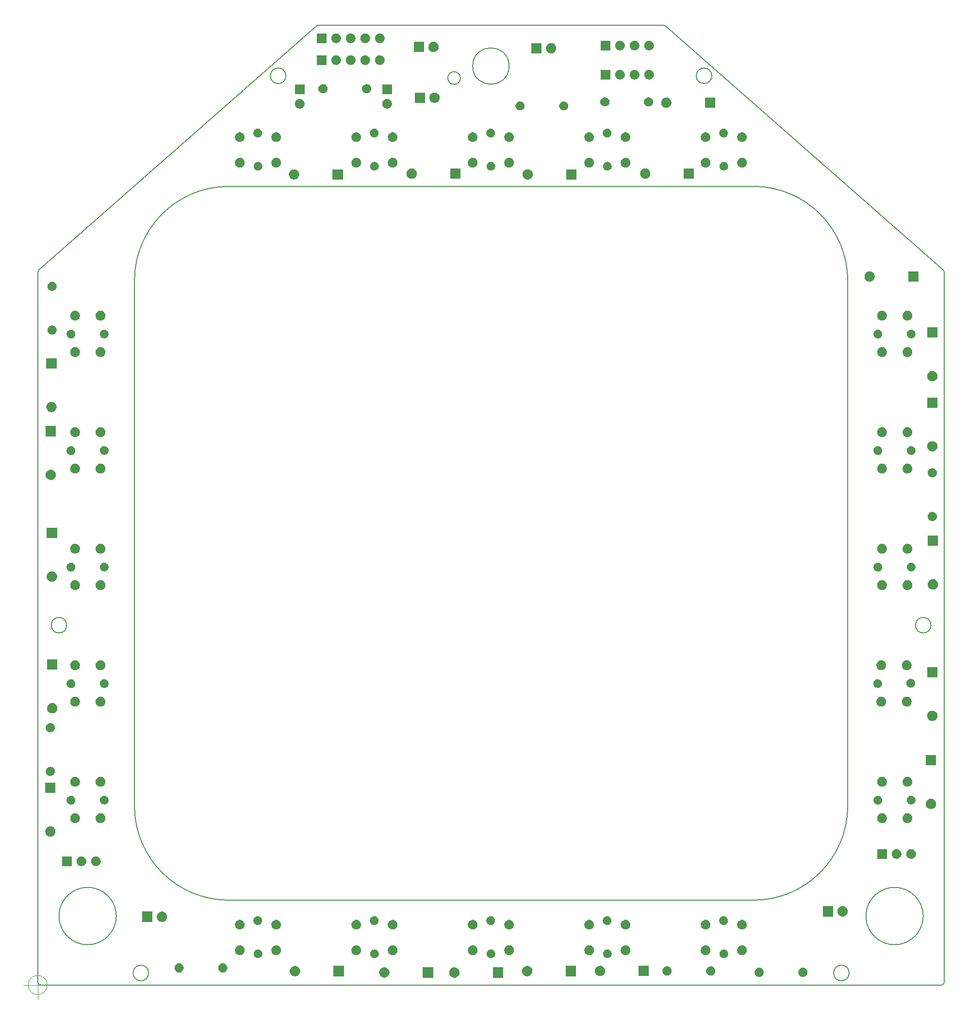
<source format=gbr>
G04 #@! TF.GenerationSoftware,KiCad,Pcbnew,(5.1.5-0-10_14)*
G04 #@! TF.CreationDate,2021-11-28T09:12:12+10:00*
G04 #@! TF.ProjectId,Buttons_DDI,42757474-6f6e-4735-9f44-44492e6b6963,rev?*
G04 #@! TF.SameCoordinates,Original*
G04 #@! TF.FileFunction,Soldermask,Bot*
G04 #@! TF.FilePolarity,Negative*
%FSLAX46Y46*%
G04 Gerber Fmt 4.6, Leading zero omitted, Abs format (unit mm)*
G04 Created by KiCad (PCBNEW (5.1.5-0-10_14)) date 2021-11-28 09:12:12*
%MOMM*%
%LPD*%
G04 APERTURE LIST*
%ADD10C,0.200000*%
%ADD11C,0.100000*%
G04 APERTURE END LIST*
D10*
X91030675Y-18376300D02*
G75*
G03X91030675Y-18376300I-1100000J0D01*
G01*
X99531375Y-16288500D02*
G75*
G03X99531375Y-16288500I-3175000J0D01*
G01*
X126464426Y-9144000D02*
X66106369Y-9176498D01*
X30987380Y-164503100D02*
G75*
G03X30987380Y-164503100I-5000000J0D01*
G01*
X60587233Y-17986375D02*
G75*
G03X60587233Y-17986375I-1352550J0D01*
G01*
X173148629Y-113792000D02*
G75*
G03X173148629Y-113792000I-1352550J0D01*
G01*
X50604140Y-161734500D02*
G75*
G02X34163000Y-145293360I0J16441140D01*
G01*
X158864300Y-174434500D02*
G75*
G03X158864300Y-174434500I-1352550J0D01*
G01*
X36626800Y-174434500D02*
G75*
G03X36626800Y-174434500I-1352550J0D01*
G01*
X158623000Y-145293360D02*
X158623000Y-53715640D01*
X142181860Y-37274500D02*
G75*
G02X158623000Y-53715640I0J-16441140D01*
G01*
X142181860Y-37274500D02*
X50604140Y-37274500D01*
X50604140Y-161734500D02*
X142181860Y-161734500D01*
X171798621Y-164503100D02*
G75*
G03X171798621Y-164503100I-5000000J0D01*
G01*
X126464426Y-9144000D02*
G75*
G02X126799582Y-9270248I0J-508000D01*
G01*
X17303750Y-52240798D02*
X17303750Y-176022000D01*
X17811750Y-176530000D02*
X174974250Y-176530000D01*
X175309406Y-51859046D02*
X126799582Y-9270248D01*
X175309406Y-51859046D02*
G75*
G02X175482250Y-52240798I-335156J-381752D01*
G01*
X158623000Y-145293360D02*
G75*
G02X142181860Y-161734500I-16441140J0D01*
G01*
X34163000Y-53715640D02*
X34163000Y-145293360D01*
X134903867Y-17986375D02*
G75*
G03X134903867Y-17986375I-1352550J0D01*
G01*
X22342471Y-113792000D02*
G75*
G03X22342471Y-113792000I-1352550J0D01*
G01*
X175482250Y-176022000D02*
X175482250Y-52240798D01*
X175482250Y-176022000D02*
G75*
G02X174974250Y-176530000I-508000J0D01*
G01*
X17303750Y-52240798D02*
G75*
G02X17476594Y-51859046I508000J0D01*
G01*
X34163000Y-53715640D02*
G75*
G02X50604140Y-37274500I16441140J0D01*
G01*
X17811750Y-176530000D02*
G75*
G02X17303750Y-176022000I0J508000D01*
G01*
X66106369Y-9176498D02*
X17476594Y-51859046D01*
D11*
X18938666Y-176530000D02*
G75*
G03X18938666Y-176530000I-1666666J0D01*
G01*
X14772000Y-176530000D02*
X19772000Y-176530000D01*
X17272000Y-174030000D02*
X17272000Y-179030000D01*
G36*
X98502000Y-175250000D02*
G01*
X96702000Y-175250000D01*
X96702000Y-173450000D01*
X98502000Y-173450000D01*
X98502000Y-175250000D01*
G37*
G36*
X90244520Y-173484586D02*
G01*
X90404238Y-173550743D01*
X90408310Y-173552430D01*
X90555717Y-173650924D01*
X90681076Y-173776283D01*
X90728648Y-173847480D01*
X90779571Y-173923692D01*
X90847414Y-174087480D01*
X90882000Y-174261356D01*
X90882000Y-174438644D01*
X90877962Y-174458942D01*
X90847414Y-174612520D01*
X90779570Y-174776310D01*
X90681076Y-174923717D01*
X90555717Y-175049076D01*
X90408310Y-175147570D01*
X90408309Y-175147571D01*
X90408308Y-175147571D01*
X90244520Y-175215414D01*
X90070644Y-175250000D01*
X89893356Y-175250000D01*
X89719480Y-175215414D01*
X89555692Y-175147571D01*
X89555691Y-175147571D01*
X89555690Y-175147570D01*
X89408283Y-175049076D01*
X89282924Y-174923717D01*
X89184430Y-174776310D01*
X89116586Y-174612520D01*
X89086038Y-174458942D01*
X89082000Y-174438644D01*
X89082000Y-174261356D01*
X89116586Y-174087480D01*
X89184429Y-173923692D01*
X89235352Y-173847480D01*
X89282924Y-173776283D01*
X89408283Y-173650924D01*
X89555690Y-173552430D01*
X89559763Y-173550743D01*
X89719480Y-173484586D01*
X89893356Y-173450000D01*
X90070644Y-173450000D01*
X90244520Y-173484586D01*
G37*
G36*
X86282000Y-175250000D02*
G01*
X84482000Y-175250000D01*
X84482000Y-173450000D01*
X86282000Y-173450000D01*
X86282000Y-175250000D01*
G37*
G36*
X78024520Y-173484586D02*
G01*
X78184238Y-173550743D01*
X78188310Y-173552430D01*
X78335717Y-173650924D01*
X78461076Y-173776283D01*
X78508648Y-173847480D01*
X78559571Y-173923692D01*
X78627414Y-174087480D01*
X78662000Y-174261356D01*
X78662000Y-174438644D01*
X78657962Y-174458942D01*
X78627414Y-174612520D01*
X78559570Y-174776310D01*
X78461076Y-174923717D01*
X78335717Y-175049076D01*
X78188310Y-175147570D01*
X78188309Y-175147571D01*
X78188308Y-175147571D01*
X78024520Y-175215414D01*
X77850644Y-175250000D01*
X77673356Y-175250000D01*
X77499480Y-175215414D01*
X77335692Y-175147571D01*
X77335691Y-175147571D01*
X77335690Y-175147570D01*
X77188283Y-175049076D01*
X77062924Y-174923717D01*
X76964430Y-174776310D01*
X76896586Y-174612520D01*
X76866038Y-174458942D01*
X76862000Y-174438644D01*
X76862000Y-174261356D01*
X76896586Y-174087480D01*
X76964429Y-173923692D01*
X77015352Y-173847480D01*
X77062924Y-173776283D01*
X77188283Y-173650924D01*
X77335690Y-173552430D01*
X77339763Y-173550743D01*
X77499480Y-173484586D01*
X77673356Y-173450000D01*
X77850644Y-173450000D01*
X78024520Y-173484586D01*
G37*
G36*
X151025351Y-173550743D02*
G01*
X151170941Y-173611048D01*
X151301970Y-173698599D01*
X151413401Y-173810030D01*
X151500952Y-173941059D01*
X151561257Y-174086649D01*
X151592000Y-174241206D01*
X151592000Y-174398794D01*
X151561257Y-174553351D01*
X151500952Y-174698941D01*
X151413401Y-174829970D01*
X151301970Y-174941401D01*
X151170941Y-175028952D01*
X151025351Y-175089257D01*
X150870794Y-175120000D01*
X150713206Y-175120000D01*
X150558649Y-175089257D01*
X150413059Y-175028952D01*
X150282030Y-174941401D01*
X150170599Y-174829970D01*
X150083048Y-174698941D01*
X150022743Y-174553351D01*
X149992000Y-174398794D01*
X149992000Y-174241206D01*
X150022743Y-174086649D01*
X150083048Y-173941059D01*
X150170599Y-173810030D01*
X150282030Y-173698599D01*
X150413059Y-173611048D01*
X150558649Y-173550743D01*
X150713206Y-173520000D01*
X150870794Y-173520000D01*
X151025351Y-173550743D01*
G37*
G36*
X143405351Y-173550743D02*
G01*
X143550941Y-173611048D01*
X143681970Y-173698599D01*
X143793401Y-173810030D01*
X143880952Y-173941059D01*
X143941257Y-174086649D01*
X143972000Y-174241206D01*
X143972000Y-174398794D01*
X143941257Y-174553351D01*
X143880952Y-174698941D01*
X143793401Y-174829970D01*
X143681970Y-174941401D01*
X143550941Y-175028952D01*
X143405351Y-175089257D01*
X143250794Y-175120000D01*
X143093206Y-175120000D01*
X142938649Y-175089257D01*
X142793059Y-175028952D01*
X142662030Y-174941401D01*
X142550599Y-174829970D01*
X142463048Y-174698941D01*
X142402743Y-174553351D01*
X142372000Y-174398794D01*
X142372000Y-174241206D01*
X142402743Y-174086649D01*
X142463048Y-173941059D01*
X142550599Y-173810030D01*
X142662030Y-173698599D01*
X142793059Y-173611048D01*
X142938649Y-173550743D01*
X143093206Y-173520000D01*
X143250794Y-173520000D01*
X143405351Y-173550743D01*
G37*
G36*
X70692000Y-175010000D02*
G01*
X68892000Y-175010000D01*
X68892000Y-173210000D01*
X70692000Y-173210000D01*
X70692000Y-175010000D01*
G37*
G36*
X62434520Y-173244586D02*
G01*
X62594238Y-173310743D01*
X62598310Y-173312430D01*
X62745717Y-173410924D01*
X62871076Y-173536283D01*
X62949526Y-173653692D01*
X62969571Y-173683692D01*
X63037414Y-173847480D01*
X63072000Y-174021356D01*
X63072000Y-174198644D01*
X63037414Y-174372520D01*
X62981997Y-174506310D01*
X62969570Y-174536310D01*
X62871076Y-174683717D01*
X62745717Y-174809076D01*
X62598310Y-174907570D01*
X62598309Y-174907571D01*
X62598308Y-174907571D01*
X62434520Y-174975414D01*
X62260644Y-175010000D01*
X62083356Y-175010000D01*
X61909480Y-174975414D01*
X61745692Y-174907571D01*
X61745691Y-174907571D01*
X61745690Y-174907570D01*
X61598283Y-174809076D01*
X61472924Y-174683717D01*
X61374430Y-174536310D01*
X61362004Y-174506310D01*
X61306586Y-174372520D01*
X61272000Y-174198644D01*
X61272000Y-174021356D01*
X61306586Y-173847480D01*
X61374429Y-173683692D01*
X61394474Y-173653692D01*
X61472924Y-173536283D01*
X61598283Y-173410924D01*
X61745690Y-173312430D01*
X61749763Y-173310743D01*
X61909480Y-173244586D01*
X62083356Y-173210000D01*
X62260644Y-173210000D01*
X62434520Y-173244586D01*
G37*
G36*
X111212000Y-175010000D02*
G01*
X109412000Y-175010000D01*
X109412000Y-173210000D01*
X111212000Y-173210000D01*
X111212000Y-175010000D01*
G37*
G36*
X102954520Y-173244586D02*
G01*
X103114238Y-173310743D01*
X103118310Y-173312430D01*
X103265717Y-173410924D01*
X103391076Y-173536283D01*
X103469526Y-173653692D01*
X103489571Y-173683692D01*
X103557414Y-173847480D01*
X103592000Y-174021356D01*
X103592000Y-174198644D01*
X103557414Y-174372520D01*
X103501997Y-174506310D01*
X103489570Y-174536310D01*
X103391076Y-174683717D01*
X103265717Y-174809076D01*
X103118310Y-174907570D01*
X103118309Y-174907571D01*
X103118308Y-174907571D01*
X102954520Y-174975414D01*
X102780644Y-175010000D01*
X102603356Y-175010000D01*
X102429480Y-174975414D01*
X102265692Y-174907571D01*
X102265691Y-174907571D01*
X102265690Y-174907570D01*
X102118283Y-174809076D01*
X101992924Y-174683717D01*
X101894430Y-174536310D01*
X101882004Y-174506310D01*
X101826586Y-174372520D01*
X101792000Y-174198644D01*
X101792000Y-174021356D01*
X101826586Y-173847480D01*
X101894429Y-173683692D01*
X101914474Y-173653692D01*
X101992924Y-173536283D01*
X102118283Y-173410924D01*
X102265690Y-173312430D01*
X102269763Y-173310743D01*
X102429480Y-173244586D01*
X102603356Y-173210000D01*
X102780644Y-173210000D01*
X102954520Y-173244586D01*
G37*
G36*
X123922000Y-174980000D02*
G01*
X122122000Y-174980000D01*
X122122000Y-173180000D01*
X123922000Y-173180000D01*
X123922000Y-174980000D01*
G37*
G36*
X115664520Y-173214586D02*
G01*
X115822444Y-173280000D01*
X115828310Y-173282430D01*
X115975717Y-173380924D01*
X116101076Y-173506283D01*
X116199570Y-173653690D01*
X116199571Y-173653692D01*
X116267414Y-173817480D01*
X116302000Y-173991356D01*
X116302000Y-174168644D01*
X116267414Y-174342520D01*
X116219191Y-174458942D01*
X116199570Y-174506310D01*
X116101076Y-174653717D01*
X115975717Y-174779076D01*
X115828310Y-174877570D01*
X115828309Y-174877571D01*
X115828308Y-174877571D01*
X115664520Y-174945414D01*
X115490644Y-174980000D01*
X115313356Y-174980000D01*
X115139480Y-174945414D01*
X114975692Y-174877571D01*
X114975691Y-174877571D01*
X114975690Y-174877570D01*
X114828283Y-174779076D01*
X114702924Y-174653717D01*
X114604430Y-174506310D01*
X114584810Y-174458942D01*
X114536586Y-174342520D01*
X114502000Y-174168644D01*
X114502000Y-173991356D01*
X114536586Y-173817480D01*
X114604429Y-173653692D01*
X114604430Y-173653690D01*
X114702924Y-173506283D01*
X114828283Y-173380924D01*
X114975690Y-173282430D01*
X114981557Y-173280000D01*
X115139480Y-173214586D01*
X115313356Y-173180000D01*
X115490644Y-173180000D01*
X115664520Y-173214586D01*
G37*
G36*
X134955351Y-173310743D02*
G01*
X135100941Y-173371048D01*
X135231970Y-173458599D01*
X135343401Y-173570030D01*
X135430952Y-173701059D01*
X135491257Y-173846649D01*
X135522000Y-174001206D01*
X135522000Y-174158794D01*
X135491257Y-174313351D01*
X135430952Y-174458941D01*
X135343401Y-174589970D01*
X135231970Y-174701401D01*
X135100941Y-174788952D01*
X134955351Y-174849257D01*
X134800794Y-174880000D01*
X134643206Y-174880000D01*
X134488649Y-174849257D01*
X134343059Y-174788952D01*
X134212030Y-174701401D01*
X134100599Y-174589970D01*
X134013048Y-174458941D01*
X133952743Y-174313351D01*
X133922000Y-174158794D01*
X133922000Y-174001206D01*
X133952743Y-173846649D01*
X134013048Y-173701059D01*
X134100599Y-173570030D01*
X134212030Y-173458599D01*
X134343059Y-173371048D01*
X134488649Y-173310743D01*
X134643206Y-173280000D01*
X134800794Y-173280000D01*
X134955351Y-173310743D01*
G37*
G36*
X127335351Y-173310743D02*
G01*
X127480941Y-173371048D01*
X127611970Y-173458599D01*
X127723401Y-173570030D01*
X127810952Y-173701059D01*
X127871257Y-173846649D01*
X127902000Y-174001206D01*
X127902000Y-174158794D01*
X127871257Y-174313351D01*
X127810952Y-174458941D01*
X127723401Y-174589970D01*
X127611970Y-174701401D01*
X127480941Y-174788952D01*
X127335351Y-174849257D01*
X127180794Y-174880000D01*
X127023206Y-174880000D01*
X126868649Y-174849257D01*
X126723059Y-174788952D01*
X126592030Y-174701401D01*
X126480599Y-174589970D01*
X126393048Y-174458941D01*
X126332743Y-174313351D01*
X126302000Y-174158794D01*
X126302000Y-174001206D01*
X126332743Y-173846649D01*
X126393048Y-173701059D01*
X126480599Y-173570030D01*
X126592030Y-173458599D01*
X126723059Y-173371048D01*
X126868649Y-173310743D01*
X127023206Y-173280000D01*
X127180794Y-173280000D01*
X127335351Y-173310743D01*
G37*
G36*
X49805351Y-172780743D02*
G01*
X49950941Y-172841048D01*
X50081970Y-172928599D01*
X50193401Y-173040030D01*
X50280952Y-173171059D01*
X50341257Y-173316649D01*
X50372000Y-173471206D01*
X50372000Y-173628794D01*
X50341257Y-173783351D01*
X50280952Y-173928941D01*
X50193401Y-174059970D01*
X50081970Y-174171401D01*
X49950941Y-174258952D01*
X49805351Y-174319257D01*
X49650794Y-174350000D01*
X49493206Y-174350000D01*
X49338649Y-174319257D01*
X49193059Y-174258952D01*
X49062030Y-174171401D01*
X48950599Y-174059970D01*
X48863048Y-173928941D01*
X48802743Y-173783351D01*
X48772000Y-173628794D01*
X48772000Y-173471206D01*
X48802743Y-173316649D01*
X48863048Y-173171059D01*
X48950599Y-173040030D01*
X49062030Y-172928599D01*
X49193059Y-172841048D01*
X49338649Y-172780743D01*
X49493206Y-172750000D01*
X49650794Y-172750000D01*
X49805351Y-172780743D01*
G37*
G36*
X42185351Y-172780743D02*
G01*
X42330941Y-172841048D01*
X42461970Y-172928599D01*
X42573401Y-173040030D01*
X42660952Y-173171059D01*
X42721257Y-173316649D01*
X42752000Y-173471206D01*
X42752000Y-173628794D01*
X42721257Y-173783351D01*
X42660952Y-173928941D01*
X42573401Y-174059970D01*
X42461970Y-174171401D01*
X42330941Y-174258952D01*
X42185351Y-174319257D01*
X42030794Y-174350000D01*
X41873206Y-174350000D01*
X41718649Y-174319257D01*
X41573059Y-174258952D01*
X41442030Y-174171401D01*
X41330599Y-174059970D01*
X41243048Y-173928941D01*
X41182743Y-173783351D01*
X41152000Y-173628794D01*
X41152000Y-173471206D01*
X41182743Y-173316649D01*
X41243048Y-173171059D01*
X41330599Y-173040030D01*
X41442030Y-172928599D01*
X41573059Y-172841048D01*
X41718649Y-172780743D01*
X41873206Y-172750000D01*
X42030794Y-172750000D01*
X42185351Y-172780743D01*
G37*
G36*
X137175195Y-170348522D02*
G01*
X137224267Y-170358283D01*
X137362942Y-170415724D01*
X137487747Y-170499116D01*
X137593884Y-170605253D01*
X137677276Y-170730058D01*
X137734717Y-170868733D01*
X137734717Y-170868734D01*
X137760399Y-170997843D01*
X137764000Y-171015950D01*
X137764000Y-171166050D01*
X137734717Y-171313267D01*
X137677276Y-171451942D01*
X137593884Y-171576747D01*
X137487747Y-171682884D01*
X137362942Y-171766276D01*
X137224267Y-171823717D01*
X137175195Y-171833478D01*
X137077052Y-171853000D01*
X136926948Y-171853000D01*
X136828805Y-171833478D01*
X136779733Y-171823717D01*
X136641058Y-171766276D01*
X136516253Y-171682884D01*
X136410116Y-171576747D01*
X136326724Y-171451942D01*
X136269283Y-171313267D01*
X136240000Y-171166050D01*
X136240000Y-171015950D01*
X136243602Y-170997843D01*
X136269283Y-170868734D01*
X136269283Y-170868733D01*
X136326724Y-170730058D01*
X136410116Y-170605253D01*
X136516253Y-170499116D01*
X136641058Y-170415724D01*
X136779733Y-170358283D01*
X136828805Y-170348522D01*
X136926948Y-170329000D01*
X137077052Y-170329000D01*
X137175195Y-170348522D01*
G37*
G36*
X116855195Y-170348522D02*
G01*
X116904267Y-170358283D01*
X117042942Y-170415724D01*
X117167747Y-170499116D01*
X117273884Y-170605253D01*
X117357276Y-170730058D01*
X117414717Y-170868733D01*
X117414717Y-170868734D01*
X117440399Y-170997843D01*
X117444000Y-171015950D01*
X117444000Y-171166050D01*
X117414717Y-171313267D01*
X117357276Y-171451942D01*
X117273884Y-171576747D01*
X117167747Y-171682884D01*
X117042942Y-171766276D01*
X116904267Y-171823717D01*
X116855195Y-171833478D01*
X116757052Y-171853000D01*
X116606948Y-171853000D01*
X116508805Y-171833478D01*
X116459733Y-171823717D01*
X116321058Y-171766276D01*
X116196253Y-171682884D01*
X116090116Y-171576747D01*
X116006724Y-171451942D01*
X115949283Y-171313267D01*
X115920000Y-171166050D01*
X115920000Y-171015950D01*
X115923602Y-170997843D01*
X115949283Y-170868734D01*
X115949283Y-170868733D01*
X116006724Y-170730058D01*
X116090116Y-170605253D01*
X116196253Y-170499116D01*
X116321058Y-170415724D01*
X116459733Y-170358283D01*
X116508805Y-170348522D01*
X116606948Y-170329000D01*
X116757052Y-170329000D01*
X116855195Y-170348522D01*
G37*
G36*
X96535195Y-170348522D02*
G01*
X96584267Y-170358283D01*
X96722942Y-170415724D01*
X96847747Y-170499116D01*
X96953884Y-170605253D01*
X97037276Y-170730058D01*
X97094717Y-170868733D01*
X97094717Y-170868734D01*
X97120399Y-170997843D01*
X97124000Y-171015950D01*
X97124000Y-171166050D01*
X97094717Y-171313267D01*
X97037276Y-171451942D01*
X96953884Y-171576747D01*
X96847747Y-171682884D01*
X96722942Y-171766276D01*
X96584267Y-171823717D01*
X96535195Y-171833478D01*
X96437052Y-171853000D01*
X96286948Y-171853000D01*
X96188805Y-171833478D01*
X96139733Y-171823717D01*
X96001058Y-171766276D01*
X95876253Y-171682884D01*
X95770116Y-171576747D01*
X95686724Y-171451942D01*
X95629283Y-171313267D01*
X95600000Y-171166050D01*
X95600000Y-171015950D01*
X95603602Y-170997843D01*
X95629283Y-170868734D01*
X95629283Y-170868733D01*
X95686724Y-170730058D01*
X95770116Y-170605253D01*
X95876253Y-170499116D01*
X96001058Y-170415724D01*
X96139733Y-170358283D01*
X96188805Y-170348522D01*
X96286948Y-170329000D01*
X96437052Y-170329000D01*
X96535195Y-170348522D01*
G37*
G36*
X76215195Y-170348522D02*
G01*
X76264267Y-170358283D01*
X76402942Y-170415724D01*
X76527747Y-170499116D01*
X76633884Y-170605253D01*
X76717276Y-170730058D01*
X76774717Y-170868733D01*
X76774717Y-170868734D01*
X76800399Y-170997843D01*
X76804000Y-171015950D01*
X76804000Y-171166050D01*
X76774717Y-171313267D01*
X76717276Y-171451942D01*
X76633884Y-171576747D01*
X76527747Y-171682884D01*
X76402942Y-171766276D01*
X76264267Y-171823717D01*
X76215195Y-171833478D01*
X76117052Y-171853000D01*
X75966948Y-171853000D01*
X75868805Y-171833478D01*
X75819733Y-171823717D01*
X75681058Y-171766276D01*
X75556253Y-171682884D01*
X75450116Y-171576747D01*
X75366724Y-171451942D01*
X75309283Y-171313267D01*
X75280000Y-171166050D01*
X75280000Y-171015950D01*
X75283602Y-170997843D01*
X75309283Y-170868734D01*
X75309283Y-170868733D01*
X75366724Y-170730058D01*
X75450116Y-170605253D01*
X75556253Y-170499116D01*
X75681058Y-170415724D01*
X75819733Y-170358283D01*
X75868805Y-170348522D01*
X75966948Y-170329000D01*
X76117052Y-170329000D01*
X76215195Y-170348522D01*
G37*
G36*
X55895195Y-170348522D02*
G01*
X55944267Y-170358283D01*
X56082942Y-170415724D01*
X56207747Y-170499116D01*
X56313884Y-170605253D01*
X56397276Y-170730058D01*
X56454717Y-170868733D01*
X56454717Y-170868734D01*
X56480399Y-170997843D01*
X56484000Y-171015950D01*
X56484000Y-171166050D01*
X56454717Y-171313267D01*
X56397276Y-171451942D01*
X56313884Y-171576747D01*
X56207747Y-171682884D01*
X56082942Y-171766276D01*
X55944267Y-171823717D01*
X55895195Y-171833478D01*
X55797052Y-171853000D01*
X55646948Y-171853000D01*
X55548805Y-171833478D01*
X55499733Y-171823717D01*
X55361058Y-171766276D01*
X55236253Y-171682884D01*
X55130116Y-171576747D01*
X55046724Y-171451942D01*
X54989283Y-171313267D01*
X54960000Y-171166050D01*
X54960000Y-171015950D01*
X54963602Y-170997843D01*
X54989283Y-170868734D01*
X54989283Y-170868733D01*
X55046724Y-170730058D01*
X55130116Y-170605253D01*
X55236253Y-170499116D01*
X55361058Y-170415724D01*
X55499733Y-170358283D01*
X55548805Y-170348522D01*
X55646948Y-170329000D01*
X55797052Y-170329000D01*
X55895195Y-170348522D01*
G37*
G36*
X140424935Y-169638664D02*
G01*
X140579624Y-169702739D01*
X140579626Y-169702740D01*
X140718844Y-169795762D01*
X140837238Y-169914156D01*
X140930260Y-170053374D01*
X140930261Y-170053376D01*
X140994336Y-170208065D01*
X141027000Y-170372281D01*
X141027000Y-170539719D01*
X140994336Y-170703935D01*
X140930261Y-170858624D01*
X140930260Y-170858626D01*
X140837238Y-170997844D01*
X140718844Y-171116238D01*
X140579626Y-171209260D01*
X140579625Y-171209261D01*
X140579624Y-171209261D01*
X140424935Y-171273336D01*
X140260719Y-171306000D01*
X140093281Y-171306000D01*
X139929065Y-171273336D01*
X139774376Y-171209261D01*
X139774375Y-171209261D01*
X139774374Y-171209260D01*
X139635156Y-171116238D01*
X139516762Y-170997844D01*
X139423740Y-170858626D01*
X139423739Y-170858624D01*
X139359664Y-170703935D01*
X139327000Y-170539719D01*
X139327000Y-170372281D01*
X139359664Y-170208065D01*
X139423739Y-170053376D01*
X139423740Y-170053374D01*
X139516762Y-169914156D01*
X139635156Y-169795762D01*
X139774374Y-169702740D01*
X139774376Y-169702739D01*
X139929065Y-169638664D01*
X140093281Y-169606000D01*
X140260719Y-169606000D01*
X140424935Y-169638664D01*
G37*
G36*
X134074935Y-169638664D02*
G01*
X134229624Y-169702739D01*
X134229626Y-169702740D01*
X134368844Y-169795762D01*
X134487238Y-169914156D01*
X134580260Y-170053374D01*
X134580261Y-170053376D01*
X134644336Y-170208065D01*
X134677000Y-170372281D01*
X134677000Y-170539719D01*
X134644336Y-170703935D01*
X134580261Y-170858624D01*
X134580260Y-170858626D01*
X134487238Y-170997844D01*
X134368844Y-171116238D01*
X134229626Y-171209260D01*
X134229625Y-171209261D01*
X134229624Y-171209261D01*
X134074935Y-171273336D01*
X133910719Y-171306000D01*
X133743281Y-171306000D01*
X133579065Y-171273336D01*
X133424376Y-171209261D01*
X133424375Y-171209261D01*
X133424374Y-171209260D01*
X133285156Y-171116238D01*
X133166762Y-170997844D01*
X133073740Y-170858626D01*
X133073739Y-170858624D01*
X133009664Y-170703935D01*
X132977000Y-170539719D01*
X132977000Y-170372281D01*
X133009664Y-170208065D01*
X133073739Y-170053376D01*
X133073740Y-170053374D01*
X133166762Y-169914156D01*
X133285156Y-169795762D01*
X133424374Y-169702740D01*
X133424376Y-169702739D01*
X133579065Y-169638664D01*
X133743281Y-169606000D01*
X133910719Y-169606000D01*
X134074935Y-169638664D01*
G37*
G36*
X120104935Y-169638664D02*
G01*
X120259624Y-169702739D01*
X120259626Y-169702740D01*
X120398844Y-169795762D01*
X120517238Y-169914156D01*
X120610260Y-170053374D01*
X120610261Y-170053376D01*
X120674336Y-170208065D01*
X120707000Y-170372281D01*
X120707000Y-170539719D01*
X120674336Y-170703935D01*
X120610261Y-170858624D01*
X120610260Y-170858626D01*
X120517238Y-170997844D01*
X120398844Y-171116238D01*
X120259626Y-171209260D01*
X120259625Y-171209261D01*
X120259624Y-171209261D01*
X120104935Y-171273336D01*
X119940719Y-171306000D01*
X119773281Y-171306000D01*
X119609065Y-171273336D01*
X119454376Y-171209261D01*
X119454375Y-171209261D01*
X119454374Y-171209260D01*
X119315156Y-171116238D01*
X119196762Y-170997844D01*
X119103740Y-170858626D01*
X119103739Y-170858624D01*
X119039664Y-170703935D01*
X119007000Y-170539719D01*
X119007000Y-170372281D01*
X119039664Y-170208065D01*
X119103739Y-170053376D01*
X119103740Y-170053374D01*
X119196762Y-169914156D01*
X119315156Y-169795762D01*
X119454374Y-169702740D01*
X119454376Y-169702739D01*
X119609065Y-169638664D01*
X119773281Y-169606000D01*
X119940719Y-169606000D01*
X120104935Y-169638664D01*
G37*
G36*
X113754935Y-169638664D02*
G01*
X113909624Y-169702739D01*
X113909626Y-169702740D01*
X114048844Y-169795762D01*
X114167238Y-169914156D01*
X114260260Y-170053374D01*
X114260261Y-170053376D01*
X114324336Y-170208065D01*
X114357000Y-170372281D01*
X114357000Y-170539719D01*
X114324336Y-170703935D01*
X114260261Y-170858624D01*
X114260260Y-170858626D01*
X114167238Y-170997844D01*
X114048844Y-171116238D01*
X113909626Y-171209260D01*
X113909625Y-171209261D01*
X113909624Y-171209261D01*
X113754935Y-171273336D01*
X113590719Y-171306000D01*
X113423281Y-171306000D01*
X113259065Y-171273336D01*
X113104376Y-171209261D01*
X113104375Y-171209261D01*
X113104374Y-171209260D01*
X112965156Y-171116238D01*
X112846762Y-170997844D01*
X112753740Y-170858626D01*
X112753739Y-170858624D01*
X112689664Y-170703935D01*
X112657000Y-170539719D01*
X112657000Y-170372281D01*
X112689664Y-170208065D01*
X112753739Y-170053376D01*
X112753740Y-170053374D01*
X112846762Y-169914156D01*
X112965156Y-169795762D01*
X113104374Y-169702740D01*
X113104376Y-169702739D01*
X113259065Y-169638664D01*
X113423281Y-169606000D01*
X113590719Y-169606000D01*
X113754935Y-169638664D01*
G37*
G36*
X99784935Y-169638664D02*
G01*
X99939624Y-169702739D01*
X99939626Y-169702740D01*
X100078844Y-169795762D01*
X100197238Y-169914156D01*
X100290260Y-170053374D01*
X100290261Y-170053376D01*
X100354336Y-170208065D01*
X100387000Y-170372281D01*
X100387000Y-170539719D01*
X100354336Y-170703935D01*
X100290261Y-170858624D01*
X100290260Y-170858626D01*
X100197238Y-170997844D01*
X100078844Y-171116238D01*
X99939626Y-171209260D01*
X99939625Y-171209261D01*
X99939624Y-171209261D01*
X99784935Y-171273336D01*
X99620719Y-171306000D01*
X99453281Y-171306000D01*
X99289065Y-171273336D01*
X99134376Y-171209261D01*
X99134375Y-171209261D01*
X99134374Y-171209260D01*
X98995156Y-171116238D01*
X98876762Y-170997844D01*
X98783740Y-170858626D01*
X98783739Y-170858624D01*
X98719664Y-170703935D01*
X98687000Y-170539719D01*
X98687000Y-170372281D01*
X98719664Y-170208065D01*
X98783739Y-170053376D01*
X98783740Y-170053374D01*
X98876762Y-169914156D01*
X98995156Y-169795762D01*
X99134374Y-169702740D01*
X99134376Y-169702739D01*
X99289065Y-169638664D01*
X99453281Y-169606000D01*
X99620719Y-169606000D01*
X99784935Y-169638664D01*
G37*
G36*
X93434935Y-169638664D02*
G01*
X93589624Y-169702739D01*
X93589626Y-169702740D01*
X93728844Y-169795762D01*
X93847238Y-169914156D01*
X93940260Y-170053374D01*
X93940261Y-170053376D01*
X94004336Y-170208065D01*
X94037000Y-170372281D01*
X94037000Y-170539719D01*
X94004336Y-170703935D01*
X93940261Y-170858624D01*
X93940260Y-170858626D01*
X93847238Y-170997844D01*
X93728844Y-171116238D01*
X93589626Y-171209260D01*
X93589625Y-171209261D01*
X93589624Y-171209261D01*
X93434935Y-171273336D01*
X93270719Y-171306000D01*
X93103281Y-171306000D01*
X92939065Y-171273336D01*
X92784376Y-171209261D01*
X92784375Y-171209261D01*
X92784374Y-171209260D01*
X92645156Y-171116238D01*
X92526762Y-170997844D01*
X92433740Y-170858626D01*
X92433739Y-170858624D01*
X92369664Y-170703935D01*
X92337000Y-170539719D01*
X92337000Y-170372281D01*
X92369664Y-170208065D01*
X92433739Y-170053376D01*
X92433740Y-170053374D01*
X92526762Y-169914156D01*
X92645156Y-169795762D01*
X92784374Y-169702740D01*
X92784376Y-169702739D01*
X92939065Y-169638664D01*
X93103281Y-169606000D01*
X93270719Y-169606000D01*
X93434935Y-169638664D01*
G37*
G36*
X79464935Y-169638664D02*
G01*
X79619624Y-169702739D01*
X79619626Y-169702740D01*
X79758844Y-169795762D01*
X79877238Y-169914156D01*
X79970260Y-170053374D01*
X79970261Y-170053376D01*
X80034336Y-170208065D01*
X80067000Y-170372281D01*
X80067000Y-170539719D01*
X80034336Y-170703935D01*
X79970261Y-170858624D01*
X79970260Y-170858626D01*
X79877238Y-170997844D01*
X79758844Y-171116238D01*
X79619626Y-171209260D01*
X79619625Y-171209261D01*
X79619624Y-171209261D01*
X79464935Y-171273336D01*
X79300719Y-171306000D01*
X79133281Y-171306000D01*
X78969065Y-171273336D01*
X78814376Y-171209261D01*
X78814375Y-171209261D01*
X78814374Y-171209260D01*
X78675156Y-171116238D01*
X78556762Y-170997844D01*
X78463740Y-170858626D01*
X78463739Y-170858624D01*
X78399664Y-170703935D01*
X78367000Y-170539719D01*
X78367000Y-170372281D01*
X78399664Y-170208065D01*
X78463739Y-170053376D01*
X78463740Y-170053374D01*
X78556762Y-169914156D01*
X78675156Y-169795762D01*
X78814374Y-169702740D01*
X78814376Y-169702739D01*
X78969065Y-169638664D01*
X79133281Y-169606000D01*
X79300719Y-169606000D01*
X79464935Y-169638664D01*
G37*
G36*
X73114935Y-169638664D02*
G01*
X73269624Y-169702739D01*
X73269626Y-169702740D01*
X73408844Y-169795762D01*
X73527238Y-169914156D01*
X73620260Y-170053374D01*
X73620261Y-170053376D01*
X73684336Y-170208065D01*
X73717000Y-170372281D01*
X73717000Y-170539719D01*
X73684336Y-170703935D01*
X73620261Y-170858624D01*
X73620260Y-170858626D01*
X73527238Y-170997844D01*
X73408844Y-171116238D01*
X73269626Y-171209260D01*
X73269625Y-171209261D01*
X73269624Y-171209261D01*
X73114935Y-171273336D01*
X72950719Y-171306000D01*
X72783281Y-171306000D01*
X72619065Y-171273336D01*
X72464376Y-171209261D01*
X72464375Y-171209261D01*
X72464374Y-171209260D01*
X72325156Y-171116238D01*
X72206762Y-170997844D01*
X72113740Y-170858626D01*
X72113739Y-170858624D01*
X72049664Y-170703935D01*
X72017000Y-170539719D01*
X72017000Y-170372281D01*
X72049664Y-170208065D01*
X72113739Y-170053376D01*
X72113740Y-170053374D01*
X72206762Y-169914156D01*
X72325156Y-169795762D01*
X72464374Y-169702740D01*
X72464376Y-169702739D01*
X72619065Y-169638664D01*
X72783281Y-169606000D01*
X72950719Y-169606000D01*
X73114935Y-169638664D01*
G37*
G36*
X59144935Y-169638664D02*
G01*
X59299624Y-169702739D01*
X59299626Y-169702740D01*
X59438844Y-169795762D01*
X59557238Y-169914156D01*
X59650260Y-170053374D01*
X59650261Y-170053376D01*
X59714336Y-170208065D01*
X59747000Y-170372281D01*
X59747000Y-170539719D01*
X59714336Y-170703935D01*
X59650261Y-170858624D01*
X59650260Y-170858626D01*
X59557238Y-170997844D01*
X59438844Y-171116238D01*
X59299626Y-171209260D01*
X59299625Y-171209261D01*
X59299624Y-171209261D01*
X59144935Y-171273336D01*
X58980719Y-171306000D01*
X58813281Y-171306000D01*
X58649065Y-171273336D01*
X58494376Y-171209261D01*
X58494375Y-171209261D01*
X58494374Y-171209260D01*
X58355156Y-171116238D01*
X58236762Y-170997844D01*
X58143740Y-170858626D01*
X58143739Y-170858624D01*
X58079664Y-170703935D01*
X58047000Y-170539719D01*
X58047000Y-170372281D01*
X58079664Y-170208065D01*
X58143739Y-170053376D01*
X58143740Y-170053374D01*
X58236762Y-169914156D01*
X58355156Y-169795762D01*
X58494374Y-169702740D01*
X58494376Y-169702739D01*
X58649065Y-169638664D01*
X58813281Y-169606000D01*
X58980719Y-169606000D01*
X59144935Y-169638664D01*
G37*
G36*
X52794935Y-169638664D02*
G01*
X52949624Y-169702739D01*
X52949626Y-169702740D01*
X53088844Y-169795762D01*
X53207238Y-169914156D01*
X53300260Y-170053374D01*
X53300261Y-170053376D01*
X53364336Y-170208065D01*
X53397000Y-170372281D01*
X53397000Y-170539719D01*
X53364336Y-170703935D01*
X53300261Y-170858624D01*
X53300260Y-170858626D01*
X53207238Y-170997844D01*
X53088844Y-171116238D01*
X52949626Y-171209260D01*
X52949625Y-171209261D01*
X52949624Y-171209261D01*
X52794935Y-171273336D01*
X52630719Y-171306000D01*
X52463281Y-171306000D01*
X52299065Y-171273336D01*
X52144376Y-171209261D01*
X52144375Y-171209261D01*
X52144374Y-171209260D01*
X52005156Y-171116238D01*
X51886762Y-170997844D01*
X51793740Y-170858626D01*
X51793739Y-170858624D01*
X51729664Y-170703935D01*
X51697000Y-170539719D01*
X51697000Y-170372281D01*
X51729664Y-170208065D01*
X51793739Y-170053376D01*
X51793740Y-170053374D01*
X51886762Y-169914156D01*
X52005156Y-169795762D01*
X52144374Y-169702740D01*
X52144376Y-169702739D01*
X52299065Y-169638664D01*
X52463281Y-169606000D01*
X52630719Y-169606000D01*
X52794935Y-169638664D01*
G37*
G36*
X52794935Y-165193664D02*
G01*
X52949624Y-165257739D01*
X52949626Y-165257740D01*
X53088844Y-165350762D01*
X53207238Y-165469156D01*
X53242725Y-165522267D01*
X53300261Y-165608376D01*
X53364336Y-165763065D01*
X53397000Y-165927281D01*
X53397000Y-166094719D01*
X53364336Y-166258935D01*
X53300261Y-166413624D01*
X53300260Y-166413626D01*
X53207238Y-166552844D01*
X53088844Y-166671238D01*
X52949626Y-166764260D01*
X52949625Y-166764261D01*
X52949624Y-166764261D01*
X52794935Y-166828336D01*
X52630719Y-166861000D01*
X52463281Y-166861000D01*
X52299065Y-166828336D01*
X52144376Y-166764261D01*
X52144375Y-166764261D01*
X52144374Y-166764260D01*
X52005156Y-166671238D01*
X51886762Y-166552844D01*
X51793740Y-166413626D01*
X51793739Y-166413624D01*
X51729664Y-166258935D01*
X51697000Y-166094719D01*
X51697000Y-165927281D01*
X51729664Y-165763065D01*
X51793739Y-165608376D01*
X51851275Y-165522267D01*
X51886762Y-165469156D01*
X52005156Y-165350762D01*
X52144374Y-165257740D01*
X52144376Y-165257739D01*
X52299065Y-165193664D01*
X52463281Y-165161000D01*
X52630719Y-165161000D01*
X52794935Y-165193664D01*
G37*
G36*
X59144935Y-165193664D02*
G01*
X59299624Y-165257739D01*
X59299626Y-165257740D01*
X59438844Y-165350762D01*
X59557238Y-165469156D01*
X59592725Y-165522267D01*
X59650261Y-165608376D01*
X59714336Y-165763065D01*
X59747000Y-165927281D01*
X59747000Y-166094719D01*
X59714336Y-166258935D01*
X59650261Y-166413624D01*
X59650260Y-166413626D01*
X59557238Y-166552844D01*
X59438844Y-166671238D01*
X59299626Y-166764260D01*
X59299625Y-166764261D01*
X59299624Y-166764261D01*
X59144935Y-166828336D01*
X58980719Y-166861000D01*
X58813281Y-166861000D01*
X58649065Y-166828336D01*
X58494376Y-166764261D01*
X58494375Y-166764261D01*
X58494374Y-166764260D01*
X58355156Y-166671238D01*
X58236762Y-166552844D01*
X58143740Y-166413626D01*
X58143739Y-166413624D01*
X58079664Y-166258935D01*
X58047000Y-166094719D01*
X58047000Y-165927281D01*
X58079664Y-165763065D01*
X58143739Y-165608376D01*
X58201275Y-165522267D01*
X58236762Y-165469156D01*
X58355156Y-165350762D01*
X58494374Y-165257740D01*
X58494376Y-165257739D01*
X58649065Y-165193664D01*
X58813281Y-165161000D01*
X58980719Y-165161000D01*
X59144935Y-165193664D01*
G37*
G36*
X79464935Y-165193664D02*
G01*
X79619624Y-165257739D01*
X79619626Y-165257740D01*
X79758844Y-165350762D01*
X79877238Y-165469156D01*
X79912725Y-165522267D01*
X79970261Y-165608376D01*
X80034336Y-165763065D01*
X80067000Y-165927281D01*
X80067000Y-166094719D01*
X80034336Y-166258935D01*
X79970261Y-166413624D01*
X79970260Y-166413626D01*
X79877238Y-166552844D01*
X79758844Y-166671238D01*
X79619626Y-166764260D01*
X79619625Y-166764261D01*
X79619624Y-166764261D01*
X79464935Y-166828336D01*
X79300719Y-166861000D01*
X79133281Y-166861000D01*
X78969065Y-166828336D01*
X78814376Y-166764261D01*
X78814375Y-166764261D01*
X78814374Y-166764260D01*
X78675156Y-166671238D01*
X78556762Y-166552844D01*
X78463740Y-166413626D01*
X78463739Y-166413624D01*
X78399664Y-166258935D01*
X78367000Y-166094719D01*
X78367000Y-165927281D01*
X78399664Y-165763065D01*
X78463739Y-165608376D01*
X78521275Y-165522267D01*
X78556762Y-165469156D01*
X78675156Y-165350762D01*
X78814374Y-165257740D01*
X78814376Y-165257739D01*
X78969065Y-165193664D01*
X79133281Y-165161000D01*
X79300719Y-165161000D01*
X79464935Y-165193664D01*
G37*
G36*
X120104935Y-165193664D02*
G01*
X120259624Y-165257739D01*
X120259626Y-165257740D01*
X120398844Y-165350762D01*
X120517238Y-165469156D01*
X120552725Y-165522267D01*
X120610261Y-165608376D01*
X120674336Y-165763065D01*
X120707000Y-165927281D01*
X120707000Y-166094719D01*
X120674336Y-166258935D01*
X120610261Y-166413624D01*
X120610260Y-166413626D01*
X120517238Y-166552844D01*
X120398844Y-166671238D01*
X120259626Y-166764260D01*
X120259625Y-166764261D01*
X120259624Y-166764261D01*
X120104935Y-166828336D01*
X119940719Y-166861000D01*
X119773281Y-166861000D01*
X119609065Y-166828336D01*
X119454376Y-166764261D01*
X119454375Y-166764261D01*
X119454374Y-166764260D01*
X119315156Y-166671238D01*
X119196762Y-166552844D01*
X119103740Y-166413626D01*
X119103739Y-166413624D01*
X119039664Y-166258935D01*
X119007000Y-166094719D01*
X119007000Y-165927281D01*
X119039664Y-165763065D01*
X119103739Y-165608376D01*
X119161275Y-165522267D01*
X119196762Y-165469156D01*
X119315156Y-165350762D01*
X119454374Y-165257740D01*
X119454376Y-165257739D01*
X119609065Y-165193664D01*
X119773281Y-165161000D01*
X119940719Y-165161000D01*
X120104935Y-165193664D01*
G37*
G36*
X99784935Y-165193664D02*
G01*
X99939624Y-165257739D01*
X99939626Y-165257740D01*
X100078844Y-165350762D01*
X100197238Y-165469156D01*
X100232725Y-165522267D01*
X100290261Y-165608376D01*
X100354336Y-165763065D01*
X100387000Y-165927281D01*
X100387000Y-166094719D01*
X100354336Y-166258935D01*
X100290261Y-166413624D01*
X100290260Y-166413626D01*
X100197238Y-166552844D01*
X100078844Y-166671238D01*
X99939626Y-166764260D01*
X99939625Y-166764261D01*
X99939624Y-166764261D01*
X99784935Y-166828336D01*
X99620719Y-166861000D01*
X99453281Y-166861000D01*
X99289065Y-166828336D01*
X99134376Y-166764261D01*
X99134375Y-166764261D01*
X99134374Y-166764260D01*
X98995156Y-166671238D01*
X98876762Y-166552844D01*
X98783740Y-166413626D01*
X98783739Y-166413624D01*
X98719664Y-166258935D01*
X98687000Y-166094719D01*
X98687000Y-165927281D01*
X98719664Y-165763065D01*
X98783739Y-165608376D01*
X98841275Y-165522267D01*
X98876762Y-165469156D01*
X98995156Y-165350762D01*
X99134374Y-165257740D01*
X99134376Y-165257739D01*
X99289065Y-165193664D01*
X99453281Y-165161000D01*
X99620719Y-165161000D01*
X99784935Y-165193664D01*
G37*
G36*
X93434935Y-165193664D02*
G01*
X93589624Y-165257739D01*
X93589626Y-165257740D01*
X93728844Y-165350762D01*
X93847238Y-165469156D01*
X93882725Y-165522267D01*
X93940261Y-165608376D01*
X94004336Y-165763065D01*
X94037000Y-165927281D01*
X94037000Y-166094719D01*
X94004336Y-166258935D01*
X93940261Y-166413624D01*
X93940260Y-166413626D01*
X93847238Y-166552844D01*
X93728844Y-166671238D01*
X93589626Y-166764260D01*
X93589625Y-166764261D01*
X93589624Y-166764261D01*
X93434935Y-166828336D01*
X93270719Y-166861000D01*
X93103281Y-166861000D01*
X92939065Y-166828336D01*
X92784376Y-166764261D01*
X92784375Y-166764261D01*
X92784374Y-166764260D01*
X92645156Y-166671238D01*
X92526762Y-166552844D01*
X92433740Y-166413626D01*
X92433739Y-166413624D01*
X92369664Y-166258935D01*
X92337000Y-166094719D01*
X92337000Y-165927281D01*
X92369664Y-165763065D01*
X92433739Y-165608376D01*
X92491275Y-165522267D01*
X92526762Y-165469156D01*
X92645156Y-165350762D01*
X92784374Y-165257740D01*
X92784376Y-165257739D01*
X92939065Y-165193664D01*
X93103281Y-165161000D01*
X93270719Y-165161000D01*
X93434935Y-165193664D01*
G37*
G36*
X113754935Y-165193664D02*
G01*
X113909624Y-165257739D01*
X113909626Y-165257740D01*
X114048844Y-165350762D01*
X114167238Y-165469156D01*
X114202725Y-165522267D01*
X114260261Y-165608376D01*
X114324336Y-165763065D01*
X114357000Y-165927281D01*
X114357000Y-166094719D01*
X114324336Y-166258935D01*
X114260261Y-166413624D01*
X114260260Y-166413626D01*
X114167238Y-166552844D01*
X114048844Y-166671238D01*
X113909626Y-166764260D01*
X113909625Y-166764261D01*
X113909624Y-166764261D01*
X113754935Y-166828336D01*
X113590719Y-166861000D01*
X113423281Y-166861000D01*
X113259065Y-166828336D01*
X113104376Y-166764261D01*
X113104375Y-166764261D01*
X113104374Y-166764260D01*
X112965156Y-166671238D01*
X112846762Y-166552844D01*
X112753740Y-166413626D01*
X112753739Y-166413624D01*
X112689664Y-166258935D01*
X112657000Y-166094719D01*
X112657000Y-165927281D01*
X112689664Y-165763065D01*
X112753739Y-165608376D01*
X112811275Y-165522267D01*
X112846762Y-165469156D01*
X112965156Y-165350762D01*
X113104374Y-165257740D01*
X113104376Y-165257739D01*
X113259065Y-165193664D01*
X113423281Y-165161000D01*
X113590719Y-165161000D01*
X113754935Y-165193664D01*
G37*
G36*
X134074935Y-165193664D02*
G01*
X134229624Y-165257739D01*
X134229626Y-165257740D01*
X134368844Y-165350762D01*
X134487238Y-165469156D01*
X134522725Y-165522267D01*
X134580261Y-165608376D01*
X134644336Y-165763065D01*
X134677000Y-165927281D01*
X134677000Y-166094719D01*
X134644336Y-166258935D01*
X134580261Y-166413624D01*
X134580260Y-166413626D01*
X134487238Y-166552844D01*
X134368844Y-166671238D01*
X134229626Y-166764260D01*
X134229625Y-166764261D01*
X134229624Y-166764261D01*
X134074935Y-166828336D01*
X133910719Y-166861000D01*
X133743281Y-166861000D01*
X133579065Y-166828336D01*
X133424376Y-166764261D01*
X133424375Y-166764261D01*
X133424374Y-166764260D01*
X133285156Y-166671238D01*
X133166762Y-166552844D01*
X133073740Y-166413626D01*
X133073739Y-166413624D01*
X133009664Y-166258935D01*
X132977000Y-166094719D01*
X132977000Y-165927281D01*
X133009664Y-165763065D01*
X133073739Y-165608376D01*
X133131275Y-165522267D01*
X133166762Y-165469156D01*
X133285156Y-165350762D01*
X133424374Y-165257740D01*
X133424376Y-165257739D01*
X133579065Y-165193664D01*
X133743281Y-165161000D01*
X133910719Y-165161000D01*
X134074935Y-165193664D01*
G37*
G36*
X140424935Y-165193664D02*
G01*
X140579624Y-165257739D01*
X140579626Y-165257740D01*
X140718844Y-165350762D01*
X140837238Y-165469156D01*
X140872725Y-165522267D01*
X140930261Y-165608376D01*
X140994336Y-165763065D01*
X141027000Y-165927281D01*
X141027000Y-166094719D01*
X140994336Y-166258935D01*
X140930261Y-166413624D01*
X140930260Y-166413626D01*
X140837238Y-166552844D01*
X140718844Y-166671238D01*
X140579626Y-166764260D01*
X140579625Y-166764261D01*
X140579624Y-166764261D01*
X140424935Y-166828336D01*
X140260719Y-166861000D01*
X140093281Y-166861000D01*
X139929065Y-166828336D01*
X139774376Y-166764261D01*
X139774375Y-166764261D01*
X139774374Y-166764260D01*
X139635156Y-166671238D01*
X139516762Y-166552844D01*
X139423740Y-166413626D01*
X139423739Y-166413624D01*
X139359664Y-166258935D01*
X139327000Y-166094719D01*
X139327000Y-165927281D01*
X139359664Y-165763065D01*
X139423739Y-165608376D01*
X139481275Y-165522267D01*
X139516762Y-165469156D01*
X139635156Y-165350762D01*
X139774374Y-165257740D01*
X139774376Y-165257739D01*
X139929065Y-165193664D01*
X140093281Y-165161000D01*
X140260719Y-165161000D01*
X140424935Y-165193664D01*
G37*
G36*
X73114935Y-165193664D02*
G01*
X73269624Y-165257739D01*
X73269626Y-165257740D01*
X73408844Y-165350762D01*
X73527238Y-165469156D01*
X73562725Y-165522267D01*
X73620261Y-165608376D01*
X73684336Y-165763065D01*
X73717000Y-165927281D01*
X73717000Y-166094719D01*
X73684336Y-166258935D01*
X73620261Y-166413624D01*
X73620260Y-166413626D01*
X73527238Y-166552844D01*
X73408844Y-166671238D01*
X73269626Y-166764260D01*
X73269625Y-166764261D01*
X73269624Y-166764261D01*
X73114935Y-166828336D01*
X72950719Y-166861000D01*
X72783281Y-166861000D01*
X72619065Y-166828336D01*
X72464376Y-166764261D01*
X72464375Y-166764261D01*
X72464374Y-166764260D01*
X72325156Y-166671238D01*
X72206762Y-166552844D01*
X72113740Y-166413626D01*
X72113739Y-166413624D01*
X72049664Y-166258935D01*
X72017000Y-166094719D01*
X72017000Y-165927281D01*
X72049664Y-165763065D01*
X72113739Y-165608376D01*
X72171275Y-165522267D01*
X72206762Y-165469156D01*
X72325156Y-165350762D01*
X72464374Y-165257740D01*
X72464376Y-165257739D01*
X72619065Y-165193664D01*
X72783281Y-165161000D01*
X72950719Y-165161000D01*
X73114935Y-165193664D01*
G37*
G36*
X137124597Y-164555414D02*
G01*
X137184267Y-164567283D01*
X137322942Y-164624724D01*
X137447747Y-164708116D01*
X137553884Y-164814253D01*
X137637276Y-164939058D01*
X137637276Y-164939059D01*
X137694717Y-165077734D01*
X137719777Y-165203716D01*
X137724000Y-165224950D01*
X137724000Y-165375050D01*
X137694717Y-165522267D01*
X137637276Y-165660942D01*
X137553884Y-165785747D01*
X137447747Y-165891884D01*
X137322942Y-165975276D01*
X137184267Y-166032717D01*
X137135195Y-166042478D01*
X137037052Y-166062000D01*
X136886948Y-166062000D01*
X136788805Y-166042478D01*
X136739733Y-166032717D01*
X136601058Y-165975276D01*
X136476253Y-165891884D01*
X136370116Y-165785747D01*
X136286724Y-165660942D01*
X136229283Y-165522267D01*
X136200000Y-165375050D01*
X136200000Y-165224950D01*
X136204224Y-165203716D01*
X136229283Y-165077734D01*
X136286724Y-164939059D01*
X136286724Y-164939058D01*
X136370116Y-164814253D01*
X136476253Y-164708116D01*
X136601058Y-164624724D01*
X136739733Y-164567283D01*
X136799403Y-164555414D01*
X136886948Y-164538000D01*
X137037052Y-164538000D01*
X137124597Y-164555414D01*
G37*
G36*
X76164597Y-164555414D02*
G01*
X76224267Y-164567283D01*
X76362942Y-164624724D01*
X76487747Y-164708116D01*
X76593884Y-164814253D01*
X76677276Y-164939058D01*
X76677276Y-164939059D01*
X76734717Y-165077734D01*
X76759777Y-165203716D01*
X76764000Y-165224950D01*
X76764000Y-165375050D01*
X76734717Y-165522267D01*
X76677276Y-165660942D01*
X76593884Y-165785747D01*
X76487747Y-165891884D01*
X76362942Y-165975276D01*
X76224267Y-166032717D01*
X76175195Y-166042478D01*
X76077052Y-166062000D01*
X75926948Y-166062000D01*
X75828805Y-166042478D01*
X75779733Y-166032717D01*
X75641058Y-165975276D01*
X75516253Y-165891884D01*
X75410116Y-165785747D01*
X75326724Y-165660942D01*
X75269283Y-165522267D01*
X75240000Y-165375050D01*
X75240000Y-165224950D01*
X75244224Y-165203716D01*
X75269283Y-165077734D01*
X75326724Y-164939059D01*
X75326724Y-164939058D01*
X75410116Y-164814253D01*
X75516253Y-164708116D01*
X75641058Y-164624724D01*
X75779733Y-164567283D01*
X75839403Y-164555414D01*
X75926948Y-164538000D01*
X76077052Y-164538000D01*
X76164597Y-164555414D01*
G37*
G36*
X55844597Y-164555414D02*
G01*
X55904267Y-164567283D01*
X56042942Y-164624724D01*
X56167747Y-164708116D01*
X56273884Y-164814253D01*
X56357276Y-164939058D01*
X56357276Y-164939059D01*
X56414717Y-165077734D01*
X56439777Y-165203716D01*
X56444000Y-165224950D01*
X56444000Y-165375050D01*
X56414717Y-165522267D01*
X56357276Y-165660942D01*
X56273884Y-165785747D01*
X56167747Y-165891884D01*
X56042942Y-165975276D01*
X55904267Y-166032717D01*
X55855195Y-166042478D01*
X55757052Y-166062000D01*
X55606948Y-166062000D01*
X55508805Y-166042478D01*
X55459733Y-166032717D01*
X55321058Y-165975276D01*
X55196253Y-165891884D01*
X55090116Y-165785747D01*
X55006724Y-165660942D01*
X54949283Y-165522267D01*
X54920000Y-165375050D01*
X54920000Y-165224950D01*
X54924224Y-165203716D01*
X54949283Y-165077734D01*
X55006724Y-164939059D01*
X55006724Y-164939058D01*
X55090116Y-164814253D01*
X55196253Y-164708116D01*
X55321058Y-164624724D01*
X55459733Y-164567283D01*
X55519403Y-164555414D01*
X55606948Y-164538000D01*
X55757052Y-164538000D01*
X55844597Y-164555414D01*
G37*
G36*
X116804597Y-164555414D02*
G01*
X116864267Y-164567283D01*
X117002942Y-164624724D01*
X117127747Y-164708116D01*
X117233884Y-164814253D01*
X117317276Y-164939058D01*
X117317276Y-164939059D01*
X117374717Y-165077734D01*
X117399777Y-165203716D01*
X117404000Y-165224950D01*
X117404000Y-165375050D01*
X117374717Y-165522267D01*
X117317276Y-165660942D01*
X117233884Y-165785747D01*
X117127747Y-165891884D01*
X117002942Y-165975276D01*
X116864267Y-166032717D01*
X116815195Y-166042478D01*
X116717052Y-166062000D01*
X116566948Y-166062000D01*
X116468805Y-166042478D01*
X116419733Y-166032717D01*
X116281058Y-165975276D01*
X116156253Y-165891884D01*
X116050116Y-165785747D01*
X115966724Y-165660942D01*
X115909283Y-165522267D01*
X115880000Y-165375050D01*
X115880000Y-165224950D01*
X115884224Y-165203716D01*
X115909283Y-165077734D01*
X115966724Y-164939059D01*
X115966724Y-164939058D01*
X116050116Y-164814253D01*
X116156253Y-164708116D01*
X116281058Y-164624724D01*
X116419733Y-164567283D01*
X116479403Y-164555414D01*
X116566948Y-164538000D01*
X116717052Y-164538000D01*
X116804597Y-164555414D01*
G37*
G36*
X96484597Y-164555414D02*
G01*
X96544267Y-164567283D01*
X96682942Y-164624724D01*
X96807747Y-164708116D01*
X96913884Y-164814253D01*
X96997276Y-164939058D01*
X96997276Y-164939059D01*
X97054717Y-165077734D01*
X97079777Y-165203716D01*
X97084000Y-165224950D01*
X97084000Y-165375050D01*
X97054717Y-165522267D01*
X96997276Y-165660942D01*
X96913884Y-165785747D01*
X96807747Y-165891884D01*
X96682942Y-165975276D01*
X96544267Y-166032717D01*
X96495195Y-166042478D01*
X96397052Y-166062000D01*
X96246948Y-166062000D01*
X96148805Y-166042478D01*
X96099733Y-166032717D01*
X95961058Y-165975276D01*
X95836253Y-165891884D01*
X95730116Y-165785747D01*
X95646724Y-165660942D01*
X95589283Y-165522267D01*
X95560000Y-165375050D01*
X95560000Y-165224950D01*
X95564224Y-165203716D01*
X95589283Y-165077734D01*
X95646724Y-164939059D01*
X95646724Y-164939058D01*
X95730116Y-164814253D01*
X95836253Y-164708116D01*
X95961058Y-164624724D01*
X96099733Y-164567283D01*
X96159403Y-164555414D01*
X96246948Y-164538000D01*
X96397052Y-164538000D01*
X96484597Y-164555414D01*
G37*
G36*
X37322000Y-165530000D02*
G01*
X35522000Y-165530000D01*
X35522000Y-163730000D01*
X37322000Y-163730000D01*
X37322000Y-165530000D01*
G37*
G36*
X39224520Y-163764586D02*
G01*
X39388310Y-163832430D01*
X39535717Y-163930924D01*
X39661076Y-164056283D01*
X39759570Y-164203690D01*
X39759571Y-164203692D01*
X39827414Y-164367480D01*
X39851302Y-164487571D01*
X39862000Y-164541358D01*
X39862000Y-164718642D01*
X39827414Y-164892520D01*
X39759570Y-165056310D01*
X39661076Y-165203717D01*
X39535717Y-165329076D01*
X39388310Y-165427570D01*
X39388309Y-165427571D01*
X39388308Y-165427571D01*
X39224520Y-165495414D01*
X39050644Y-165530000D01*
X38873356Y-165530000D01*
X38699480Y-165495414D01*
X38535692Y-165427571D01*
X38535691Y-165427571D01*
X38535690Y-165427570D01*
X38388283Y-165329076D01*
X38262924Y-165203717D01*
X38164430Y-165056310D01*
X38096586Y-164892520D01*
X38062000Y-164718642D01*
X38062000Y-164541358D01*
X38072699Y-164487571D01*
X38096586Y-164367480D01*
X38164429Y-164203692D01*
X38164430Y-164203690D01*
X38262924Y-164056283D01*
X38388283Y-163930924D01*
X38535690Y-163832430D01*
X38699480Y-163764586D01*
X38873356Y-163730000D01*
X39050644Y-163730000D01*
X39224520Y-163764586D01*
G37*
G36*
X157984520Y-162824586D02*
G01*
X158148310Y-162892430D01*
X158295717Y-162990924D01*
X158421076Y-163116283D01*
X158519570Y-163263690D01*
X158519571Y-163263692D01*
X158587414Y-163427480D01*
X158622000Y-163601356D01*
X158622000Y-163778644D01*
X158611301Y-163832430D01*
X158587414Y-163952520D01*
X158519570Y-164116310D01*
X158421076Y-164263717D01*
X158295717Y-164389076D01*
X158148310Y-164487570D01*
X158148309Y-164487571D01*
X158148308Y-164487571D01*
X157984520Y-164555414D01*
X157810644Y-164590000D01*
X157633356Y-164590000D01*
X157459480Y-164555414D01*
X157295692Y-164487571D01*
X157295691Y-164487571D01*
X157295690Y-164487570D01*
X157148283Y-164389076D01*
X157022924Y-164263717D01*
X156924430Y-164116310D01*
X156856586Y-163952520D01*
X156832699Y-163832430D01*
X156822000Y-163778644D01*
X156822000Y-163601356D01*
X156856586Y-163427480D01*
X156924429Y-163263692D01*
X156924430Y-163263690D01*
X157022924Y-163116283D01*
X157148283Y-162990924D01*
X157295690Y-162892430D01*
X157459480Y-162824586D01*
X157633356Y-162790000D01*
X157810644Y-162790000D01*
X157984520Y-162824586D01*
G37*
G36*
X156082000Y-164590000D02*
G01*
X154282000Y-164590000D01*
X154282000Y-162790000D01*
X156082000Y-162790000D01*
X156082000Y-164590000D01*
G37*
G36*
X23202000Y-155790000D02*
G01*
X21502000Y-155790000D01*
X21502000Y-154090000D01*
X23202000Y-154090000D01*
X23202000Y-155790000D01*
G37*
G36*
X25139935Y-154122664D02*
G01*
X25294624Y-154186739D01*
X25294626Y-154186740D01*
X25433844Y-154279762D01*
X25552238Y-154398156D01*
X25633651Y-154520000D01*
X25645261Y-154537376D01*
X25709336Y-154692065D01*
X25742000Y-154856281D01*
X25742000Y-155023719D01*
X25709336Y-155187935D01*
X25645261Y-155342624D01*
X25645260Y-155342626D01*
X25552238Y-155481844D01*
X25433844Y-155600238D01*
X25294626Y-155693260D01*
X25294625Y-155693261D01*
X25294624Y-155693261D01*
X25139935Y-155757336D01*
X24975719Y-155790000D01*
X24808281Y-155790000D01*
X24644065Y-155757336D01*
X24489376Y-155693261D01*
X24489375Y-155693261D01*
X24489374Y-155693260D01*
X24350156Y-155600238D01*
X24231762Y-155481844D01*
X24138740Y-155342626D01*
X24138739Y-155342624D01*
X24074664Y-155187935D01*
X24042000Y-155023719D01*
X24042000Y-154856281D01*
X24074664Y-154692065D01*
X24138739Y-154537376D01*
X24150349Y-154520000D01*
X24231762Y-154398156D01*
X24350156Y-154279762D01*
X24489374Y-154186740D01*
X24489376Y-154186739D01*
X24644065Y-154122664D01*
X24808281Y-154090000D01*
X24975719Y-154090000D01*
X25139935Y-154122664D01*
G37*
G36*
X27679935Y-154122664D02*
G01*
X27834624Y-154186739D01*
X27834626Y-154186740D01*
X27973844Y-154279762D01*
X28092238Y-154398156D01*
X28173651Y-154520000D01*
X28185261Y-154537376D01*
X28249336Y-154692065D01*
X28282000Y-154856281D01*
X28282000Y-155023719D01*
X28249336Y-155187935D01*
X28185261Y-155342624D01*
X28185260Y-155342626D01*
X28092238Y-155481844D01*
X27973844Y-155600238D01*
X27834626Y-155693260D01*
X27834625Y-155693261D01*
X27834624Y-155693261D01*
X27679935Y-155757336D01*
X27515719Y-155790000D01*
X27348281Y-155790000D01*
X27184065Y-155757336D01*
X27029376Y-155693261D01*
X27029375Y-155693261D01*
X27029374Y-155693260D01*
X26890156Y-155600238D01*
X26771762Y-155481844D01*
X26678740Y-155342626D01*
X26678739Y-155342624D01*
X26614664Y-155187935D01*
X26582000Y-155023719D01*
X26582000Y-154856281D01*
X26614664Y-154692065D01*
X26678739Y-154537376D01*
X26690349Y-154520000D01*
X26771762Y-154398156D01*
X26890156Y-154279762D01*
X27029374Y-154186740D01*
X27029376Y-154186739D01*
X27184065Y-154122664D01*
X27348281Y-154090000D01*
X27515719Y-154090000D01*
X27679935Y-154122664D01*
G37*
G36*
X167379935Y-152852664D02*
G01*
X167534624Y-152916739D01*
X167534626Y-152916740D01*
X167673844Y-153009762D01*
X167792238Y-153128156D01*
X167885260Y-153267374D01*
X167885261Y-153267376D01*
X167949336Y-153422065D01*
X167982000Y-153586281D01*
X167982000Y-153753719D01*
X167949336Y-153917935D01*
X167885261Y-154072624D01*
X167885260Y-154072626D01*
X167792238Y-154211844D01*
X167673844Y-154330238D01*
X167534626Y-154423260D01*
X167534625Y-154423261D01*
X167534624Y-154423261D01*
X167379935Y-154487336D01*
X167215719Y-154520000D01*
X167048281Y-154520000D01*
X166884065Y-154487336D01*
X166729376Y-154423261D01*
X166729375Y-154423261D01*
X166729374Y-154423260D01*
X166590156Y-154330238D01*
X166471762Y-154211844D01*
X166378740Y-154072626D01*
X166378739Y-154072624D01*
X166314664Y-153917935D01*
X166282000Y-153753719D01*
X166282000Y-153586281D01*
X166314664Y-153422065D01*
X166378739Y-153267376D01*
X166378740Y-153267374D01*
X166471762Y-153128156D01*
X166590156Y-153009762D01*
X166729374Y-152916740D01*
X166729376Y-152916739D01*
X166884065Y-152852664D01*
X167048281Y-152820000D01*
X167215719Y-152820000D01*
X167379935Y-152852664D01*
G37*
G36*
X165442000Y-154520000D02*
G01*
X163742000Y-154520000D01*
X163742000Y-152820000D01*
X165442000Y-152820000D01*
X165442000Y-154520000D01*
G37*
G36*
X169919935Y-152852664D02*
G01*
X170074624Y-152916739D01*
X170074626Y-152916740D01*
X170213844Y-153009762D01*
X170332238Y-153128156D01*
X170425260Y-153267374D01*
X170425261Y-153267376D01*
X170489336Y-153422065D01*
X170522000Y-153586281D01*
X170522000Y-153753719D01*
X170489336Y-153917935D01*
X170425261Y-154072624D01*
X170425260Y-154072626D01*
X170332238Y-154211844D01*
X170213844Y-154330238D01*
X170074626Y-154423260D01*
X170074625Y-154423261D01*
X170074624Y-154423261D01*
X169919935Y-154487336D01*
X169755719Y-154520000D01*
X169588281Y-154520000D01*
X169424065Y-154487336D01*
X169269376Y-154423261D01*
X169269375Y-154423261D01*
X169269374Y-154423260D01*
X169130156Y-154330238D01*
X169011762Y-154211844D01*
X168918740Y-154072626D01*
X168918739Y-154072624D01*
X168854664Y-153917935D01*
X168822000Y-153753719D01*
X168822000Y-153586281D01*
X168854664Y-153422065D01*
X168918739Y-153267376D01*
X168918740Y-153267374D01*
X169011762Y-153128156D01*
X169130156Y-153009762D01*
X169269374Y-152916740D01*
X169269376Y-152916739D01*
X169424065Y-152852664D01*
X169588281Y-152820000D01*
X169755719Y-152820000D01*
X169919935Y-152852664D01*
G37*
G36*
X19744520Y-148884586D02*
G01*
X19908310Y-148952430D01*
X20055717Y-149050924D01*
X20181076Y-149176283D01*
X20279570Y-149323690D01*
X20347414Y-149487480D01*
X20382000Y-149661358D01*
X20382000Y-149838642D01*
X20347414Y-150012520D01*
X20279570Y-150176310D01*
X20181076Y-150323717D01*
X20055717Y-150449076D01*
X19908310Y-150547570D01*
X19908309Y-150547571D01*
X19908308Y-150547571D01*
X19744520Y-150615414D01*
X19570644Y-150650000D01*
X19393356Y-150650000D01*
X19219480Y-150615414D01*
X19055692Y-150547571D01*
X19055691Y-150547571D01*
X19055690Y-150547570D01*
X18908283Y-150449076D01*
X18782924Y-150323717D01*
X18684430Y-150176310D01*
X18616586Y-150012520D01*
X18582000Y-149838642D01*
X18582000Y-149661358D01*
X18616586Y-149487480D01*
X18684430Y-149323690D01*
X18782924Y-149176283D01*
X18908283Y-149050924D01*
X19055690Y-148952430D01*
X19219480Y-148884586D01*
X19393356Y-148850000D01*
X19570644Y-148850000D01*
X19744520Y-148884586D01*
G37*
G36*
X164850935Y-146627664D02*
G01*
X165005624Y-146691739D01*
X165005626Y-146691740D01*
X165144844Y-146784762D01*
X165263238Y-146903156D01*
X165356260Y-147042374D01*
X165356261Y-147042376D01*
X165420336Y-147197065D01*
X165453000Y-147361281D01*
X165453000Y-147528719D01*
X165420336Y-147692935D01*
X165356261Y-147847624D01*
X165356260Y-147847626D01*
X165263238Y-147986844D01*
X165144844Y-148105238D01*
X165005626Y-148198260D01*
X165005625Y-148198261D01*
X165005624Y-148198261D01*
X164850935Y-148262336D01*
X164686719Y-148295000D01*
X164519281Y-148295000D01*
X164355065Y-148262336D01*
X164200376Y-148198261D01*
X164200375Y-148198261D01*
X164200374Y-148198260D01*
X164061156Y-148105238D01*
X163942762Y-147986844D01*
X163849740Y-147847626D01*
X163849739Y-147847624D01*
X163785664Y-147692935D01*
X163753000Y-147528719D01*
X163753000Y-147361281D01*
X163785664Y-147197065D01*
X163849739Y-147042376D01*
X163849740Y-147042374D01*
X163942762Y-146903156D01*
X164061156Y-146784762D01*
X164200374Y-146691740D01*
X164200376Y-146691739D01*
X164355065Y-146627664D01*
X164519281Y-146595000D01*
X164686719Y-146595000D01*
X164850935Y-146627664D01*
G37*
G36*
X28485935Y-146627664D02*
G01*
X28640624Y-146691739D01*
X28640626Y-146691740D01*
X28779844Y-146784762D01*
X28898238Y-146903156D01*
X28991260Y-147042374D01*
X28991261Y-147042376D01*
X29055336Y-147197065D01*
X29088000Y-147361281D01*
X29088000Y-147528719D01*
X29055336Y-147692935D01*
X28991261Y-147847624D01*
X28991260Y-147847626D01*
X28898238Y-147986844D01*
X28779844Y-148105238D01*
X28640626Y-148198260D01*
X28640625Y-148198261D01*
X28640624Y-148198261D01*
X28485935Y-148262336D01*
X28321719Y-148295000D01*
X28154281Y-148295000D01*
X27990065Y-148262336D01*
X27835376Y-148198261D01*
X27835375Y-148198261D01*
X27835374Y-148198260D01*
X27696156Y-148105238D01*
X27577762Y-147986844D01*
X27484740Y-147847626D01*
X27484739Y-147847624D01*
X27420664Y-147692935D01*
X27388000Y-147528719D01*
X27388000Y-147361281D01*
X27420664Y-147197065D01*
X27484739Y-147042376D01*
X27484740Y-147042374D01*
X27577762Y-146903156D01*
X27696156Y-146784762D01*
X27835374Y-146691740D01*
X27835376Y-146691739D01*
X27990065Y-146627664D01*
X28154281Y-146595000D01*
X28321719Y-146595000D01*
X28485935Y-146627664D01*
G37*
G36*
X24040935Y-146627664D02*
G01*
X24195624Y-146691739D01*
X24195626Y-146691740D01*
X24334844Y-146784762D01*
X24453238Y-146903156D01*
X24546260Y-147042374D01*
X24546261Y-147042376D01*
X24610336Y-147197065D01*
X24643000Y-147361281D01*
X24643000Y-147528719D01*
X24610336Y-147692935D01*
X24546261Y-147847624D01*
X24546260Y-147847626D01*
X24453238Y-147986844D01*
X24334844Y-148105238D01*
X24195626Y-148198260D01*
X24195625Y-148198261D01*
X24195624Y-148198261D01*
X24040935Y-148262336D01*
X23876719Y-148295000D01*
X23709281Y-148295000D01*
X23545065Y-148262336D01*
X23390376Y-148198261D01*
X23390375Y-148198261D01*
X23390374Y-148198260D01*
X23251156Y-148105238D01*
X23132762Y-147986844D01*
X23039740Y-147847626D01*
X23039739Y-147847624D01*
X22975664Y-147692935D01*
X22943000Y-147528719D01*
X22943000Y-147361281D01*
X22975664Y-147197065D01*
X23039739Y-147042376D01*
X23039740Y-147042374D01*
X23132762Y-146903156D01*
X23251156Y-146784762D01*
X23390374Y-146691740D01*
X23390376Y-146691739D01*
X23545065Y-146627664D01*
X23709281Y-146595000D01*
X23876719Y-146595000D01*
X24040935Y-146627664D01*
G37*
G36*
X169295935Y-146627664D02*
G01*
X169450624Y-146691739D01*
X169450626Y-146691740D01*
X169589844Y-146784762D01*
X169708238Y-146903156D01*
X169801260Y-147042374D01*
X169801261Y-147042376D01*
X169865336Y-147197065D01*
X169898000Y-147361281D01*
X169898000Y-147528719D01*
X169865336Y-147692935D01*
X169801261Y-147847624D01*
X169801260Y-147847626D01*
X169708238Y-147986844D01*
X169589844Y-148105238D01*
X169450626Y-148198260D01*
X169450625Y-148198261D01*
X169450624Y-148198261D01*
X169295935Y-148262336D01*
X169131719Y-148295000D01*
X168964281Y-148295000D01*
X168800065Y-148262336D01*
X168645376Y-148198261D01*
X168645375Y-148198261D01*
X168645374Y-148198260D01*
X168506156Y-148105238D01*
X168387762Y-147986844D01*
X168294740Y-147847626D01*
X168294739Y-147847624D01*
X168230664Y-147692935D01*
X168198000Y-147528719D01*
X168198000Y-147361281D01*
X168230664Y-147197065D01*
X168294739Y-147042376D01*
X168294740Y-147042374D01*
X168387762Y-146903156D01*
X168506156Y-146784762D01*
X168645374Y-146691740D01*
X168645376Y-146691739D01*
X168800065Y-146627664D01*
X168964281Y-146595000D01*
X169131719Y-146595000D01*
X169295935Y-146627664D01*
G37*
G36*
X173404520Y-144074586D02*
G01*
X173568310Y-144142430D01*
X173715717Y-144240924D01*
X173841076Y-144366283D01*
X173939570Y-144513690D01*
X173939571Y-144513692D01*
X174007414Y-144677480D01*
X174042000Y-144851356D01*
X174042000Y-145028644D01*
X174033376Y-145072000D01*
X174007414Y-145202520D01*
X173939570Y-145366310D01*
X173841076Y-145513717D01*
X173715717Y-145639076D01*
X173568310Y-145737570D01*
X173568309Y-145737571D01*
X173568308Y-145737571D01*
X173404520Y-145805414D01*
X173230644Y-145840000D01*
X173053356Y-145840000D01*
X172879480Y-145805414D01*
X172715692Y-145737571D01*
X172715691Y-145737571D01*
X172715690Y-145737570D01*
X172568283Y-145639076D01*
X172442924Y-145513717D01*
X172344430Y-145366310D01*
X172276586Y-145202520D01*
X172250624Y-145072000D01*
X172242000Y-145028644D01*
X172242000Y-144851356D01*
X172276586Y-144677480D01*
X172344429Y-144513692D01*
X172344430Y-144513690D01*
X172442924Y-144366283D01*
X172568283Y-144240924D01*
X172715690Y-144142430D01*
X172879480Y-144074586D01*
X173053356Y-144040000D01*
X173230644Y-144040000D01*
X173404520Y-144074586D01*
G37*
G36*
X23255195Y-143567522D02*
G01*
X23304267Y-143577283D01*
X23442942Y-143634724D01*
X23567747Y-143718116D01*
X23673884Y-143824253D01*
X23757276Y-143949058D01*
X23814717Y-144087733D01*
X23844000Y-144234950D01*
X23844000Y-144385050D01*
X23814717Y-144532267D01*
X23757276Y-144670942D01*
X23673884Y-144795747D01*
X23567747Y-144901884D01*
X23442942Y-144985276D01*
X23304267Y-145042717D01*
X23255195Y-145052478D01*
X23157052Y-145072000D01*
X23006948Y-145072000D01*
X22908805Y-145052478D01*
X22859733Y-145042717D01*
X22721058Y-144985276D01*
X22596253Y-144901884D01*
X22490116Y-144795747D01*
X22406724Y-144670942D01*
X22349283Y-144532267D01*
X22320000Y-144385050D01*
X22320000Y-144234950D01*
X22349283Y-144087733D01*
X22406724Y-143949058D01*
X22490116Y-143824253D01*
X22596253Y-143718116D01*
X22721058Y-143634724D01*
X22859733Y-143577283D01*
X22908805Y-143567522D01*
X23006948Y-143548000D01*
X23157052Y-143548000D01*
X23255195Y-143567522D01*
G37*
G36*
X164065195Y-143567522D02*
G01*
X164114267Y-143577283D01*
X164252942Y-143634724D01*
X164377747Y-143718116D01*
X164483884Y-143824253D01*
X164567276Y-143949058D01*
X164624717Y-144087733D01*
X164654000Y-144234950D01*
X164654000Y-144385050D01*
X164624717Y-144532267D01*
X164567276Y-144670942D01*
X164483884Y-144795747D01*
X164377747Y-144901884D01*
X164252942Y-144985276D01*
X164114267Y-145042717D01*
X164065195Y-145052478D01*
X163967052Y-145072000D01*
X163816948Y-145072000D01*
X163718805Y-145052478D01*
X163669733Y-145042717D01*
X163531058Y-144985276D01*
X163406253Y-144901884D01*
X163300116Y-144795747D01*
X163216724Y-144670942D01*
X163159283Y-144532267D01*
X163130000Y-144385050D01*
X163130000Y-144234950D01*
X163159283Y-144087733D01*
X163216724Y-143949058D01*
X163300116Y-143824253D01*
X163406253Y-143718116D01*
X163531058Y-143634724D01*
X163669733Y-143577283D01*
X163718805Y-143567522D01*
X163816948Y-143548000D01*
X163967052Y-143548000D01*
X164065195Y-143567522D01*
G37*
G36*
X169856195Y-143527522D02*
G01*
X169905267Y-143537283D01*
X170043942Y-143594724D01*
X170168747Y-143678116D01*
X170274884Y-143784253D01*
X170358276Y-143909058D01*
X170415717Y-144047733D01*
X170415717Y-144047734D01*
X170445000Y-144194948D01*
X170445000Y-144345052D01*
X170437044Y-144385050D01*
X170415717Y-144492267D01*
X170358276Y-144630942D01*
X170274884Y-144755747D01*
X170168747Y-144861884D01*
X170043942Y-144945276D01*
X169905267Y-145002717D01*
X169856195Y-145012478D01*
X169758052Y-145032000D01*
X169607948Y-145032000D01*
X169509805Y-145012478D01*
X169460733Y-145002717D01*
X169322058Y-144945276D01*
X169197253Y-144861884D01*
X169091116Y-144755747D01*
X169007724Y-144630942D01*
X168950283Y-144492267D01*
X168928956Y-144385050D01*
X168921000Y-144345052D01*
X168921000Y-144194948D01*
X168950283Y-144047734D01*
X168950283Y-144047733D01*
X169007724Y-143909058D01*
X169091116Y-143784253D01*
X169197253Y-143678116D01*
X169322058Y-143594724D01*
X169460733Y-143537283D01*
X169509805Y-143527522D01*
X169607948Y-143508000D01*
X169758052Y-143508000D01*
X169856195Y-143527522D01*
G37*
G36*
X29046195Y-143527522D02*
G01*
X29095267Y-143537283D01*
X29233942Y-143594724D01*
X29358747Y-143678116D01*
X29464884Y-143784253D01*
X29548276Y-143909058D01*
X29605717Y-144047733D01*
X29605717Y-144047734D01*
X29635000Y-144194948D01*
X29635000Y-144345052D01*
X29627044Y-144385050D01*
X29605717Y-144492267D01*
X29548276Y-144630942D01*
X29464884Y-144755747D01*
X29358747Y-144861884D01*
X29233942Y-144945276D01*
X29095267Y-145002717D01*
X29046195Y-145012478D01*
X28948052Y-145032000D01*
X28797948Y-145032000D01*
X28699805Y-145012478D01*
X28650733Y-145002717D01*
X28512058Y-144945276D01*
X28387253Y-144861884D01*
X28281116Y-144755747D01*
X28197724Y-144630942D01*
X28140283Y-144492267D01*
X28118956Y-144385050D01*
X28111000Y-144345052D01*
X28111000Y-144194948D01*
X28140283Y-144047734D01*
X28140283Y-144047733D01*
X28197724Y-143909058D01*
X28281116Y-143784253D01*
X28387253Y-143678116D01*
X28512058Y-143594724D01*
X28650733Y-143537283D01*
X28699805Y-143527522D01*
X28797948Y-143508000D01*
X28948052Y-143508000D01*
X29046195Y-143527522D01*
G37*
G36*
X20382000Y-143030000D02*
G01*
X18582000Y-143030000D01*
X18582000Y-141230000D01*
X20382000Y-141230000D01*
X20382000Y-143030000D01*
G37*
G36*
X28485935Y-140277664D02*
G01*
X28640624Y-140341739D01*
X28640626Y-140341740D01*
X28779844Y-140434762D01*
X28898238Y-140553156D01*
X28991260Y-140692374D01*
X28991261Y-140692376D01*
X29055336Y-140847065D01*
X29088000Y-141011281D01*
X29088000Y-141178719D01*
X29055336Y-141342935D01*
X28991261Y-141497624D01*
X28991260Y-141497626D01*
X28898238Y-141636844D01*
X28779844Y-141755238D01*
X28640626Y-141848260D01*
X28640625Y-141848261D01*
X28640624Y-141848261D01*
X28485935Y-141912336D01*
X28321719Y-141945000D01*
X28154281Y-141945000D01*
X27990065Y-141912336D01*
X27835376Y-141848261D01*
X27835375Y-141848261D01*
X27835374Y-141848260D01*
X27696156Y-141755238D01*
X27577762Y-141636844D01*
X27484740Y-141497626D01*
X27484739Y-141497624D01*
X27420664Y-141342935D01*
X27388000Y-141178719D01*
X27388000Y-141011281D01*
X27420664Y-140847065D01*
X27484739Y-140692376D01*
X27484740Y-140692374D01*
X27577762Y-140553156D01*
X27696156Y-140434762D01*
X27835374Y-140341740D01*
X27835376Y-140341739D01*
X27990065Y-140277664D01*
X28154281Y-140245000D01*
X28321719Y-140245000D01*
X28485935Y-140277664D01*
G37*
G36*
X169295935Y-140277664D02*
G01*
X169450624Y-140341739D01*
X169450626Y-140341740D01*
X169589844Y-140434762D01*
X169708238Y-140553156D01*
X169801260Y-140692374D01*
X169801261Y-140692376D01*
X169865336Y-140847065D01*
X169898000Y-141011281D01*
X169898000Y-141178719D01*
X169865336Y-141342935D01*
X169801261Y-141497624D01*
X169801260Y-141497626D01*
X169708238Y-141636844D01*
X169589844Y-141755238D01*
X169450626Y-141848260D01*
X169450625Y-141848261D01*
X169450624Y-141848261D01*
X169295935Y-141912336D01*
X169131719Y-141945000D01*
X168964281Y-141945000D01*
X168800065Y-141912336D01*
X168645376Y-141848261D01*
X168645375Y-141848261D01*
X168645374Y-141848260D01*
X168506156Y-141755238D01*
X168387762Y-141636844D01*
X168294740Y-141497626D01*
X168294739Y-141497624D01*
X168230664Y-141342935D01*
X168198000Y-141178719D01*
X168198000Y-141011281D01*
X168230664Y-140847065D01*
X168294739Y-140692376D01*
X168294740Y-140692374D01*
X168387762Y-140553156D01*
X168506156Y-140434762D01*
X168645374Y-140341740D01*
X168645376Y-140341739D01*
X168800065Y-140277664D01*
X168964281Y-140245000D01*
X169131719Y-140245000D01*
X169295935Y-140277664D01*
G37*
G36*
X164850935Y-140277664D02*
G01*
X165005624Y-140341739D01*
X165005626Y-140341740D01*
X165144844Y-140434762D01*
X165263238Y-140553156D01*
X165356260Y-140692374D01*
X165356261Y-140692376D01*
X165420336Y-140847065D01*
X165453000Y-141011281D01*
X165453000Y-141178719D01*
X165420336Y-141342935D01*
X165356261Y-141497624D01*
X165356260Y-141497626D01*
X165263238Y-141636844D01*
X165144844Y-141755238D01*
X165005626Y-141848260D01*
X165005625Y-141848261D01*
X165005624Y-141848261D01*
X164850935Y-141912336D01*
X164686719Y-141945000D01*
X164519281Y-141945000D01*
X164355065Y-141912336D01*
X164200376Y-141848261D01*
X164200375Y-141848261D01*
X164200374Y-141848260D01*
X164061156Y-141755238D01*
X163942762Y-141636844D01*
X163849740Y-141497626D01*
X163849739Y-141497624D01*
X163785664Y-141342935D01*
X163753000Y-141178719D01*
X163753000Y-141011281D01*
X163785664Y-140847065D01*
X163849739Y-140692376D01*
X163849740Y-140692374D01*
X163942762Y-140553156D01*
X164061156Y-140434762D01*
X164200374Y-140341740D01*
X164200376Y-140341739D01*
X164355065Y-140277664D01*
X164519281Y-140245000D01*
X164686719Y-140245000D01*
X164850935Y-140277664D01*
G37*
G36*
X24040935Y-140277664D02*
G01*
X24195624Y-140341739D01*
X24195626Y-140341740D01*
X24334844Y-140434762D01*
X24453238Y-140553156D01*
X24546260Y-140692374D01*
X24546261Y-140692376D01*
X24610336Y-140847065D01*
X24643000Y-141011281D01*
X24643000Y-141178719D01*
X24610336Y-141342935D01*
X24546261Y-141497624D01*
X24546260Y-141497626D01*
X24453238Y-141636844D01*
X24334844Y-141755238D01*
X24195626Y-141848260D01*
X24195625Y-141848261D01*
X24195624Y-141848261D01*
X24040935Y-141912336D01*
X23876719Y-141945000D01*
X23709281Y-141945000D01*
X23545065Y-141912336D01*
X23390376Y-141848261D01*
X23390375Y-141848261D01*
X23390374Y-141848260D01*
X23251156Y-141755238D01*
X23132762Y-141636844D01*
X23039740Y-141497626D01*
X23039739Y-141497624D01*
X22975664Y-141342935D01*
X22943000Y-141178719D01*
X22943000Y-141011281D01*
X22975664Y-140847065D01*
X23039739Y-140692376D01*
X23039740Y-140692374D01*
X23132762Y-140553156D01*
X23251156Y-140434762D01*
X23390374Y-140341740D01*
X23390376Y-140341739D01*
X23545065Y-140277664D01*
X23709281Y-140245000D01*
X23876719Y-140245000D01*
X24040935Y-140277664D01*
G37*
G36*
X19715351Y-138510743D02*
G01*
X19860941Y-138571048D01*
X19991970Y-138658599D01*
X20103401Y-138770030D01*
X20190952Y-138901059D01*
X20251257Y-139046649D01*
X20282000Y-139201206D01*
X20282000Y-139358794D01*
X20251257Y-139513351D01*
X20190952Y-139658941D01*
X20103401Y-139789970D01*
X19991970Y-139901401D01*
X19860941Y-139988952D01*
X19715351Y-140049257D01*
X19560794Y-140080000D01*
X19403206Y-140080000D01*
X19248649Y-140049257D01*
X19103059Y-139988952D01*
X18972030Y-139901401D01*
X18860599Y-139789970D01*
X18773048Y-139658941D01*
X18712743Y-139513351D01*
X18682000Y-139358794D01*
X18682000Y-139201206D01*
X18712743Y-139046649D01*
X18773048Y-138901059D01*
X18860599Y-138770030D01*
X18972030Y-138658599D01*
X19103059Y-138571048D01*
X19248649Y-138510743D01*
X19403206Y-138480000D01*
X19560794Y-138480000D01*
X19715351Y-138510743D01*
G37*
G36*
X174042000Y-138220000D02*
G01*
X172242000Y-138220000D01*
X172242000Y-136420000D01*
X174042000Y-136420000D01*
X174042000Y-138220000D01*
G37*
G36*
X19715351Y-130890743D02*
G01*
X19860941Y-130951048D01*
X19991970Y-131038599D01*
X20103401Y-131150030D01*
X20190952Y-131281059D01*
X20251257Y-131426649D01*
X20282000Y-131581206D01*
X20282000Y-131738794D01*
X20251257Y-131893351D01*
X20190952Y-132038941D01*
X20103401Y-132169970D01*
X19991970Y-132281401D01*
X19860941Y-132368952D01*
X19715351Y-132429257D01*
X19560794Y-132460000D01*
X19403206Y-132460000D01*
X19248649Y-132429257D01*
X19103059Y-132368952D01*
X18972030Y-132281401D01*
X18860599Y-132169970D01*
X18773048Y-132038941D01*
X18712743Y-131893351D01*
X18682000Y-131738794D01*
X18682000Y-131581206D01*
X18712743Y-131426649D01*
X18773048Y-131281059D01*
X18860599Y-131150030D01*
X18972030Y-131038599D01*
X19103059Y-130951048D01*
X19248649Y-130890743D01*
X19403206Y-130860000D01*
X19560794Y-130860000D01*
X19715351Y-130890743D01*
G37*
G36*
X173644520Y-128724586D02*
G01*
X173808310Y-128792430D01*
X173955717Y-128890924D01*
X174081076Y-129016283D01*
X174179570Y-129163690D01*
X174247414Y-129327480D01*
X174282000Y-129501358D01*
X174282000Y-129678642D01*
X174247414Y-129852520D01*
X174179570Y-130016310D01*
X174081076Y-130163717D01*
X173955717Y-130289076D01*
X173808310Y-130387570D01*
X173808309Y-130387571D01*
X173808308Y-130387571D01*
X173644520Y-130455414D01*
X173470644Y-130490000D01*
X173293356Y-130490000D01*
X173119480Y-130455414D01*
X172955692Y-130387571D01*
X172955691Y-130387571D01*
X172955690Y-130387570D01*
X172808283Y-130289076D01*
X172682924Y-130163717D01*
X172584430Y-130016310D01*
X172516586Y-129852520D01*
X172482000Y-129678642D01*
X172482000Y-129501358D01*
X172516586Y-129327480D01*
X172584430Y-129163690D01*
X172682924Y-129016283D01*
X172808283Y-128890924D01*
X172955690Y-128792430D01*
X173119480Y-128724586D01*
X173293356Y-128690000D01*
X173470644Y-128690000D01*
X173644520Y-128724586D01*
G37*
G36*
X20074520Y-127404586D02*
G01*
X20238310Y-127472430D01*
X20385717Y-127570924D01*
X20511076Y-127696283D01*
X20609570Y-127843690D01*
X20609571Y-127843692D01*
X20663960Y-127975000D01*
X20677414Y-128007480D01*
X20712000Y-128181358D01*
X20712000Y-128358642D01*
X20677414Y-128532520D01*
X20609570Y-128696310D01*
X20511076Y-128843717D01*
X20385717Y-128969076D01*
X20238310Y-129067570D01*
X20238309Y-129067571D01*
X20238308Y-129067571D01*
X20074520Y-129135414D01*
X19900644Y-129170000D01*
X19723356Y-129170000D01*
X19549480Y-129135414D01*
X19385692Y-129067571D01*
X19385691Y-129067571D01*
X19385690Y-129067570D01*
X19238283Y-128969076D01*
X19112924Y-128843717D01*
X19014430Y-128696310D01*
X18946586Y-128532520D01*
X18912000Y-128358642D01*
X18912000Y-128181358D01*
X18946586Y-128007480D01*
X18960040Y-127975000D01*
X19014429Y-127843692D01*
X19014430Y-127843690D01*
X19112924Y-127696283D01*
X19238283Y-127570924D01*
X19385690Y-127472430D01*
X19549480Y-127404586D01*
X19723356Y-127370000D01*
X19900644Y-127370000D01*
X20074520Y-127404586D01*
G37*
G36*
X24040935Y-126307664D02*
G01*
X24195624Y-126371739D01*
X24195626Y-126371740D01*
X24334844Y-126464762D01*
X24453238Y-126583156D01*
X24546260Y-126722374D01*
X24546261Y-126722376D01*
X24610336Y-126877065D01*
X24643000Y-127041281D01*
X24643000Y-127208719D01*
X24610336Y-127372935D01*
X24569123Y-127472430D01*
X24546260Y-127527626D01*
X24453238Y-127666844D01*
X24334844Y-127785238D01*
X24195626Y-127878260D01*
X24195625Y-127878261D01*
X24195624Y-127878261D01*
X24040935Y-127942336D01*
X23876719Y-127975000D01*
X23709281Y-127975000D01*
X23545065Y-127942336D01*
X23390376Y-127878261D01*
X23390375Y-127878261D01*
X23390374Y-127878260D01*
X23251156Y-127785238D01*
X23132762Y-127666844D01*
X23039740Y-127527626D01*
X23016877Y-127472430D01*
X22975664Y-127372935D01*
X22943000Y-127208719D01*
X22943000Y-127041281D01*
X22975664Y-126877065D01*
X23039739Y-126722376D01*
X23039740Y-126722374D01*
X23132762Y-126583156D01*
X23251156Y-126464762D01*
X23390374Y-126371740D01*
X23390376Y-126371739D01*
X23545065Y-126307664D01*
X23709281Y-126275000D01*
X23876719Y-126275000D01*
X24040935Y-126307664D01*
G37*
G36*
X28485935Y-126307664D02*
G01*
X28640624Y-126371739D01*
X28640626Y-126371740D01*
X28779844Y-126464762D01*
X28898238Y-126583156D01*
X28991260Y-126722374D01*
X28991261Y-126722376D01*
X29055336Y-126877065D01*
X29088000Y-127041281D01*
X29088000Y-127208719D01*
X29055336Y-127372935D01*
X29014123Y-127472430D01*
X28991260Y-127527626D01*
X28898238Y-127666844D01*
X28779844Y-127785238D01*
X28640626Y-127878260D01*
X28640625Y-127878261D01*
X28640624Y-127878261D01*
X28485935Y-127942336D01*
X28321719Y-127975000D01*
X28154281Y-127975000D01*
X27990065Y-127942336D01*
X27835376Y-127878261D01*
X27835375Y-127878261D01*
X27835374Y-127878260D01*
X27696156Y-127785238D01*
X27577762Y-127666844D01*
X27484740Y-127527626D01*
X27461877Y-127472430D01*
X27420664Y-127372935D01*
X27388000Y-127208719D01*
X27388000Y-127041281D01*
X27420664Y-126877065D01*
X27484739Y-126722376D01*
X27484740Y-126722374D01*
X27577762Y-126583156D01*
X27696156Y-126464762D01*
X27835374Y-126371740D01*
X27835376Y-126371739D01*
X27990065Y-126307664D01*
X28154281Y-126275000D01*
X28321719Y-126275000D01*
X28485935Y-126307664D01*
G37*
G36*
X164723935Y-126307664D02*
G01*
X164878624Y-126371739D01*
X164878626Y-126371740D01*
X165017844Y-126464762D01*
X165136238Y-126583156D01*
X165229260Y-126722374D01*
X165229261Y-126722376D01*
X165293336Y-126877065D01*
X165326000Y-127041281D01*
X165326000Y-127208719D01*
X165293336Y-127372935D01*
X165252123Y-127472430D01*
X165229260Y-127527626D01*
X165136238Y-127666844D01*
X165017844Y-127785238D01*
X164878626Y-127878260D01*
X164878625Y-127878261D01*
X164878624Y-127878261D01*
X164723935Y-127942336D01*
X164559719Y-127975000D01*
X164392281Y-127975000D01*
X164228065Y-127942336D01*
X164073376Y-127878261D01*
X164073375Y-127878261D01*
X164073374Y-127878260D01*
X163934156Y-127785238D01*
X163815762Y-127666844D01*
X163722740Y-127527626D01*
X163699877Y-127472430D01*
X163658664Y-127372935D01*
X163626000Y-127208719D01*
X163626000Y-127041281D01*
X163658664Y-126877065D01*
X163722739Y-126722376D01*
X163722740Y-126722374D01*
X163815762Y-126583156D01*
X163934156Y-126464762D01*
X164073374Y-126371740D01*
X164073376Y-126371739D01*
X164228065Y-126307664D01*
X164392281Y-126275000D01*
X164559719Y-126275000D01*
X164723935Y-126307664D01*
G37*
G36*
X169168935Y-126307664D02*
G01*
X169323624Y-126371739D01*
X169323626Y-126371740D01*
X169462844Y-126464762D01*
X169581238Y-126583156D01*
X169674260Y-126722374D01*
X169674261Y-126722376D01*
X169738336Y-126877065D01*
X169771000Y-127041281D01*
X169771000Y-127208719D01*
X169738336Y-127372935D01*
X169697123Y-127472430D01*
X169674260Y-127527626D01*
X169581238Y-127666844D01*
X169462844Y-127785238D01*
X169323626Y-127878260D01*
X169323625Y-127878261D01*
X169323624Y-127878261D01*
X169168935Y-127942336D01*
X169004719Y-127975000D01*
X168837281Y-127975000D01*
X168673065Y-127942336D01*
X168518376Y-127878261D01*
X168518375Y-127878261D01*
X168518374Y-127878260D01*
X168379156Y-127785238D01*
X168260762Y-127666844D01*
X168167740Y-127527626D01*
X168144877Y-127472430D01*
X168103664Y-127372935D01*
X168071000Y-127208719D01*
X168071000Y-127041281D01*
X168103664Y-126877065D01*
X168167739Y-126722376D01*
X168167740Y-126722374D01*
X168260762Y-126583156D01*
X168379156Y-126464762D01*
X168518374Y-126371740D01*
X168518376Y-126371739D01*
X168673065Y-126307664D01*
X168837281Y-126275000D01*
X169004719Y-126275000D01*
X169168935Y-126307664D01*
G37*
G36*
X23255195Y-123247522D02*
G01*
X23304267Y-123257283D01*
X23442942Y-123314724D01*
X23567747Y-123398116D01*
X23673884Y-123504253D01*
X23757276Y-123629058D01*
X23814717Y-123767733D01*
X23844000Y-123914950D01*
X23844000Y-124065050D01*
X23814717Y-124212267D01*
X23757276Y-124350942D01*
X23673884Y-124475747D01*
X23567747Y-124581884D01*
X23442942Y-124665276D01*
X23304267Y-124722717D01*
X23255195Y-124732478D01*
X23157052Y-124752000D01*
X23006948Y-124752000D01*
X22908805Y-124732478D01*
X22859733Y-124722717D01*
X22721058Y-124665276D01*
X22596253Y-124581884D01*
X22490116Y-124475747D01*
X22406724Y-124350942D01*
X22349283Y-124212267D01*
X22320000Y-124065050D01*
X22320000Y-123914950D01*
X22349283Y-123767733D01*
X22406724Y-123629058D01*
X22490116Y-123504253D01*
X22596253Y-123398116D01*
X22721058Y-123314724D01*
X22859733Y-123257283D01*
X22908805Y-123247522D01*
X23006948Y-123228000D01*
X23157052Y-123228000D01*
X23255195Y-123247522D01*
G37*
G36*
X164014195Y-123207522D02*
G01*
X164063267Y-123217283D01*
X164201942Y-123274724D01*
X164326747Y-123358116D01*
X164432884Y-123464253D01*
X164516276Y-123589058D01*
X164573717Y-123727733D01*
X164603000Y-123874950D01*
X164603000Y-124025050D01*
X164573717Y-124172267D01*
X164516276Y-124310942D01*
X164432884Y-124435747D01*
X164326747Y-124541884D01*
X164201942Y-124625276D01*
X164063267Y-124682717D01*
X164014195Y-124692478D01*
X163916052Y-124712000D01*
X163765948Y-124712000D01*
X163667805Y-124692478D01*
X163618733Y-124682717D01*
X163480058Y-124625276D01*
X163355253Y-124541884D01*
X163249116Y-124435747D01*
X163165724Y-124310942D01*
X163108283Y-124172267D01*
X163079000Y-124025050D01*
X163079000Y-123874950D01*
X163108283Y-123727733D01*
X163165724Y-123589058D01*
X163249116Y-123464253D01*
X163355253Y-123358116D01*
X163480058Y-123274724D01*
X163618733Y-123217283D01*
X163667805Y-123207522D01*
X163765948Y-123188000D01*
X163916052Y-123188000D01*
X164014195Y-123207522D01*
G37*
G36*
X29046195Y-123207522D02*
G01*
X29095267Y-123217283D01*
X29233942Y-123274724D01*
X29358747Y-123358116D01*
X29464884Y-123464253D01*
X29548276Y-123589058D01*
X29605717Y-123727733D01*
X29635000Y-123874950D01*
X29635000Y-124025050D01*
X29605717Y-124172267D01*
X29548276Y-124310942D01*
X29464884Y-124435747D01*
X29358747Y-124541884D01*
X29233942Y-124625276D01*
X29095267Y-124682717D01*
X29046195Y-124692478D01*
X28948052Y-124712000D01*
X28797948Y-124712000D01*
X28699805Y-124692478D01*
X28650733Y-124682717D01*
X28512058Y-124625276D01*
X28387253Y-124541884D01*
X28281116Y-124435747D01*
X28197724Y-124310942D01*
X28140283Y-124172267D01*
X28111000Y-124025050D01*
X28111000Y-123874950D01*
X28140283Y-123727733D01*
X28197724Y-123589058D01*
X28281116Y-123464253D01*
X28387253Y-123358116D01*
X28512058Y-123274724D01*
X28650733Y-123217283D01*
X28699805Y-123207522D01*
X28797948Y-123188000D01*
X28948052Y-123188000D01*
X29046195Y-123207522D01*
G37*
G36*
X169805195Y-123167522D02*
G01*
X169854267Y-123177283D01*
X169992942Y-123234724D01*
X170117747Y-123318116D01*
X170223884Y-123424253D01*
X170307276Y-123549058D01*
X170364717Y-123687733D01*
X170394000Y-123834950D01*
X170394000Y-123985050D01*
X170364717Y-124132267D01*
X170307276Y-124270942D01*
X170223884Y-124395747D01*
X170117747Y-124501884D01*
X169992942Y-124585276D01*
X169854267Y-124642717D01*
X169805195Y-124652478D01*
X169707052Y-124672000D01*
X169556948Y-124672000D01*
X169458805Y-124652478D01*
X169409733Y-124642717D01*
X169271058Y-124585276D01*
X169146253Y-124501884D01*
X169040116Y-124395747D01*
X168956724Y-124270942D01*
X168899283Y-124132267D01*
X168870000Y-123985050D01*
X168870000Y-123834950D01*
X168899283Y-123687733D01*
X168956724Y-123549058D01*
X169040116Y-123424253D01*
X169146253Y-123318116D01*
X169271058Y-123234724D01*
X169409733Y-123177283D01*
X169458805Y-123167522D01*
X169556948Y-123148000D01*
X169707052Y-123148000D01*
X169805195Y-123167522D01*
G37*
G36*
X174282000Y-122870000D02*
G01*
X172482000Y-122870000D01*
X172482000Y-121070000D01*
X174282000Y-121070000D01*
X174282000Y-122870000D01*
G37*
G36*
X164723935Y-119957664D02*
G01*
X164878624Y-120021739D01*
X164878626Y-120021740D01*
X165017844Y-120114762D01*
X165136238Y-120233156D01*
X165229260Y-120372374D01*
X165229261Y-120372376D01*
X165293336Y-120527065D01*
X165326000Y-120691281D01*
X165326000Y-120858719D01*
X165293336Y-121022935D01*
X165229261Y-121177624D01*
X165229260Y-121177626D01*
X165136238Y-121316844D01*
X165017844Y-121435238D01*
X164878626Y-121528260D01*
X164878625Y-121528261D01*
X164878624Y-121528261D01*
X164723935Y-121592336D01*
X164559719Y-121625000D01*
X164392281Y-121625000D01*
X164228065Y-121592336D01*
X164073376Y-121528261D01*
X164073375Y-121528261D01*
X164073374Y-121528260D01*
X163934156Y-121435238D01*
X163815762Y-121316844D01*
X163722740Y-121177626D01*
X163722739Y-121177624D01*
X163658664Y-121022935D01*
X163626000Y-120858719D01*
X163626000Y-120691281D01*
X163658664Y-120527065D01*
X163722739Y-120372376D01*
X163722740Y-120372374D01*
X163815762Y-120233156D01*
X163934156Y-120114762D01*
X164073374Y-120021740D01*
X164073376Y-120021739D01*
X164228065Y-119957664D01*
X164392281Y-119925000D01*
X164559719Y-119925000D01*
X164723935Y-119957664D01*
G37*
G36*
X28485935Y-119957664D02*
G01*
X28640624Y-120021739D01*
X28640626Y-120021740D01*
X28779844Y-120114762D01*
X28898238Y-120233156D01*
X28991260Y-120372374D01*
X28991261Y-120372376D01*
X29055336Y-120527065D01*
X29088000Y-120691281D01*
X29088000Y-120858719D01*
X29055336Y-121022935D01*
X28991261Y-121177624D01*
X28991260Y-121177626D01*
X28898238Y-121316844D01*
X28779844Y-121435238D01*
X28640626Y-121528260D01*
X28640625Y-121528261D01*
X28640624Y-121528261D01*
X28485935Y-121592336D01*
X28321719Y-121625000D01*
X28154281Y-121625000D01*
X27990065Y-121592336D01*
X27835376Y-121528261D01*
X27835375Y-121528261D01*
X27835374Y-121528260D01*
X27696156Y-121435238D01*
X27577762Y-121316844D01*
X27484740Y-121177626D01*
X27484739Y-121177624D01*
X27420664Y-121022935D01*
X27388000Y-120858719D01*
X27388000Y-120691281D01*
X27420664Y-120527065D01*
X27484739Y-120372376D01*
X27484740Y-120372374D01*
X27577762Y-120233156D01*
X27696156Y-120114762D01*
X27835374Y-120021740D01*
X27835376Y-120021739D01*
X27990065Y-119957664D01*
X28154281Y-119925000D01*
X28321719Y-119925000D01*
X28485935Y-119957664D01*
G37*
G36*
X24040935Y-119957664D02*
G01*
X24195624Y-120021739D01*
X24195626Y-120021740D01*
X24334844Y-120114762D01*
X24453238Y-120233156D01*
X24546260Y-120372374D01*
X24546261Y-120372376D01*
X24610336Y-120527065D01*
X24643000Y-120691281D01*
X24643000Y-120858719D01*
X24610336Y-121022935D01*
X24546261Y-121177624D01*
X24546260Y-121177626D01*
X24453238Y-121316844D01*
X24334844Y-121435238D01*
X24195626Y-121528260D01*
X24195625Y-121528261D01*
X24195624Y-121528261D01*
X24040935Y-121592336D01*
X23876719Y-121625000D01*
X23709281Y-121625000D01*
X23545065Y-121592336D01*
X23390376Y-121528261D01*
X23390375Y-121528261D01*
X23390374Y-121528260D01*
X23251156Y-121435238D01*
X23132762Y-121316844D01*
X23039740Y-121177626D01*
X23039739Y-121177624D01*
X22975664Y-121022935D01*
X22943000Y-120858719D01*
X22943000Y-120691281D01*
X22975664Y-120527065D01*
X23039739Y-120372376D01*
X23039740Y-120372374D01*
X23132762Y-120233156D01*
X23251156Y-120114762D01*
X23390374Y-120021740D01*
X23390376Y-120021739D01*
X23545065Y-119957664D01*
X23709281Y-119925000D01*
X23876719Y-119925000D01*
X24040935Y-119957664D01*
G37*
G36*
X169168935Y-119957664D02*
G01*
X169323624Y-120021739D01*
X169323626Y-120021740D01*
X169462844Y-120114762D01*
X169581238Y-120233156D01*
X169674260Y-120372374D01*
X169674261Y-120372376D01*
X169738336Y-120527065D01*
X169771000Y-120691281D01*
X169771000Y-120858719D01*
X169738336Y-121022935D01*
X169674261Y-121177624D01*
X169674260Y-121177626D01*
X169581238Y-121316844D01*
X169462844Y-121435238D01*
X169323626Y-121528260D01*
X169323625Y-121528261D01*
X169323624Y-121528261D01*
X169168935Y-121592336D01*
X169004719Y-121625000D01*
X168837281Y-121625000D01*
X168673065Y-121592336D01*
X168518376Y-121528261D01*
X168518375Y-121528261D01*
X168518374Y-121528260D01*
X168379156Y-121435238D01*
X168260762Y-121316844D01*
X168167740Y-121177626D01*
X168167739Y-121177624D01*
X168103664Y-121022935D01*
X168071000Y-120858719D01*
X168071000Y-120691281D01*
X168103664Y-120527065D01*
X168167739Y-120372376D01*
X168167740Y-120372374D01*
X168260762Y-120233156D01*
X168379156Y-120114762D01*
X168518374Y-120021740D01*
X168518376Y-120021739D01*
X168673065Y-119957664D01*
X168837281Y-119925000D01*
X169004719Y-119925000D01*
X169168935Y-119957664D01*
G37*
G36*
X20712000Y-121550000D02*
G01*
X18912000Y-121550000D01*
X18912000Y-119750000D01*
X20712000Y-119750000D01*
X20712000Y-121550000D01*
G37*
G36*
X24040935Y-105987664D02*
G01*
X24195624Y-106051739D01*
X24195626Y-106051740D01*
X24334844Y-106144762D01*
X24453238Y-106263156D01*
X24546260Y-106402374D01*
X24546261Y-106402376D01*
X24610336Y-106557065D01*
X24643000Y-106721281D01*
X24643000Y-106888719D01*
X24610336Y-107052935D01*
X24588227Y-107106310D01*
X24546260Y-107207626D01*
X24453238Y-107346844D01*
X24334844Y-107465238D01*
X24195626Y-107558260D01*
X24195625Y-107558261D01*
X24195624Y-107558261D01*
X24040935Y-107622336D01*
X23876719Y-107655000D01*
X23709281Y-107655000D01*
X23545065Y-107622336D01*
X23390376Y-107558261D01*
X23390375Y-107558261D01*
X23390374Y-107558260D01*
X23251156Y-107465238D01*
X23132762Y-107346844D01*
X23039740Y-107207626D01*
X22997773Y-107106310D01*
X22975664Y-107052935D01*
X22943000Y-106888719D01*
X22943000Y-106721281D01*
X22975664Y-106557065D01*
X23039739Y-106402376D01*
X23039740Y-106402374D01*
X23132762Y-106263156D01*
X23251156Y-106144762D01*
X23390374Y-106051740D01*
X23390376Y-106051739D01*
X23545065Y-105987664D01*
X23709281Y-105955000D01*
X23876719Y-105955000D01*
X24040935Y-105987664D01*
G37*
G36*
X28485935Y-105987664D02*
G01*
X28640624Y-106051739D01*
X28640626Y-106051740D01*
X28779844Y-106144762D01*
X28898238Y-106263156D01*
X28991260Y-106402374D01*
X28991261Y-106402376D01*
X29055336Y-106557065D01*
X29088000Y-106721281D01*
X29088000Y-106888719D01*
X29055336Y-107052935D01*
X29033227Y-107106310D01*
X28991260Y-107207626D01*
X28898238Y-107346844D01*
X28779844Y-107465238D01*
X28640626Y-107558260D01*
X28640625Y-107558261D01*
X28640624Y-107558261D01*
X28485935Y-107622336D01*
X28321719Y-107655000D01*
X28154281Y-107655000D01*
X27990065Y-107622336D01*
X27835376Y-107558261D01*
X27835375Y-107558261D01*
X27835374Y-107558260D01*
X27696156Y-107465238D01*
X27577762Y-107346844D01*
X27484740Y-107207626D01*
X27442773Y-107106310D01*
X27420664Y-107052935D01*
X27388000Y-106888719D01*
X27388000Y-106721281D01*
X27420664Y-106557065D01*
X27484739Y-106402376D01*
X27484740Y-106402374D01*
X27577762Y-106263156D01*
X27696156Y-106144762D01*
X27835374Y-106051740D01*
X27835376Y-106051739D01*
X27990065Y-105987664D01*
X28154281Y-105955000D01*
X28321719Y-105955000D01*
X28485935Y-105987664D01*
G37*
G36*
X164850935Y-105987664D02*
G01*
X165005624Y-106051739D01*
X165005626Y-106051740D01*
X165144844Y-106144762D01*
X165263238Y-106263156D01*
X165356260Y-106402374D01*
X165356261Y-106402376D01*
X165420336Y-106557065D01*
X165453000Y-106721281D01*
X165453000Y-106888719D01*
X165420336Y-107052935D01*
X165398227Y-107106310D01*
X165356260Y-107207626D01*
X165263238Y-107346844D01*
X165144844Y-107465238D01*
X165005626Y-107558260D01*
X165005625Y-107558261D01*
X165005624Y-107558261D01*
X164850935Y-107622336D01*
X164686719Y-107655000D01*
X164519281Y-107655000D01*
X164355065Y-107622336D01*
X164200376Y-107558261D01*
X164200375Y-107558261D01*
X164200374Y-107558260D01*
X164061156Y-107465238D01*
X163942762Y-107346844D01*
X163849740Y-107207626D01*
X163807773Y-107106310D01*
X163785664Y-107052935D01*
X163753000Y-106888719D01*
X163753000Y-106721281D01*
X163785664Y-106557065D01*
X163849739Y-106402376D01*
X163849740Y-106402374D01*
X163942762Y-106263156D01*
X164061156Y-106144762D01*
X164200374Y-106051740D01*
X164200376Y-106051739D01*
X164355065Y-105987664D01*
X164519281Y-105955000D01*
X164686719Y-105955000D01*
X164850935Y-105987664D01*
G37*
G36*
X169295935Y-105987664D02*
G01*
X169450624Y-106051739D01*
X169450626Y-106051740D01*
X169589844Y-106144762D01*
X169708238Y-106263156D01*
X169801260Y-106402374D01*
X169801261Y-106402376D01*
X169865336Y-106557065D01*
X169898000Y-106721281D01*
X169898000Y-106888719D01*
X169865336Y-107052935D01*
X169843227Y-107106310D01*
X169801260Y-107207626D01*
X169708238Y-107346844D01*
X169589844Y-107465238D01*
X169450626Y-107558260D01*
X169450625Y-107558261D01*
X169450624Y-107558261D01*
X169295935Y-107622336D01*
X169131719Y-107655000D01*
X168964281Y-107655000D01*
X168800065Y-107622336D01*
X168645376Y-107558261D01*
X168645375Y-107558261D01*
X168645374Y-107558260D01*
X168506156Y-107465238D01*
X168387762Y-107346844D01*
X168294740Y-107207626D01*
X168252773Y-107106310D01*
X168230664Y-107052935D01*
X168198000Y-106888719D01*
X168198000Y-106721281D01*
X168230664Y-106557065D01*
X168294739Y-106402376D01*
X168294740Y-106402374D01*
X168387762Y-106263156D01*
X168506156Y-106144762D01*
X168645374Y-106051740D01*
X168645376Y-106051739D01*
X168800065Y-105987664D01*
X168964281Y-105955000D01*
X169131719Y-105955000D01*
X169295935Y-105987664D01*
G37*
G36*
X173744520Y-105814586D02*
G01*
X173908310Y-105882430D01*
X174055717Y-105980924D01*
X174181076Y-106106283D01*
X174250377Y-106210000D01*
X174279571Y-106253692D01*
X174341157Y-106402374D01*
X174347414Y-106417480D01*
X174382000Y-106591358D01*
X174382000Y-106768642D01*
X174347414Y-106942520D01*
X174279570Y-107106310D01*
X174181076Y-107253717D01*
X174055717Y-107379076D01*
X173908310Y-107477570D01*
X173908309Y-107477571D01*
X173908308Y-107477571D01*
X173744520Y-107545414D01*
X173570644Y-107580000D01*
X173393356Y-107580000D01*
X173219480Y-107545414D01*
X173055692Y-107477571D01*
X173055691Y-107477571D01*
X173055690Y-107477570D01*
X172908283Y-107379076D01*
X172782924Y-107253717D01*
X172684430Y-107106310D01*
X172616586Y-106942520D01*
X172582000Y-106768642D01*
X172582000Y-106591358D01*
X172616586Y-106417480D01*
X172622843Y-106402374D01*
X172684429Y-106253692D01*
X172713623Y-106210000D01*
X172782924Y-106106283D01*
X172908283Y-105980924D01*
X173055690Y-105882430D01*
X173219480Y-105814586D01*
X173393356Y-105780000D01*
X173570644Y-105780000D01*
X173744520Y-105814586D01*
G37*
G36*
X20014520Y-104444586D02*
G01*
X20178310Y-104512430D01*
X20325717Y-104610924D01*
X20451076Y-104736283D01*
X20549570Y-104883690D01*
X20617414Y-105047480D01*
X20652000Y-105221358D01*
X20652000Y-105398642D01*
X20617414Y-105572520D01*
X20549570Y-105736310D01*
X20451076Y-105883717D01*
X20325717Y-106009076D01*
X20178310Y-106107570D01*
X20178309Y-106107571D01*
X20178308Y-106107571D01*
X20014520Y-106175414D01*
X19840644Y-106210000D01*
X19663356Y-106210000D01*
X19489480Y-106175414D01*
X19325692Y-106107571D01*
X19325691Y-106107571D01*
X19325690Y-106107570D01*
X19178283Y-106009076D01*
X19052924Y-105883717D01*
X18954430Y-105736310D01*
X18886586Y-105572520D01*
X18852000Y-105398642D01*
X18852000Y-105221358D01*
X18886586Y-105047480D01*
X18954430Y-104883690D01*
X19052924Y-104736283D01*
X19178283Y-104610924D01*
X19325690Y-104512430D01*
X19489480Y-104444586D01*
X19663356Y-104410000D01*
X19840644Y-104410000D01*
X20014520Y-104444586D01*
G37*
G36*
X23255195Y-102927522D02*
G01*
X23304267Y-102937283D01*
X23442942Y-102994724D01*
X23567747Y-103078116D01*
X23673884Y-103184253D01*
X23757276Y-103309058D01*
X23814717Y-103447733D01*
X23844000Y-103594950D01*
X23844000Y-103745050D01*
X23814717Y-103892267D01*
X23757276Y-104030942D01*
X23673884Y-104155747D01*
X23567747Y-104261884D01*
X23442942Y-104345276D01*
X23304267Y-104402717D01*
X23255195Y-104412478D01*
X23157052Y-104432000D01*
X23006948Y-104432000D01*
X22908805Y-104412478D01*
X22859733Y-104402717D01*
X22721058Y-104345276D01*
X22596253Y-104261884D01*
X22490116Y-104155747D01*
X22406724Y-104030942D01*
X22349283Y-103892267D01*
X22320000Y-103745050D01*
X22320000Y-103594950D01*
X22349283Y-103447733D01*
X22406724Y-103309058D01*
X22490116Y-103184253D01*
X22596253Y-103078116D01*
X22721058Y-102994724D01*
X22859733Y-102937283D01*
X22908805Y-102927522D01*
X23006948Y-102908000D01*
X23157052Y-102908000D01*
X23255195Y-102927522D01*
G37*
G36*
X164065195Y-102927522D02*
G01*
X164114267Y-102937283D01*
X164252942Y-102994724D01*
X164377747Y-103078116D01*
X164483884Y-103184253D01*
X164567276Y-103309058D01*
X164624717Y-103447733D01*
X164654000Y-103594950D01*
X164654000Y-103745050D01*
X164624717Y-103892267D01*
X164567276Y-104030942D01*
X164483884Y-104155747D01*
X164377747Y-104261884D01*
X164252942Y-104345276D01*
X164114267Y-104402717D01*
X164065195Y-104412478D01*
X163967052Y-104432000D01*
X163816948Y-104432000D01*
X163718805Y-104412478D01*
X163669733Y-104402717D01*
X163531058Y-104345276D01*
X163406253Y-104261884D01*
X163300116Y-104155747D01*
X163216724Y-104030942D01*
X163159283Y-103892267D01*
X163130000Y-103745050D01*
X163130000Y-103594950D01*
X163159283Y-103447733D01*
X163216724Y-103309058D01*
X163300116Y-103184253D01*
X163406253Y-103078116D01*
X163531058Y-102994724D01*
X163669733Y-102937283D01*
X163718805Y-102927522D01*
X163816948Y-102908000D01*
X163967052Y-102908000D01*
X164065195Y-102927522D01*
G37*
G36*
X169856195Y-102887522D02*
G01*
X169905267Y-102897283D01*
X170043942Y-102954724D01*
X170168747Y-103038116D01*
X170274884Y-103144253D01*
X170358276Y-103269058D01*
X170415717Y-103407733D01*
X170445000Y-103554950D01*
X170445000Y-103705050D01*
X170415717Y-103852267D01*
X170358276Y-103990942D01*
X170274884Y-104115747D01*
X170168747Y-104221884D01*
X170043942Y-104305276D01*
X169905267Y-104362717D01*
X169856195Y-104372478D01*
X169758052Y-104392000D01*
X169607948Y-104392000D01*
X169509805Y-104372478D01*
X169460733Y-104362717D01*
X169322058Y-104305276D01*
X169197253Y-104221884D01*
X169091116Y-104115747D01*
X169007724Y-103990942D01*
X168950283Y-103852267D01*
X168921000Y-103705050D01*
X168921000Y-103554950D01*
X168950283Y-103407733D01*
X169007724Y-103269058D01*
X169091116Y-103144253D01*
X169197253Y-103038116D01*
X169322058Y-102954724D01*
X169460733Y-102897283D01*
X169509805Y-102887522D01*
X169607948Y-102868000D01*
X169758052Y-102868000D01*
X169856195Y-102887522D01*
G37*
G36*
X29046195Y-102887522D02*
G01*
X29095267Y-102897283D01*
X29233942Y-102954724D01*
X29358747Y-103038116D01*
X29464884Y-103144253D01*
X29548276Y-103269058D01*
X29605717Y-103407733D01*
X29635000Y-103554950D01*
X29635000Y-103705050D01*
X29605717Y-103852267D01*
X29548276Y-103990942D01*
X29464884Y-104115747D01*
X29358747Y-104221884D01*
X29233942Y-104305276D01*
X29095267Y-104362717D01*
X29046195Y-104372478D01*
X28948052Y-104392000D01*
X28797948Y-104392000D01*
X28699805Y-104372478D01*
X28650733Y-104362717D01*
X28512058Y-104305276D01*
X28387253Y-104221884D01*
X28281116Y-104115747D01*
X28197724Y-103990942D01*
X28140283Y-103852267D01*
X28111000Y-103705050D01*
X28111000Y-103554950D01*
X28140283Y-103407733D01*
X28197724Y-103269058D01*
X28281116Y-103144253D01*
X28387253Y-103038116D01*
X28512058Y-102954724D01*
X28650733Y-102897283D01*
X28699805Y-102887522D01*
X28797948Y-102868000D01*
X28948052Y-102868000D01*
X29046195Y-102887522D01*
G37*
G36*
X169295935Y-99637664D02*
G01*
X169450624Y-99701739D01*
X169450626Y-99701740D01*
X169589844Y-99794762D01*
X169708238Y-99913156D01*
X169801260Y-100052374D01*
X169801261Y-100052376D01*
X169865336Y-100207065D01*
X169898000Y-100371281D01*
X169898000Y-100538719D01*
X169865336Y-100702935D01*
X169801261Y-100857624D01*
X169801260Y-100857626D01*
X169708238Y-100996844D01*
X169589844Y-101115238D01*
X169450626Y-101208260D01*
X169450625Y-101208261D01*
X169450624Y-101208261D01*
X169295935Y-101272336D01*
X169131719Y-101305000D01*
X168964281Y-101305000D01*
X168800065Y-101272336D01*
X168645376Y-101208261D01*
X168645375Y-101208261D01*
X168645374Y-101208260D01*
X168506156Y-101115238D01*
X168387762Y-100996844D01*
X168294740Y-100857626D01*
X168294739Y-100857624D01*
X168230664Y-100702935D01*
X168198000Y-100538719D01*
X168198000Y-100371281D01*
X168230664Y-100207065D01*
X168294739Y-100052376D01*
X168294740Y-100052374D01*
X168387762Y-99913156D01*
X168506156Y-99794762D01*
X168645374Y-99701740D01*
X168645376Y-99701739D01*
X168800065Y-99637664D01*
X168964281Y-99605000D01*
X169131719Y-99605000D01*
X169295935Y-99637664D01*
G37*
G36*
X164850935Y-99637664D02*
G01*
X165005624Y-99701739D01*
X165005626Y-99701740D01*
X165144844Y-99794762D01*
X165263238Y-99913156D01*
X165356260Y-100052374D01*
X165356261Y-100052376D01*
X165420336Y-100207065D01*
X165453000Y-100371281D01*
X165453000Y-100538719D01*
X165420336Y-100702935D01*
X165356261Y-100857624D01*
X165356260Y-100857626D01*
X165263238Y-100996844D01*
X165144844Y-101115238D01*
X165005626Y-101208260D01*
X165005625Y-101208261D01*
X165005624Y-101208261D01*
X164850935Y-101272336D01*
X164686719Y-101305000D01*
X164519281Y-101305000D01*
X164355065Y-101272336D01*
X164200376Y-101208261D01*
X164200375Y-101208261D01*
X164200374Y-101208260D01*
X164061156Y-101115238D01*
X163942762Y-100996844D01*
X163849740Y-100857626D01*
X163849739Y-100857624D01*
X163785664Y-100702935D01*
X163753000Y-100538719D01*
X163753000Y-100371281D01*
X163785664Y-100207065D01*
X163849739Y-100052376D01*
X163849740Y-100052374D01*
X163942762Y-99913156D01*
X164061156Y-99794762D01*
X164200374Y-99701740D01*
X164200376Y-99701739D01*
X164355065Y-99637664D01*
X164519281Y-99605000D01*
X164686719Y-99605000D01*
X164850935Y-99637664D01*
G37*
G36*
X28485935Y-99637664D02*
G01*
X28640624Y-99701739D01*
X28640626Y-99701740D01*
X28779844Y-99794762D01*
X28898238Y-99913156D01*
X28991260Y-100052374D01*
X28991261Y-100052376D01*
X29055336Y-100207065D01*
X29088000Y-100371281D01*
X29088000Y-100538719D01*
X29055336Y-100702935D01*
X28991261Y-100857624D01*
X28991260Y-100857626D01*
X28898238Y-100996844D01*
X28779844Y-101115238D01*
X28640626Y-101208260D01*
X28640625Y-101208261D01*
X28640624Y-101208261D01*
X28485935Y-101272336D01*
X28321719Y-101305000D01*
X28154281Y-101305000D01*
X27990065Y-101272336D01*
X27835376Y-101208261D01*
X27835375Y-101208261D01*
X27835374Y-101208260D01*
X27696156Y-101115238D01*
X27577762Y-100996844D01*
X27484740Y-100857626D01*
X27484739Y-100857624D01*
X27420664Y-100702935D01*
X27388000Y-100538719D01*
X27388000Y-100371281D01*
X27420664Y-100207065D01*
X27484739Y-100052376D01*
X27484740Y-100052374D01*
X27577762Y-99913156D01*
X27696156Y-99794762D01*
X27835374Y-99701740D01*
X27835376Y-99701739D01*
X27990065Y-99637664D01*
X28154281Y-99605000D01*
X28321719Y-99605000D01*
X28485935Y-99637664D01*
G37*
G36*
X24040935Y-99637664D02*
G01*
X24195624Y-99701739D01*
X24195626Y-99701740D01*
X24334844Y-99794762D01*
X24453238Y-99913156D01*
X24546260Y-100052374D01*
X24546261Y-100052376D01*
X24610336Y-100207065D01*
X24643000Y-100371281D01*
X24643000Y-100538719D01*
X24610336Y-100702935D01*
X24546261Y-100857624D01*
X24546260Y-100857626D01*
X24453238Y-100996844D01*
X24334844Y-101115238D01*
X24195626Y-101208260D01*
X24195625Y-101208261D01*
X24195624Y-101208261D01*
X24040935Y-101272336D01*
X23876719Y-101305000D01*
X23709281Y-101305000D01*
X23545065Y-101272336D01*
X23390376Y-101208261D01*
X23390375Y-101208261D01*
X23390374Y-101208260D01*
X23251156Y-101115238D01*
X23132762Y-100996844D01*
X23039740Y-100857626D01*
X23039739Y-100857624D01*
X22975664Y-100702935D01*
X22943000Y-100538719D01*
X22943000Y-100371281D01*
X22975664Y-100207065D01*
X23039739Y-100052376D01*
X23039740Y-100052374D01*
X23132762Y-99913156D01*
X23251156Y-99794762D01*
X23390374Y-99701740D01*
X23390376Y-99701739D01*
X23545065Y-99637664D01*
X23709281Y-99605000D01*
X23876719Y-99605000D01*
X24040935Y-99637664D01*
G37*
G36*
X174382000Y-99960000D02*
G01*
X172582000Y-99960000D01*
X172582000Y-98160000D01*
X174382000Y-98160000D01*
X174382000Y-99960000D01*
G37*
G36*
X20652000Y-98590000D02*
G01*
X18852000Y-98590000D01*
X18852000Y-96790000D01*
X20652000Y-96790000D01*
X20652000Y-98590000D01*
G37*
G36*
X173615351Y-94050743D02*
G01*
X173760941Y-94111048D01*
X173891970Y-94198599D01*
X174003401Y-94310030D01*
X174090952Y-94441059D01*
X174151257Y-94586649D01*
X174182000Y-94741206D01*
X174182000Y-94898794D01*
X174151257Y-95053351D01*
X174090952Y-95198941D01*
X174003401Y-95329970D01*
X173891970Y-95441401D01*
X173760941Y-95528952D01*
X173615351Y-95589257D01*
X173460794Y-95620000D01*
X173303206Y-95620000D01*
X173148649Y-95589257D01*
X173003059Y-95528952D01*
X172872030Y-95441401D01*
X172760599Y-95329970D01*
X172673048Y-95198941D01*
X172612743Y-95053351D01*
X172582000Y-94898794D01*
X172582000Y-94741206D01*
X172612743Y-94586649D01*
X172673048Y-94441059D01*
X172760599Y-94310030D01*
X172872030Y-94198599D01*
X173003059Y-94111048D01*
X173148649Y-94050743D01*
X173303206Y-94020000D01*
X173460794Y-94020000D01*
X173615351Y-94050743D01*
G37*
G36*
X19824520Y-86704586D02*
G01*
X19988310Y-86772430D01*
X20135717Y-86870924D01*
X20261076Y-86996283D01*
X20344547Y-87121207D01*
X20359571Y-87143692D01*
X20427414Y-87307480D01*
X20462000Y-87481356D01*
X20462000Y-87658644D01*
X20429626Y-87821401D01*
X20427414Y-87832520D01*
X20359570Y-87996310D01*
X20261076Y-88143717D01*
X20135717Y-88269076D01*
X19988310Y-88367570D01*
X19988309Y-88367571D01*
X19988308Y-88367571D01*
X19824520Y-88435414D01*
X19650644Y-88470000D01*
X19473356Y-88470000D01*
X19299480Y-88435414D01*
X19135692Y-88367571D01*
X19135691Y-88367571D01*
X19135690Y-88367570D01*
X18988283Y-88269076D01*
X18862924Y-88143717D01*
X18764430Y-87996310D01*
X18696586Y-87832520D01*
X18694374Y-87821401D01*
X18662000Y-87658644D01*
X18662000Y-87481356D01*
X18696586Y-87307480D01*
X18764429Y-87143692D01*
X18779453Y-87121207D01*
X18862924Y-86996283D01*
X18988283Y-86870924D01*
X19135690Y-86772430D01*
X19299480Y-86704586D01*
X19473356Y-86670000D01*
X19650644Y-86670000D01*
X19824520Y-86704586D01*
G37*
G36*
X173615351Y-86430743D02*
G01*
X173760941Y-86491048D01*
X173891970Y-86578599D01*
X174003401Y-86690030D01*
X174090952Y-86821059D01*
X174151257Y-86966649D01*
X174182000Y-87121206D01*
X174182000Y-87278794D01*
X174151257Y-87433351D01*
X174090952Y-87578941D01*
X174003401Y-87709970D01*
X173891970Y-87821401D01*
X173760941Y-87908952D01*
X173615351Y-87969257D01*
X173460794Y-88000000D01*
X173303206Y-88000000D01*
X173148649Y-87969257D01*
X173003059Y-87908952D01*
X172872030Y-87821401D01*
X172760599Y-87709970D01*
X172673048Y-87578941D01*
X172612743Y-87433351D01*
X172582000Y-87278794D01*
X172582000Y-87121206D01*
X172612743Y-86966649D01*
X172673048Y-86821059D01*
X172760599Y-86690030D01*
X172872030Y-86578599D01*
X173003059Y-86491048D01*
X173148649Y-86430743D01*
X173303206Y-86400000D01*
X173460794Y-86400000D01*
X173615351Y-86430743D01*
G37*
G36*
X28485935Y-85667664D02*
G01*
X28640624Y-85731739D01*
X28640626Y-85731740D01*
X28779844Y-85824762D01*
X28898238Y-85943156D01*
X28991260Y-86082374D01*
X28991261Y-86082376D01*
X29055336Y-86237065D01*
X29088000Y-86401281D01*
X29088000Y-86568719D01*
X29055336Y-86732935D01*
X29018833Y-86821059D01*
X28991260Y-86887626D01*
X28898238Y-87026844D01*
X28779844Y-87145238D01*
X28640626Y-87238260D01*
X28640625Y-87238261D01*
X28640624Y-87238261D01*
X28485935Y-87302336D01*
X28321719Y-87335000D01*
X28154281Y-87335000D01*
X27990065Y-87302336D01*
X27835376Y-87238261D01*
X27835375Y-87238261D01*
X27835374Y-87238260D01*
X27696156Y-87145238D01*
X27577762Y-87026844D01*
X27484740Y-86887626D01*
X27457167Y-86821059D01*
X27420664Y-86732935D01*
X27388000Y-86568719D01*
X27388000Y-86401281D01*
X27420664Y-86237065D01*
X27484739Y-86082376D01*
X27484740Y-86082374D01*
X27577762Y-85943156D01*
X27696156Y-85824762D01*
X27835374Y-85731740D01*
X27835376Y-85731739D01*
X27990065Y-85667664D01*
X28154281Y-85635000D01*
X28321719Y-85635000D01*
X28485935Y-85667664D01*
G37*
G36*
X24040935Y-85667664D02*
G01*
X24195624Y-85731739D01*
X24195626Y-85731740D01*
X24334844Y-85824762D01*
X24453238Y-85943156D01*
X24546260Y-86082374D01*
X24546261Y-86082376D01*
X24610336Y-86237065D01*
X24643000Y-86401281D01*
X24643000Y-86568719D01*
X24610336Y-86732935D01*
X24573833Y-86821059D01*
X24546260Y-86887626D01*
X24453238Y-87026844D01*
X24334844Y-87145238D01*
X24195626Y-87238260D01*
X24195625Y-87238261D01*
X24195624Y-87238261D01*
X24040935Y-87302336D01*
X23876719Y-87335000D01*
X23709281Y-87335000D01*
X23545065Y-87302336D01*
X23390376Y-87238261D01*
X23390375Y-87238261D01*
X23390374Y-87238260D01*
X23251156Y-87145238D01*
X23132762Y-87026844D01*
X23039740Y-86887626D01*
X23012167Y-86821059D01*
X22975664Y-86732935D01*
X22943000Y-86568719D01*
X22943000Y-86401281D01*
X22975664Y-86237065D01*
X23039739Y-86082376D01*
X23039740Y-86082374D01*
X23132762Y-85943156D01*
X23251156Y-85824762D01*
X23390374Y-85731740D01*
X23390376Y-85731739D01*
X23545065Y-85667664D01*
X23709281Y-85635000D01*
X23876719Y-85635000D01*
X24040935Y-85667664D01*
G37*
G36*
X169295935Y-85667664D02*
G01*
X169450624Y-85731739D01*
X169450626Y-85731740D01*
X169589844Y-85824762D01*
X169708238Y-85943156D01*
X169801260Y-86082374D01*
X169801261Y-86082376D01*
X169865336Y-86237065D01*
X169898000Y-86401281D01*
X169898000Y-86568719D01*
X169865336Y-86732935D01*
X169828833Y-86821059D01*
X169801260Y-86887626D01*
X169708238Y-87026844D01*
X169589844Y-87145238D01*
X169450626Y-87238260D01*
X169450625Y-87238261D01*
X169450624Y-87238261D01*
X169295935Y-87302336D01*
X169131719Y-87335000D01*
X168964281Y-87335000D01*
X168800065Y-87302336D01*
X168645376Y-87238261D01*
X168645375Y-87238261D01*
X168645374Y-87238260D01*
X168506156Y-87145238D01*
X168387762Y-87026844D01*
X168294740Y-86887626D01*
X168267167Y-86821059D01*
X168230664Y-86732935D01*
X168198000Y-86568719D01*
X168198000Y-86401281D01*
X168230664Y-86237065D01*
X168294739Y-86082376D01*
X168294740Y-86082374D01*
X168387762Y-85943156D01*
X168506156Y-85824762D01*
X168645374Y-85731740D01*
X168645376Y-85731739D01*
X168800065Y-85667664D01*
X168964281Y-85635000D01*
X169131719Y-85635000D01*
X169295935Y-85667664D01*
G37*
G36*
X164850935Y-85667664D02*
G01*
X165005624Y-85731739D01*
X165005626Y-85731740D01*
X165144844Y-85824762D01*
X165263238Y-85943156D01*
X165356260Y-86082374D01*
X165356261Y-86082376D01*
X165420336Y-86237065D01*
X165453000Y-86401281D01*
X165453000Y-86568719D01*
X165420336Y-86732935D01*
X165383833Y-86821059D01*
X165356260Y-86887626D01*
X165263238Y-87026844D01*
X165144844Y-87145238D01*
X165005626Y-87238260D01*
X165005625Y-87238261D01*
X165005624Y-87238261D01*
X164850935Y-87302336D01*
X164686719Y-87335000D01*
X164519281Y-87335000D01*
X164355065Y-87302336D01*
X164200376Y-87238261D01*
X164200375Y-87238261D01*
X164200374Y-87238260D01*
X164061156Y-87145238D01*
X163942762Y-87026844D01*
X163849740Y-86887626D01*
X163822167Y-86821059D01*
X163785664Y-86732935D01*
X163753000Y-86568719D01*
X163753000Y-86401281D01*
X163785664Y-86237065D01*
X163849739Y-86082376D01*
X163849740Y-86082374D01*
X163942762Y-85943156D01*
X164061156Y-85824762D01*
X164200374Y-85731740D01*
X164200376Y-85731739D01*
X164355065Y-85667664D01*
X164519281Y-85635000D01*
X164686719Y-85635000D01*
X164850935Y-85667664D01*
G37*
G36*
X23255195Y-82607522D02*
G01*
X23304267Y-82617283D01*
X23442942Y-82674724D01*
X23567747Y-82758116D01*
X23673884Y-82864253D01*
X23757276Y-82989058D01*
X23814717Y-83127733D01*
X23814717Y-83127734D01*
X23844000Y-83274948D01*
X23844000Y-83425052D01*
X23831081Y-83490000D01*
X23814717Y-83572267D01*
X23757276Y-83710942D01*
X23673884Y-83835747D01*
X23567747Y-83941884D01*
X23442942Y-84025276D01*
X23304267Y-84082717D01*
X23255195Y-84092478D01*
X23157052Y-84112000D01*
X23006948Y-84112000D01*
X22908805Y-84092478D01*
X22859733Y-84082717D01*
X22721058Y-84025276D01*
X22596253Y-83941884D01*
X22490116Y-83835747D01*
X22406724Y-83710942D01*
X22349283Y-83572267D01*
X22332919Y-83490000D01*
X22320000Y-83425052D01*
X22320000Y-83274948D01*
X22349283Y-83127734D01*
X22349283Y-83127733D01*
X22406724Y-82989058D01*
X22490116Y-82864253D01*
X22596253Y-82758116D01*
X22721058Y-82674724D01*
X22859733Y-82617283D01*
X22908805Y-82607522D01*
X23006948Y-82588000D01*
X23157052Y-82588000D01*
X23255195Y-82607522D01*
G37*
G36*
X164065195Y-82607522D02*
G01*
X164114267Y-82617283D01*
X164252942Y-82674724D01*
X164377747Y-82758116D01*
X164483884Y-82864253D01*
X164567276Y-82989058D01*
X164624717Y-83127733D01*
X164624717Y-83127734D01*
X164654000Y-83274948D01*
X164654000Y-83425052D01*
X164641081Y-83490000D01*
X164624717Y-83572267D01*
X164567276Y-83710942D01*
X164483884Y-83835747D01*
X164377747Y-83941884D01*
X164252942Y-84025276D01*
X164114267Y-84082717D01*
X164065195Y-84092478D01*
X163967052Y-84112000D01*
X163816948Y-84112000D01*
X163718805Y-84092478D01*
X163669733Y-84082717D01*
X163531058Y-84025276D01*
X163406253Y-83941884D01*
X163300116Y-83835747D01*
X163216724Y-83710942D01*
X163159283Y-83572267D01*
X163142919Y-83490000D01*
X163130000Y-83425052D01*
X163130000Y-83274948D01*
X163159283Y-83127734D01*
X163159283Y-83127733D01*
X163216724Y-82989058D01*
X163300116Y-82864253D01*
X163406253Y-82758116D01*
X163531058Y-82674724D01*
X163669733Y-82617283D01*
X163718805Y-82607522D01*
X163816948Y-82588000D01*
X163967052Y-82588000D01*
X164065195Y-82607522D01*
G37*
G36*
X29046195Y-82567522D02*
G01*
X29095267Y-82577283D01*
X29233942Y-82634724D01*
X29358747Y-82718116D01*
X29464884Y-82824253D01*
X29548276Y-82949058D01*
X29605717Y-83087733D01*
X29635000Y-83234950D01*
X29635000Y-83385050D01*
X29605717Y-83532267D01*
X29548276Y-83670942D01*
X29464884Y-83795747D01*
X29358747Y-83901884D01*
X29233942Y-83985276D01*
X29095267Y-84042717D01*
X29046195Y-84052478D01*
X28948052Y-84072000D01*
X28797948Y-84072000D01*
X28699805Y-84052478D01*
X28650733Y-84042717D01*
X28512058Y-83985276D01*
X28387253Y-83901884D01*
X28281116Y-83795747D01*
X28197724Y-83670942D01*
X28140283Y-83532267D01*
X28111000Y-83385050D01*
X28111000Y-83234950D01*
X28140283Y-83087733D01*
X28197724Y-82949058D01*
X28281116Y-82824253D01*
X28387253Y-82718116D01*
X28512058Y-82634724D01*
X28650733Y-82577283D01*
X28699805Y-82567522D01*
X28797948Y-82548000D01*
X28948052Y-82548000D01*
X29046195Y-82567522D01*
G37*
G36*
X169856195Y-82567522D02*
G01*
X169905267Y-82577283D01*
X170043942Y-82634724D01*
X170168747Y-82718116D01*
X170274884Y-82824253D01*
X170358276Y-82949058D01*
X170415717Y-83087733D01*
X170445000Y-83234950D01*
X170445000Y-83385050D01*
X170415717Y-83532267D01*
X170358276Y-83670942D01*
X170274884Y-83795747D01*
X170168747Y-83901884D01*
X170043942Y-83985276D01*
X169905267Y-84042717D01*
X169856195Y-84052478D01*
X169758052Y-84072000D01*
X169607948Y-84072000D01*
X169509805Y-84052478D01*
X169460733Y-84042717D01*
X169322058Y-83985276D01*
X169197253Y-83901884D01*
X169091116Y-83795747D01*
X169007724Y-83670942D01*
X168950283Y-83532267D01*
X168921000Y-83385050D01*
X168921000Y-83234950D01*
X168950283Y-83087733D01*
X169007724Y-82949058D01*
X169091116Y-82824253D01*
X169197253Y-82718116D01*
X169322058Y-82634724D01*
X169460733Y-82577283D01*
X169509805Y-82567522D01*
X169607948Y-82548000D01*
X169758052Y-82548000D01*
X169856195Y-82567522D01*
G37*
G36*
X173644520Y-81724586D02*
G01*
X173808310Y-81792430D01*
X173955717Y-81890924D01*
X174081076Y-82016283D01*
X174179570Y-82163690D01*
X174179571Y-82163692D01*
X174247414Y-82327480D01*
X174282000Y-82501356D01*
X174282000Y-82678644D01*
X174266192Y-82758116D01*
X174247414Y-82852520D01*
X174179570Y-83016310D01*
X174081076Y-83163717D01*
X173955717Y-83289076D01*
X173808310Y-83387570D01*
X173808309Y-83387571D01*
X173808308Y-83387571D01*
X173644520Y-83455414D01*
X173470644Y-83490000D01*
X173293356Y-83490000D01*
X173119480Y-83455414D01*
X172955692Y-83387571D01*
X172955691Y-83387571D01*
X172955690Y-83387570D01*
X172808283Y-83289076D01*
X172682924Y-83163717D01*
X172584430Y-83016310D01*
X172516586Y-82852520D01*
X172497808Y-82758116D01*
X172482000Y-82678644D01*
X172482000Y-82501356D01*
X172516586Y-82327480D01*
X172584429Y-82163692D01*
X172584430Y-82163690D01*
X172682924Y-82016283D01*
X172808283Y-81890924D01*
X172955690Y-81792430D01*
X173119480Y-81724586D01*
X173293356Y-81690000D01*
X173470644Y-81690000D01*
X173644520Y-81724586D01*
G37*
G36*
X24040935Y-79317664D02*
G01*
X24195624Y-79381739D01*
X24195626Y-79381740D01*
X24334844Y-79474762D01*
X24453238Y-79593156D01*
X24546260Y-79732374D01*
X24546261Y-79732376D01*
X24610336Y-79887065D01*
X24643000Y-80051281D01*
X24643000Y-80218719D01*
X24610336Y-80382935D01*
X24546261Y-80537624D01*
X24546260Y-80537626D01*
X24453238Y-80676844D01*
X24334844Y-80795238D01*
X24195626Y-80888260D01*
X24195625Y-80888261D01*
X24195624Y-80888261D01*
X24040935Y-80952336D01*
X23876719Y-80985000D01*
X23709281Y-80985000D01*
X23545065Y-80952336D01*
X23390376Y-80888261D01*
X23390375Y-80888261D01*
X23390374Y-80888260D01*
X23251156Y-80795238D01*
X23132762Y-80676844D01*
X23039740Y-80537626D01*
X23039739Y-80537624D01*
X22975664Y-80382935D01*
X22943000Y-80218719D01*
X22943000Y-80051281D01*
X22975664Y-79887065D01*
X23039739Y-79732376D01*
X23039740Y-79732374D01*
X23132762Y-79593156D01*
X23251156Y-79474762D01*
X23390374Y-79381740D01*
X23390376Y-79381739D01*
X23545065Y-79317664D01*
X23709281Y-79285000D01*
X23876719Y-79285000D01*
X24040935Y-79317664D01*
G37*
G36*
X28485935Y-79317664D02*
G01*
X28640624Y-79381739D01*
X28640626Y-79381740D01*
X28779844Y-79474762D01*
X28898238Y-79593156D01*
X28991260Y-79732374D01*
X28991261Y-79732376D01*
X29055336Y-79887065D01*
X29088000Y-80051281D01*
X29088000Y-80218719D01*
X29055336Y-80382935D01*
X28991261Y-80537624D01*
X28991260Y-80537626D01*
X28898238Y-80676844D01*
X28779844Y-80795238D01*
X28640626Y-80888260D01*
X28640625Y-80888261D01*
X28640624Y-80888261D01*
X28485935Y-80952336D01*
X28321719Y-80985000D01*
X28154281Y-80985000D01*
X27990065Y-80952336D01*
X27835376Y-80888261D01*
X27835375Y-80888261D01*
X27835374Y-80888260D01*
X27696156Y-80795238D01*
X27577762Y-80676844D01*
X27484740Y-80537626D01*
X27484739Y-80537624D01*
X27420664Y-80382935D01*
X27388000Y-80218719D01*
X27388000Y-80051281D01*
X27420664Y-79887065D01*
X27484739Y-79732376D01*
X27484740Y-79732374D01*
X27577762Y-79593156D01*
X27696156Y-79474762D01*
X27835374Y-79381740D01*
X27835376Y-79381739D01*
X27990065Y-79317664D01*
X28154281Y-79285000D01*
X28321719Y-79285000D01*
X28485935Y-79317664D01*
G37*
G36*
X164850935Y-79317664D02*
G01*
X165005624Y-79381739D01*
X165005626Y-79381740D01*
X165144844Y-79474762D01*
X165263238Y-79593156D01*
X165356260Y-79732374D01*
X165356261Y-79732376D01*
X165420336Y-79887065D01*
X165453000Y-80051281D01*
X165453000Y-80218719D01*
X165420336Y-80382935D01*
X165356261Y-80537624D01*
X165356260Y-80537626D01*
X165263238Y-80676844D01*
X165144844Y-80795238D01*
X165005626Y-80888260D01*
X165005625Y-80888261D01*
X165005624Y-80888261D01*
X164850935Y-80952336D01*
X164686719Y-80985000D01*
X164519281Y-80985000D01*
X164355065Y-80952336D01*
X164200376Y-80888261D01*
X164200375Y-80888261D01*
X164200374Y-80888260D01*
X164061156Y-80795238D01*
X163942762Y-80676844D01*
X163849740Y-80537626D01*
X163849739Y-80537624D01*
X163785664Y-80382935D01*
X163753000Y-80218719D01*
X163753000Y-80051281D01*
X163785664Y-79887065D01*
X163849739Y-79732376D01*
X163849740Y-79732374D01*
X163942762Y-79593156D01*
X164061156Y-79474762D01*
X164200374Y-79381740D01*
X164200376Y-79381739D01*
X164355065Y-79317664D01*
X164519281Y-79285000D01*
X164686719Y-79285000D01*
X164850935Y-79317664D01*
G37*
G36*
X169295935Y-79317664D02*
G01*
X169450624Y-79381739D01*
X169450626Y-79381740D01*
X169589844Y-79474762D01*
X169708238Y-79593156D01*
X169801260Y-79732374D01*
X169801261Y-79732376D01*
X169865336Y-79887065D01*
X169898000Y-80051281D01*
X169898000Y-80218719D01*
X169865336Y-80382935D01*
X169801261Y-80537624D01*
X169801260Y-80537626D01*
X169708238Y-80676844D01*
X169589844Y-80795238D01*
X169450626Y-80888260D01*
X169450625Y-80888261D01*
X169450624Y-80888261D01*
X169295935Y-80952336D01*
X169131719Y-80985000D01*
X168964281Y-80985000D01*
X168800065Y-80952336D01*
X168645376Y-80888261D01*
X168645375Y-80888261D01*
X168645374Y-80888260D01*
X168506156Y-80795238D01*
X168387762Y-80676844D01*
X168294740Y-80537626D01*
X168294739Y-80537624D01*
X168230664Y-80382935D01*
X168198000Y-80218719D01*
X168198000Y-80051281D01*
X168230664Y-79887065D01*
X168294739Y-79732376D01*
X168294740Y-79732374D01*
X168387762Y-79593156D01*
X168506156Y-79474762D01*
X168645374Y-79381740D01*
X168645376Y-79381739D01*
X168800065Y-79317664D01*
X168964281Y-79285000D01*
X169131719Y-79285000D01*
X169295935Y-79317664D01*
G37*
G36*
X20462000Y-80850000D02*
G01*
X18662000Y-80850000D01*
X18662000Y-79050000D01*
X20462000Y-79050000D01*
X20462000Y-80850000D01*
G37*
G36*
X19934520Y-74874586D02*
G01*
X20098310Y-74942430D01*
X20245717Y-75040924D01*
X20371076Y-75166283D01*
X20469570Y-75313690D01*
X20469571Y-75313692D01*
X20537414Y-75477480D01*
X20572000Y-75651356D01*
X20572000Y-75828644D01*
X20537414Y-76002520D01*
X20469570Y-76166310D01*
X20371076Y-76313717D01*
X20245717Y-76439076D01*
X20098310Y-76537570D01*
X20098309Y-76537571D01*
X20098308Y-76537571D01*
X19934520Y-76605414D01*
X19760644Y-76640000D01*
X19583356Y-76640000D01*
X19409480Y-76605414D01*
X19245692Y-76537571D01*
X19245691Y-76537571D01*
X19245690Y-76537570D01*
X19098283Y-76439076D01*
X18972924Y-76313717D01*
X18874430Y-76166310D01*
X18806586Y-76002520D01*
X18772000Y-75828644D01*
X18772000Y-75651356D01*
X18806586Y-75477480D01*
X18874429Y-75313692D01*
X18874430Y-75313690D01*
X18972924Y-75166283D01*
X19098283Y-75040924D01*
X19245690Y-74942430D01*
X19409480Y-74874586D01*
X19583356Y-74840000D01*
X19760644Y-74840000D01*
X19934520Y-74874586D01*
G37*
G36*
X174282000Y-75870000D02*
G01*
X172482000Y-75870000D01*
X172482000Y-74070000D01*
X174282000Y-74070000D01*
X174282000Y-75870000D01*
G37*
G36*
X173644520Y-69494586D02*
G01*
X173808310Y-69562430D01*
X173955717Y-69660924D01*
X174081076Y-69786283D01*
X174179570Y-69933690D01*
X174247414Y-70097480D01*
X174282000Y-70271358D01*
X174282000Y-70448642D01*
X174247414Y-70622520D01*
X174179570Y-70786310D01*
X174081076Y-70933717D01*
X173955717Y-71059076D01*
X173808310Y-71157570D01*
X173808309Y-71157571D01*
X173808308Y-71157571D01*
X173644520Y-71225414D01*
X173470644Y-71260000D01*
X173293356Y-71260000D01*
X173119480Y-71225414D01*
X172955692Y-71157571D01*
X172955691Y-71157571D01*
X172955690Y-71157570D01*
X172808283Y-71059076D01*
X172682924Y-70933717D01*
X172584430Y-70786310D01*
X172516586Y-70622520D01*
X172482000Y-70448642D01*
X172482000Y-70271358D01*
X172516586Y-70097480D01*
X172584430Y-69933690D01*
X172682924Y-69786283D01*
X172808283Y-69660924D01*
X172955690Y-69562430D01*
X173119480Y-69494586D01*
X173293356Y-69460000D01*
X173470644Y-69460000D01*
X173644520Y-69494586D01*
G37*
G36*
X20572000Y-69020000D02*
G01*
X18772000Y-69020000D01*
X18772000Y-67220000D01*
X20572000Y-67220000D01*
X20572000Y-69020000D01*
G37*
G36*
X28485935Y-65347664D02*
G01*
X28640624Y-65411739D01*
X28640626Y-65411740D01*
X28779844Y-65504762D01*
X28898238Y-65623156D01*
X28991260Y-65762374D01*
X28991261Y-65762376D01*
X29055336Y-65917065D01*
X29088000Y-66081281D01*
X29088000Y-66248719D01*
X29055336Y-66412935D01*
X28991261Y-66567624D01*
X28991260Y-66567626D01*
X28898238Y-66706844D01*
X28779844Y-66825238D01*
X28640626Y-66918260D01*
X28640625Y-66918261D01*
X28640624Y-66918261D01*
X28485935Y-66982336D01*
X28321719Y-67015000D01*
X28154281Y-67015000D01*
X27990065Y-66982336D01*
X27835376Y-66918261D01*
X27835375Y-66918261D01*
X27835374Y-66918260D01*
X27696156Y-66825238D01*
X27577762Y-66706844D01*
X27484740Y-66567626D01*
X27484739Y-66567624D01*
X27420664Y-66412935D01*
X27388000Y-66248719D01*
X27388000Y-66081281D01*
X27420664Y-65917065D01*
X27484739Y-65762376D01*
X27484740Y-65762374D01*
X27577762Y-65623156D01*
X27696156Y-65504762D01*
X27835374Y-65411740D01*
X27835376Y-65411739D01*
X27990065Y-65347664D01*
X28154281Y-65315000D01*
X28321719Y-65315000D01*
X28485935Y-65347664D01*
G37*
G36*
X169295935Y-65347664D02*
G01*
X169450624Y-65411739D01*
X169450626Y-65411740D01*
X169589844Y-65504762D01*
X169708238Y-65623156D01*
X169801260Y-65762374D01*
X169801261Y-65762376D01*
X169865336Y-65917065D01*
X169898000Y-66081281D01*
X169898000Y-66248719D01*
X169865336Y-66412935D01*
X169801261Y-66567624D01*
X169801260Y-66567626D01*
X169708238Y-66706844D01*
X169589844Y-66825238D01*
X169450626Y-66918260D01*
X169450625Y-66918261D01*
X169450624Y-66918261D01*
X169295935Y-66982336D01*
X169131719Y-67015000D01*
X168964281Y-67015000D01*
X168800065Y-66982336D01*
X168645376Y-66918261D01*
X168645375Y-66918261D01*
X168645374Y-66918260D01*
X168506156Y-66825238D01*
X168387762Y-66706844D01*
X168294740Y-66567626D01*
X168294739Y-66567624D01*
X168230664Y-66412935D01*
X168198000Y-66248719D01*
X168198000Y-66081281D01*
X168230664Y-65917065D01*
X168294739Y-65762376D01*
X168294740Y-65762374D01*
X168387762Y-65623156D01*
X168506156Y-65504762D01*
X168645374Y-65411740D01*
X168645376Y-65411739D01*
X168800065Y-65347664D01*
X168964281Y-65315000D01*
X169131719Y-65315000D01*
X169295935Y-65347664D01*
G37*
G36*
X164850935Y-65347664D02*
G01*
X165005624Y-65411739D01*
X165005626Y-65411740D01*
X165144844Y-65504762D01*
X165263238Y-65623156D01*
X165356260Y-65762374D01*
X165356261Y-65762376D01*
X165420336Y-65917065D01*
X165453000Y-66081281D01*
X165453000Y-66248719D01*
X165420336Y-66412935D01*
X165356261Y-66567624D01*
X165356260Y-66567626D01*
X165263238Y-66706844D01*
X165144844Y-66825238D01*
X165005626Y-66918260D01*
X165005625Y-66918261D01*
X165005624Y-66918261D01*
X164850935Y-66982336D01*
X164686719Y-67015000D01*
X164519281Y-67015000D01*
X164355065Y-66982336D01*
X164200376Y-66918261D01*
X164200375Y-66918261D01*
X164200374Y-66918260D01*
X164061156Y-66825238D01*
X163942762Y-66706844D01*
X163849740Y-66567626D01*
X163849739Y-66567624D01*
X163785664Y-66412935D01*
X163753000Y-66248719D01*
X163753000Y-66081281D01*
X163785664Y-65917065D01*
X163849739Y-65762376D01*
X163849740Y-65762374D01*
X163942762Y-65623156D01*
X164061156Y-65504762D01*
X164200374Y-65411740D01*
X164200376Y-65411739D01*
X164355065Y-65347664D01*
X164519281Y-65315000D01*
X164686719Y-65315000D01*
X164850935Y-65347664D01*
G37*
G36*
X24040935Y-65347664D02*
G01*
X24195624Y-65411739D01*
X24195626Y-65411740D01*
X24334844Y-65504762D01*
X24453238Y-65623156D01*
X24546260Y-65762374D01*
X24546261Y-65762376D01*
X24610336Y-65917065D01*
X24643000Y-66081281D01*
X24643000Y-66248719D01*
X24610336Y-66412935D01*
X24546261Y-66567624D01*
X24546260Y-66567626D01*
X24453238Y-66706844D01*
X24334844Y-66825238D01*
X24195626Y-66918260D01*
X24195625Y-66918261D01*
X24195624Y-66918261D01*
X24040935Y-66982336D01*
X23876719Y-67015000D01*
X23709281Y-67015000D01*
X23545065Y-66982336D01*
X23390376Y-66918261D01*
X23390375Y-66918261D01*
X23390374Y-66918260D01*
X23251156Y-66825238D01*
X23132762Y-66706844D01*
X23039740Y-66567626D01*
X23039739Y-66567624D01*
X22975664Y-66412935D01*
X22943000Y-66248719D01*
X22943000Y-66081281D01*
X22975664Y-65917065D01*
X23039739Y-65762376D01*
X23039740Y-65762374D01*
X23132762Y-65623156D01*
X23251156Y-65504762D01*
X23390374Y-65411740D01*
X23390376Y-65411739D01*
X23545065Y-65347664D01*
X23709281Y-65315000D01*
X23876719Y-65315000D01*
X24040935Y-65347664D01*
G37*
G36*
X164065195Y-62287522D02*
G01*
X164114267Y-62297283D01*
X164252942Y-62354724D01*
X164377747Y-62438116D01*
X164483884Y-62544253D01*
X164567276Y-62669058D01*
X164624717Y-62807733D01*
X164654000Y-62954950D01*
X164654000Y-63105050D01*
X164624717Y-63252267D01*
X164567276Y-63390942D01*
X164483884Y-63515747D01*
X164377747Y-63621884D01*
X164252942Y-63705276D01*
X164114267Y-63762717D01*
X164065195Y-63772478D01*
X163967052Y-63792000D01*
X163816948Y-63792000D01*
X163718805Y-63772478D01*
X163669733Y-63762717D01*
X163531058Y-63705276D01*
X163406253Y-63621884D01*
X163300116Y-63515747D01*
X163216724Y-63390942D01*
X163159283Y-63252267D01*
X163130000Y-63105050D01*
X163130000Y-62954950D01*
X163159283Y-62807733D01*
X163216724Y-62669058D01*
X163300116Y-62544253D01*
X163406253Y-62438116D01*
X163531058Y-62354724D01*
X163669733Y-62297283D01*
X163718805Y-62287522D01*
X163816948Y-62268000D01*
X163967052Y-62268000D01*
X164065195Y-62287522D01*
G37*
G36*
X23255195Y-62287522D02*
G01*
X23304267Y-62297283D01*
X23442942Y-62354724D01*
X23567747Y-62438116D01*
X23673884Y-62544253D01*
X23757276Y-62669058D01*
X23814717Y-62807733D01*
X23844000Y-62954950D01*
X23844000Y-63105050D01*
X23814717Y-63252267D01*
X23757276Y-63390942D01*
X23673884Y-63515747D01*
X23567747Y-63621884D01*
X23442942Y-63705276D01*
X23304267Y-63762717D01*
X23255195Y-63772478D01*
X23157052Y-63792000D01*
X23006948Y-63792000D01*
X22908805Y-63772478D01*
X22859733Y-63762717D01*
X22721058Y-63705276D01*
X22596253Y-63621884D01*
X22490116Y-63515747D01*
X22406724Y-63390942D01*
X22349283Y-63252267D01*
X22320000Y-63105050D01*
X22320000Y-62954950D01*
X22349283Y-62807733D01*
X22406724Y-62669058D01*
X22490116Y-62544253D01*
X22596253Y-62438116D01*
X22721058Y-62354724D01*
X22859733Y-62297283D01*
X22908805Y-62287522D01*
X23006948Y-62268000D01*
X23157052Y-62268000D01*
X23255195Y-62287522D01*
G37*
G36*
X169856195Y-62247522D02*
G01*
X169905267Y-62257283D01*
X170043942Y-62314724D01*
X170168747Y-62398116D01*
X170274884Y-62504253D01*
X170358276Y-62629058D01*
X170415717Y-62767733D01*
X170445000Y-62914950D01*
X170445000Y-63065050D01*
X170415717Y-63212267D01*
X170358276Y-63350942D01*
X170274884Y-63475747D01*
X170168747Y-63581884D01*
X170043942Y-63665276D01*
X169905267Y-63722717D01*
X169856195Y-63732478D01*
X169758052Y-63752000D01*
X169607948Y-63752000D01*
X169509805Y-63732478D01*
X169460733Y-63722717D01*
X169322058Y-63665276D01*
X169197253Y-63581884D01*
X169091116Y-63475747D01*
X169007724Y-63350942D01*
X168950283Y-63212267D01*
X168921000Y-63065050D01*
X168921000Y-62914950D01*
X168950283Y-62767733D01*
X169007724Y-62629058D01*
X169091116Y-62504253D01*
X169197253Y-62398116D01*
X169322058Y-62314724D01*
X169460733Y-62257283D01*
X169509805Y-62247522D01*
X169607948Y-62228000D01*
X169758052Y-62228000D01*
X169856195Y-62247522D01*
G37*
G36*
X29046195Y-62247522D02*
G01*
X29095267Y-62257283D01*
X29233942Y-62314724D01*
X29358747Y-62398116D01*
X29464884Y-62504253D01*
X29548276Y-62629058D01*
X29605717Y-62767733D01*
X29635000Y-62914950D01*
X29635000Y-63065050D01*
X29605717Y-63212267D01*
X29548276Y-63350942D01*
X29464884Y-63475747D01*
X29358747Y-63581884D01*
X29233942Y-63665276D01*
X29095267Y-63722717D01*
X29046195Y-63732478D01*
X28948052Y-63752000D01*
X28797948Y-63752000D01*
X28699805Y-63732478D01*
X28650733Y-63722717D01*
X28512058Y-63665276D01*
X28387253Y-63581884D01*
X28281116Y-63475747D01*
X28197724Y-63350942D01*
X28140283Y-63212267D01*
X28111000Y-63065050D01*
X28111000Y-62914950D01*
X28140283Y-62767733D01*
X28197724Y-62629058D01*
X28281116Y-62504253D01*
X28387253Y-62398116D01*
X28512058Y-62314724D01*
X28650733Y-62257283D01*
X28699805Y-62247522D01*
X28797948Y-62228000D01*
X28948052Y-62228000D01*
X29046195Y-62247522D01*
G37*
G36*
X174282000Y-63640000D02*
G01*
X172482000Y-63640000D01*
X172482000Y-61840000D01*
X174282000Y-61840000D01*
X174282000Y-63640000D01*
G37*
G36*
X20015351Y-61560743D02*
G01*
X20160941Y-61621048D01*
X20291970Y-61708599D01*
X20403401Y-61820030D01*
X20490952Y-61951059D01*
X20551257Y-62096649D01*
X20582000Y-62251206D01*
X20582000Y-62408794D01*
X20551257Y-62563351D01*
X20490952Y-62708941D01*
X20403401Y-62839970D01*
X20291970Y-62951401D01*
X20160941Y-63038952D01*
X20015351Y-63099257D01*
X19860794Y-63130000D01*
X19703206Y-63130000D01*
X19548649Y-63099257D01*
X19403059Y-63038952D01*
X19272030Y-62951401D01*
X19160599Y-62839970D01*
X19073048Y-62708941D01*
X19012743Y-62563351D01*
X18982000Y-62408794D01*
X18982000Y-62251206D01*
X19012743Y-62096649D01*
X19073048Y-61951059D01*
X19160599Y-61820030D01*
X19272030Y-61708599D01*
X19403059Y-61621048D01*
X19548649Y-61560743D01*
X19703206Y-61530000D01*
X19860794Y-61530000D01*
X20015351Y-61560743D01*
G37*
G36*
X164850935Y-58997664D02*
G01*
X165005624Y-59061739D01*
X165005626Y-59061740D01*
X165144844Y-59154762D01*
X165263238Y-59273156D01*
X165356260Y-59412374D01*
X165356261Y-59412376D01*
X165420336Y-59567065D01*
X165453000Y-59731281D01*
X165453000Y-59898719D01*
X165420336Y-60062935D01*
X165356261Y-60217624D01*
X165356260Y-60217626D01*
X165263238Y-60356844D01*
X165144844Y-60475238D01*
X165005626Y-60568260D01*
X165005625Y-60568261D01*
X165005624Y-60568261D01*
X164850935Y-60632336D01*
X164686719Y-60665000D01*
X164519281Y-60665000D01*
X164355065Y-60632336D01*
X164200376Y-60568261D01*
X164200375Y-60568261D01*
X164200374Y-60568260D01*
X164061156Y-60475238D01*
X163942762Y-60356844D01*
X163849740Y-60217626D01*
X163849739Y-60217624D01*
X163785664Y-60062935D01*
X163753000Y-59898719D01*
X163753000Y-59731281D01*
X163785664Y-59567065D01*
X163849739Y-59412376D01*
X163849740Y-59412374D01*
X163942762Y-59273156D01*
X164061156Y-59154762D01*
X164200374Y-59061740D01*
X164200376Y-59061739D01*
X164355065Y-58997664D01*
X164519281Y-58965000D01*
X164686719Y-58965000D01*
X164850935Y-58997664D01*
G37*
G36*
X169295935Y-58997664D02*
G01*
X169450624Y-59061739D01*
X169450626Y-59061740D01*
X169589844Y-59154762D01*
X169708238Y-59273156D01*
X169801260Y-59412374D01*
X169801261Y-59412376D01*
X169865336Y-59567065D01*
X169898000Y-59731281D01*
X169898000Y-59898719D01*
X169865336Y-60062935D01*
X169801261Y-60217624D01*
X169801260Y-60217626D01*
X169708238Y-60356844D01*
X169589844Y-60475238D01*
X169450626Y-60568260D01*
X169450625Y-60568261D01*
X169450624Y-60568261D01*
X169295935Y-60632336D01*
X169131719Y-60665000D01*
X168964281Y-60665000D01*
X168800065Y-60632336D01*
X168645376Y-60568261D01*
X168645375Y-60568261D01*
X168645374Y-60568260D01*
X168506156Y-60475238D01*
X168387762Y-60356844D01*
X168294740Y-60217626D01*
X168294739Y-60217624D01*
X168230664Y-60062935D01*
X168198000Y-59898719D01*
X168198000Y-59731281D01*
X168230664Y-59567065D01*
X168294739Y-59412376D01*
X168294740Y-59412374D01*
X168387762Y-59273156D01*
X168506156Y-59154762D01*
X168645374Y-59061740D01*
X168645376Y-59061739D01*
X168800065Y-58997664D01*
X168964281Y-58965000D01*
X169131719Y-58965000D01*
X169295935Y-58997664D01*
G37*
G36*
X24040935Y-58997664D02*
G01*
X24195624Y-59061739D01*
X24195626Y-59061740D01*
X24334844Y-59154762D01*
X24453238Y-59273156D01*
X24546260Y-59412374D01*
X24546261Y-59412376D01*
X24610336Y-59567065D01*
X24643000Y-59731281D01*
X24643000Y-59898719D01*
X24610336Y-60062935D01*
X24546261Y-60217624D01*
X24546260Y-60217626D01*
X24453238Y-60356844D01*
X24334844Y-60475238D01*
X24195626Y-60568260D01*
X24195625Y-60568261D01*
X24195624Y-60568261D01*
X24040935Y-60632336D01*
X23876719Y-60665000D01*
X23709281Y-60665000D01*
X23545065Y-60632336D01*
X23390376Y-60568261D01*
X23390375Y-60568261D01*
X23390374Y-60568260D01*
X23251156Y-60475238D01*
X23132762Y-60356844D01*
X23039740Y-60217626D01*
X23039739Y-60217624D01*
X22975664Y-60062935D01*
X22943000Y-59898719D01*
X22943000Y-59731281D01*
X22975664Y-59567065D01*
X23039739Y-59412376D01*
X23039740Y-59412374D01*
X23132762Y-59273156D01*
X23251156Y-59154762D01*
X23390374Y-59061740D01*
X23390376Y-59061739D01*
X23545065Y-58997664D01*
X23709281Y-58965000D01*
X23876719Y-58965000D01*
X24040935Y-58997664D01*
G37*
G36*
X28485935Y-58997664D02*
G01*
X28640624Y-59061739D01*
X28640626Y-59061740D01*
X28779844Y-59154762D01*
X28898238Y-59273156D01*
X28991260Y-59412374D01*
X28991261Y-59412376D01*
X29055336Y-59567065D01*
X29088000Y-59731281D01*
X29088000Y-59898719D01*
X29055336Y-60062935D01*
X28991261Y-60217624D01*
X28991260Y-60217626D01*
X28898238Y-60356844D01*
X28779844Y-60475238D01*
X28640626Y-60568260D01*
X28640625Y-60568261D01*
X28640624Y-60568261D01*
X28485935Y-60632336D01*
X28321719Y-60665000D01*
X28154281Y-60665000D01*
X27990065Y-60632336D01*
X27835376Y-60568261D01*
X27835375Y-60568261D01*
X27835374Y-60568260D01*
X27696156Y-60475238D01*
X27577762Y-60356844D01*
X27484740Y-60217626D01*
X27484739Y-60217624D01*
X27420664Y-60062935D01*
X27388000Y-59898719D01*
X27388000Y-59731281D01*
X27420664Y-59567065D01*
X27484739Y-59412376D01*
X27484740Y-59412374D01*
X27577762Y-59273156D01*
X27696156Y-59154762D01*
X27835374Y-59061740D01*
X27835376Y-59061739D01*
X27990065Y-58997664D01*
X28154281Y-58965000D01*
X28321719Y-58965000D01*
X28485935Y-58997664D01*
G37*
G36*
X20015351Y-53940743D02*
G01*
X20160941Y-54001048D01*
X20291970Y-54088599D01*
X20403401Y-54200030D01*
X20490952Y-54331059D01*
X20551257Y-54476649D01*
X20582000Y-54631206D01*
X20582000Y-54788794D01*
X20551257Y-54943351D01*
X20490952Y-55088941D01*
X20403401Y-55219970D01*
X20291970Y-55331401D01*
X20160941Y-55418952D01*
X20015351Y-55479257D01*
X19860794Y-55510000D01*
X19703206Y-55510000D01*
X19548649Y-55479257D01*
X19403059Y-55418952D01*
X19272030Y-55331401D01*
X19160599Y-55219970D01*
X19073048Y-55088941D01*
X19012743Y-54943351D01*
X18982000Y-54788794D01*
X18982000Y-54631206D01*
X19012743Y-54476649D01*
X19073048Y-54331059D01*
X19160599Y-54200030D01*
X19272030Y-54088599D01*
X19403059Y-54001048D01*
X19548649Y-53940743D01*
X19703206Y-53910000D01*
X19860794Y-53910000D01*
X20015351Y-53940743D01*
G37*
G36*
X162704520Y-52124586D02*
G01*
X162868310Y-52192430D01*
X163015717Y-52290924D01*
X163141076Y-52416283D01*
X163239570Y-52563690D01*
X163307414Y-52727480D01*
X163342000Y-52901358D01*
X163342000Y-53078642D01*
X163307414Y-53252520D01*
X163239570Y-53416310D01*
X163141076Y-53563717D01*
X163015717Y-53689076D01*
X162868310Y-53787570D01*
X162868309Y-53787571D01*
X162868308Y-53787571D01*
X162704520Y-53855414D01*
X162530644Y-53890000D01*
X162353356Y-53890000D01*
X162179480Y-53855414D01*
X162015692Y-53787571D01*
X162015691Y-53787571D01*
X162015690Y-53787570D01*
X161868283Y-53689076D01*
X161742924Y-53563717D01*
X161644430Y-53416310D01*
X161576586Y-53252520D01*
X161542000Y-53078642D01*
X161542000Y-52901358D01*
X161576586Y-52727480D01*
X161644430Y-52563690D01*
X161742924Y-52416283D01*
X161868283Y-52290924D01*
X162015690Y-52192430D01*
X162179480Y-52124586D01*
X162353356Y-52090000D01*
X162530644Y-52090000D01*
X162704520Y-52124586D01*
G37*
G36*
X170962000Y-53890000D02*
G01*
X169162000Y-53890000D01*
X169162000Y-52090000D01*
X170962000Y-52090000D01*
X170962000Y-53890000D01*
G37*
G36*
X111292000Y-36080000D02*
G01*
X109492000Y-36080000D01*
X109492000Y-34280000D01*
X111292000Y-34280000D01*
X111292000Y-36080000D01*
G37*
G36*
X103034520Y-34314586D02*
G01*
X103198310Y-34382430D01*
X103345717Y-34480924D01*
X103471076Y-34606283D01*
X103569570Y-34753690D01*
X103569571Y-34753692D01*
X103637414Y-34917480D01*
X103672000Y-35091356D01*
X103672000Y-35268644D01*
X103637414Y-35442520D01*
X103569570Y-35606310D01*
X103471076Y-35753717D01*
X103345717Y-35879076D01*
X103198310Y-35977570D01*
X103198309Y-35977571D01*
X103198308Y-35977571D01*
X103034520Y-36045414D01*
X102860644Y-36080000D01*
X102683356Y-36080000D01*
X102509480Y-36045414D01*
X102345692Y-35977571D01*
X102345691Y-35977571D01*
X102345690Y-35977570D01*
X102198283Y-35879076D01*
X102072924Y-35753717D01*
X101974430Y-35606310D01*
X101906586Y-35442520D01*
X101872000Y-35268644D01*
X101872000Y-35091356D01*
X101906586Y-34917480D01*
X101974429Y-34753692D01*
X101974430Y-34753690D01*
X102072924Y-34606283D01*
X102198283Y-34480924D01*
X102345690Y-34382430D01*
X102509480Y-34314586D01*
X102683356Y-34280000D01*
X102860644Y-34280000D01*
X103034520Y-34314586D01*
G37*
G36*
X70532000Y-36080000D02*
G01*
X68732000Y-36080000D01*
X68732000Y-34280000D01*
X70532000Y-34280000D01*
X70532000Y-36080000D01*
G37*
G36*
X62274520Y-34314586D02*
G01*
X62438310Y-34382430D01*
X62585717Y-34480924D01*
X62711076Y-34606283D01*
X62809570Y-34753690D01*
X62809571Y-34753692D01*
X62877414Y-34917480D01*
X62912000Y-35091356D01*
X62912000Y-35268644D01*
X62877414Y-35442520D01*
X62809570Y-35606310D01*
X62711076Y-35753717D01*
X62585717Y-35879076D01*
X62438310Y-35977570D01*
X62438309Y-35977571D01*
X62438308Y-35977571D01*
X62274520Y-36045414D01*
X62100644Y-36080000D01*
X61923356Y-36080000D01*
X61749480Y-36045414D01*
X61585692Y-35977571D01*
X61585691Y-35977571D01*
X61585690Y-35977570D01*
X61438283Y-35879076D01*
X61312924Y-35753717D01*
X61214430Y-35606310D01*
X61146586Y-35442520D01*
X61112000Y-35268644D01*
X61112000Y-35091356D01*
X61146586Y-34917480D01*
X61214429Y-34753692D01*
X61214430Y-34753690D01*
X61312924Y-34606283D01*
X61438283Y-34480924D01*
X61585690Y-34382430D01*
X61749480Y-34314586D01*
X61923356Y-34280000D01*
X62100644Y-34280000D01*
X62274520Y-34314586D01*
G37*
G36*
X131812000Y-35940000D02*
G01*
X130012000Y-35940000D01*
X130012000Y-34140000D01*
X131812000Y-34140000D01*
X131812000Y-35940000D01*
G37*
G36*
X123554520Y-34174586D02*
G01*
X123718310Y-34242430D01*
X123865717Y-34340924D01*
X123991076Y-34466283D01*
X124084621Y-34606284D01*
X124089571Y-34613692D01*
X124157414Y-34777480D01*
X124185262Y-34917480D01*
X124192000Y-34951358D01*
X124192000Y-35128642D01*
X124157414Y-35302520D01*
X124089570Y-35466310D01*
X123991076Y-35613717D01*
X123865717Y-35739076D01*
X123718310Y-35837570D01*
X123718309Y-35837571D01*
X123718308Y-35837571D01*
X123554520Y-35905414D01*
X123380644Y-35940000D01*
X123203356Y-35940000D01*
X123029480Y-35905414D01*
X122865692Y-35837571D01*
X122865691Y-35837571D01*
X122865690Y-35837570D01*
X122718283Y-35739076D01*
X122592924Y-35613717D01*
X122494430Y-35466310D01*
X122426586Y-35302520D01*
X122392000Y-35128642D01*
X122392000Y-34951358D01*
X122398739Y-34917480D01*
X122426586Y-34777480D01*
X122494429Y-34613692D01*
X122499379Y-34606284D01*
X122592924Y-34466283D01*
X122718283Y-34340924D01*
X122865690Y-34242430D01*
X123029480Y-34174586D01*
X123203356Y-34140000D01*
X123380644Y-34140000D01*
X123554520Y-34174586D01*
G37*
G36*
X91062000Y-35940000D02*
G01*
X89262000Y-35940000D01*
X89262000Y-34140000D01*
X91062000Y-34140000D01*
X91062000Y-35940000D01*
G37*
G36*
X82804520Y-34174586D02*
G01*
X82968310Y-34242430D01*
X83115717Y-34340924D01*
X83241076Y-34466283D01*
X83334621Y-34606284D01*
X83339571Y-34613692D01*
X83407414Y-34777480D01*
X83435262Y-34917480D01*
X83442000Y-34951358D01*
X83442000Y-35128642D01*
X83407414Y-35302520D01*
X83339570Y-35466310D01*
X83241076Y-35613717D01*
X83115717Y-35739076D01*
X82968310Y-35837570D01*
X82968309Y-35837571D01*
X82968308Y-35837571D01*
X82804520Y-35905414D01*
X82630644Y-35940000D01*
X82453356Y-35940000D01*
X82279480Y-35905414D01*
X82115692Y-35837571D01*
X82115691Y-35837571D01*
X82115690Y-35837570D01*
X81968283Y-35739076D01*
X81842924Y-35613717D01*
X81744430Y-35466310D01*
X81676586Y-35302520D01*
X81642000Y-35128642D01*
X81642000Y-34951358D01*
X81648739Y-34917480D01*
X81676586Y-34777480D01*
X81744429Y-34613692D01*
X81749379Y-34606284D01*
X81842924Y-34466283D01*
X81968283Y-34340924D01*
X82115690Y-34242430D01*
X82279480Y-34174586D01*
X82453356Y-34140000D01*
X82630644Y-34140000D01*
X82804520Y-34174586D01*
G37*
G36*
X137175195Y-33018522D02*
G01*
X137224267Y-33028283D01*
X137362942Y-33085724D01*
X137487747Y-33169116D01*
X137593884Y-33275253D01*
X137677276Y-33400058D01*
X137734717Y-33538733D01*
X137734717Y-33538734D01*
X137760399Y-33667843D01*
X137764000Y-33685950D01*
X137764000Y-33836050D01*
X137734717Y-33983267D01*
X137677276Y-34121942D01*
X137593884Y-34246747D01*
X137487747Y-34352884D01*
X137362942Y-34436276D01*
X137224267Y-34493717D01*
X137175195Y-34503478D01*
X137077052Y-34523000D01*
X136926948Y-34523000D01*
X136828805Y-34503478D01*
X136779733Y-34493717D01*
X136641058Y-34436276D01*
X136516253Y-34352884D01*
X136410116Y-34246747D01*
X136326724Y-34121942D01*
X136269283Y-33983267D01*
X136240000Y-33836050D01*
X136240000Y-33685950D01*
X136243602Y-33667843D01*
X136269283Y-33538734D01*
X136269283Y-33538733D01*
X136326724Y-33400058D01*
X136410116Y-33275253D01*
X136516253Y-33169116D01*
X136641058Y-33085724D01*
X136779733Y-33028283D01*
X136828805Y-33018522D01*
X136926948Y-32999000D01*
X137077052Y-32999000D01*
X137175195Y-33018522D01*
G37*
G36*
X116855195Y-33018522D02*
G01*
X116904267Y-33028283D01*
X117042942Y-33085724D01*
X117167747Y-33169116D01*
X117273884Y-33275253D01*
X117357276Y-33400058D01*
X117414717Y-33538733D01*
X117414717Y-33538734D01*
X117440399Y-33667843D01*
X117444000Y-33685950D01*
X117444000Y-33836050D01*
X117414717Y-33983267D01*
X117357276Y-34121942D01*
X117273884Y-34246747D01*
X117167747Y-34352884D01*
X117042942Y-34436276D01*
X116904267Y-34493717D01*
X116855195Y-34503478D01*
X116757052Y-34523000D01*
X116606948Y-34523000D01*
X116508805Y-34503478D01*
X116459733Y-34493717D01*
X116321058Y-34436276D01*
X116196253Y-34352884D01*
X116090116Y-34246747D01*
X116006724Y-34121942D01*
X115949283Y-33983267D01*
X115920000Y-33836050D01*
X115920000Y-33685950D01*
X115923602Y-33667843D01*
X115949283Y-33538734D01*
X115949283Y-33538733D01*
X116006724Y-33400058D01*
X116090116Y-33275253D01*
X116196253Y-33169116D01*
X116321058Y-33085724D01*
X116459733Y-33028283D01*
X116508805Y-33018522D01*
X116606948Y-32999000D01*
X116757052Y-32999000D01*
X116855195Y-33018522D01*
G37*
G36*
X96535195Y-33018522D02*
G01*
X96584267Y-33028283D01*
X96722942Y-33085724D01*
X96847747Y-33169116D01*
X96953884Y-33275253D01*
X97037276Y-33400058D01*
X97094717Y-33538733D01*
X97094717Y-33538734D01*
X97120399Y-33667843D01*
X97124000Y-33685950D01*
X97124000Y-33836050D01*
X97094717Y-33983267D01*
X97037276Y-34121942D01*
X96953884Y-34246747D01*
X96847747Y-34352884D01*
X96722942Y-34436276D01*
X96584267Y-34493717D01*
X96535195Y-34503478D01*
X96437052Y-34523000D01*
X96286948Y-34523000D01*
X96188805Y-34503478D01*
X96139733Y-34493717D01*
X96001058Y-34436276D01*
X95876253Y-34352884D01*
X95770116Y-34246747D01*
X95686724Y-34121942D01*
X95629283Y-33983267D01*
X95600000Y-33836050D01*
X95600000Y-33685950D01*
X95603602Y-33667843D01*
X95629283Y-33538734D01*
X95629283Y-33538733D01*
X95686724Y-33400058D01*
X95770116Y-33275253D01*
X95876253Y-33169116D01*
X96001058Y-33085724D01*
X96139733Y-33028283D01*
X96188805Y-33018522D01*
X96286948Y-32999000D01*
X96437052Y-32999000D01*
X96535195Y-33018522D01*
G37*
G36*
X76215195Y-33018522D02*
G01*
X76264267Y-33028283D01*
X76402942Y-33085724D01*
X76527747Y-33169116D01*
X76633884Y-33275253D01*
X76717276Y-33400058D01*
X76774717Y-33538733D01*
X76774717Y-33538734D01*
X76800399Y-33667843D01*
X76804000Y-33685950D01*
X76804000Y-33836050D01*
X76774717Y-33983267D01*
X76717276Y-34121942D01*
X76633884Y-34246747D01*
X76527747Y-34352884D01*
X76402942Y-34436276D01*
X76264267Y-34493717D01*
X76215195Y-34503478D01*
X76117052Y-34523000D01*
X75966948Y-34523000D01*
X75868805Y-34503478D01*
X75819733Y-34493717D01*
X75681058Y-34436276D01*
X75556253Y-34352884D01*
X75450116Y-34246747D01*
X75366724Y-34121942D01*
X75309283Y-33983267D01*
X75280000Y-33836050D01*
X75280000Y-33685950D01*
X75283602Y-33667843D01*
X75309283Y-33538734D01*
X75309283Y-33538733D01*
X75366724Y-33400058D01*
X75450116Y-33275253D01*
X75556253Y-33169116D01*
X75681058Y-33085724D01*
X75819733Y-33028283D01*
X75868805Y-33018522D01*
X75966948Y-32999000D01*
X76117052Y-32999000D01*
X76215195Y-33018522D01*
G37*
G36*
X55895195Y-33018522D02*
G01*
X55944267Y-33028283D01*
X56082942Y-33085724D01*
X56207747Y-33169116D01*
X56313884Y-33275253D01*
X56397276Y-33400058D01*
X56454717Y-33538733D01*
X56454717Y-33538734D01*
X56480399Y-33667843D01*
X56484000Y-33685950D01*
X56484000Y-33836050D01*
X56454717Y-33983267D01*
X56397276Y-34121942D01*
X56313884Y-34246747D01*
X56207747Y-34352884D01*
X56082942Y-34436276D01*
X55944267Y-34493717D01*
X55895195Y-34503478D01*
X55797052Y-34523000D01*
X55646948Y-34523000D01*
X55548805Y-34503478D01*
X55499733Y-34493717D01*
X55361058Y-34436276D01*
X55236253Y-34352884D01*
X55130116Y-34246747D01*
X55046724Y-34121942D01*
X54989283Y-33983267D01*
X54960000Y-33836050D01*
X54960000Y-33685950D01*
X54963602Y-33667843D01*
X54989283Y-33538734D01*
X54989283Y-33538733D01*
X55046724Y-33400058D01*
X55130116Y-33275253D01*
X55236253Y-33169116D01*
X55361058Y-33085724D01*
X55499733Y-33028283D01*
X55548805Y-33018522D01*
X55646948Y-32999000D01*
X55797052Y-32999000D01*
X55895195Y-33018522D01*
G37*
G36*
X99784935Y-32308664D02*
G01*
X99939624Y-32372739D01*
X99939626Y-32372740D01*
X100078844Y-32465762D01*
X100197238Y-32584156D01*
X100290260Y-32723374D01*
X100290261Y-32723376D01*
X100354336Y-32878065D01*
X100387000Y-33042281D01*
X100387000Y-33209719D01*
X100354336Y-33373935D01*
X100290261Y-33528624D01*
X100290260Y-33528626D01*
X100197238Y-33667844D01*
X100078844Y-33786238D01*
X99939626Y-33879260D01*
X99939625Y-33879261D01*
X99939624Y-33879261D01*
X99784935Y-33943336D01*
X99620719Y-33976000D01*
X99453281Y-33976000D01*
X99289065Y-33943336D01*
X99134376Y-33879261D01*
X99134375Y-33879261D01*
X99134374Y-33879260D01*
X98995156Y-33786238D01*
X98876762Y-33667844D01*
X98783740Y-33528626D01*
X98783739Y-33528624D01*
X98719664Y-33373935D01*
X98687000Y-33209719D01*
X98687000Y-33042281D01*
X98719664Y-32878065D01*
X98783739Y-32723376D01*
X98783740Y-32723374D01*
X98876762Y-32584156D01*
X98995156Y-32465762D01*
X99134374Y-32372740D01*
X99134376Y-32372739D01*
X99289065Y-32308664D01*
X99453281Y-32276000D01*
X99620719Y-32276000D01*
X99784935Y-32308664D01*
G37*
G36*
X140424935Y-32308664D02*
G01*
X140579624Y-32372739D01*
X140579626Y-32372740D01*
X140718844Y-32465762D01*
X140837238Y-32584156D01*
X140930260Y-32723374D01*
X140930261Y-32723376D01*
X140994336Y-32878065D01*
X141027000Y-33042281D01*
X141027000Y-33209719D01*
X140994336Y-33373935D01*
X140930261Y-33528624D01*
X140930260Y-33528626D01*
X140837238Y-33667844D01*
X140718844Y-33786238D01*
X140579626Y-33879260D01*
X140579625Y-33879261D01*
X140579624Y-33879261D01*
X140424935Y-33943336D01*
X140260719Y-33976000D01*
X140093281Y-33976000D01*
X139929065Y-33943336D01*
X139774376Y-33879261D01*
X139774375Y-33879261D01*
X139774374Y-33879260D01*
X139635156Y-33786238D01*
X139516762Y-33667844D01*
X139423740Y-33528626D01*
X139423739Y-33528624D01*
X139359664Y-33373935D01*
X139327000Y-33209719D01*
X139327000Y-33042281D01*
X139359664Y-32878065D01*
X139423739Y-32723376D01*
X139423740Y-32723374D01*
X139516762Y-32584156D01*
X139635156Y-32465762D01*
X139774374Y-32372740D01*
X139774376Y-32372739D01*
X139929065Y-32308664D01*
X140093281Y-32276000D01*
X140260719Y-32276000D01*
X140424935Y-32308664D01*
G37*
G36*
X134074935Y-32308664D02*
G01*
X134229624Y-32372739D01*
X134229626Y-32372740D01*
X134368844Y-32465762D01*
X134487238Y-32584156D01*
X134580260Y-32723374D01*
X134580261Y-32723376D01*
X134644336Y-32878065D01*
X134677000Y-33042281D01*
X134677000Y-33209719D01*
X134644336Y-33373935D01*
X134580261Y-33528624D01*
X134580260Y-33528626D01*
X134487238Y-33667844D01*
X134368844Y-33786238D01*
X134229626Y-33879260D01*
X134229625Y-33879261D01*
X134229624Y-33879261D01*
X134074935Y-33943336D01*
X133910719Y-33976000D01*
X133743281Y-33976000D01*
X133579065Y-33943336D01*
X133424376Y-33879261D01*
X133424375Y-33879261D01*
X133424374Y-33879260D01*
X133285156Y-33786238D01*
X133166762Y-33667844D01*
X133073740Y-33528626D01*
X133073739Y-33528624D01*
X133009664Y-33373935D01*
X132977000Y-33209719D01*
X132977000Y-33042281D01*
X133009664Y-32878065D01*
X133073739Y-32723376D01*
X133073740Y-32723374D01*
X133166762Y-32584156D01*
X133285156Y-32465762D01*
X133424374Y-32372740D01*
X133424376Y-32372739D01*
X133579065Y-32308664D01*
X133743281Y-32276000D01*
X133910719Y-32276000D01*
X134074935Y-32308664D01*
G37*
G36*
X52794935Y-32308664D02*
G01*
X52949624Y-32372739D01*
X52949626Y-32372740D01*
X53088844Y-32465762D01*
X53207238Y-32584156D01*
X53300260Y-32723374D01*
X53300261Y-32723376D01*
X53364336Y-32878065D01*
X53397000Y-33042281D01*
X53397000Y-33209719D01*
X53364336Y-33373935D01*
X53300261Y-33528624D01*
X53300260Y-33528626D01*
X53207238Y-33667844D01*
X53088844Y-33786238D01*
X52949626Y-33879260D01*
X52949625Y-33879261D01*
X52949624Y-33879261D01*
X52794935Y-33943336D01*
X52630719Y-33976000D01*
X52463281Y-33976000D01*
X52299065Y-33943336D01*
X52144376Y-33879261D01*
X52144375Y-33879261D01*
X52144374Y-33879260D01*
X52005156Y-33786238D01*
X51886762Y-33667844D01*
X51793740Y-33528626D01*
X51793739Y-33528624D01*
X51729664Y-33373935D01*
X51697000Y-33209719D01*
X51697000Y-33042281D01*
X51729664Y-32878065D01*
X51793739Y-32723376D01*
X51793740Y-32723374D01*
X51886762Y-32584156D01*
X52005156Y-32465762D01*
X52144374Y-32372740D01*
X52144376Y-32372739D01*
X52299065Y-32308664D01*
X52463281Y-32276000D01*
X52630719Y-32276000D01*
X52794935Y-32308664D01*
G37*
G36*
X113754935Y-32308664D02*
G01*
X113909624Y-32372739D01*
X113909626Y-32372740D01*
X114048844Y-32465762D01*
X114167238Y-32584156D01*
X114260260Y-32723374D01*
X114260261Y-32723376D01*
X114324336Y-32878065D01*
X114357000Y-33042281D01*
X114357000Y-33209719D01*
X114324336Y-33373935D01*
X114260261Y-33528624D01*
X114260260Y-33528626D01*
X114167238Y-33667844D01*
X114048844Y-33786238D01*
X113909626Y-33879260D01*
X113909625Y-33879261D01*
X113909624Y-33879261D01*
X113754935Y-33943336D01*
X113590719Y-33976000D01*
X113423281Y-33976000D01*
X113259065Y-33943336D01*
X113104376Y-33879261D01*
X113104375Y-33879261D01*
X113104374Y-33879260D01*
X112965156Y-33786238D01*
X112846762Y-33667844D01*
X112753740Y-33528626D01*
X112753739Y-33528624D01*
X112689664Y-33373935D01*
X112657000Y-33209719D01*
X112657000Y-33042281D01*
X112689664Y-32878065D01*
X112753739Y-32723376D01*
X112753740Y-32723374D01*
X112846762Y-32584156D01*
X112965156Y-32465762D01*
X113104374Y-32372740D01*
X113104376Y-32372739D01*
X113259065Y-32308664D01*
X113423281Y-32276000D01*
X113590719Y-32276000D01*
X113754935Y-32308664D01*
G37*
G36*
X120104935Y-32308664D02*
G01*
X120259624Y-32372739D01*
X120259626Y-32372740D01*
X120398844Y-32465762D01*
X120517238Y-32584156D01*
X120610260Y-32723374D01*
X120610261Y-32723376D01*
X120674336Y-32878065D01*
X120707000Y-33042281D01*
X120707000Y-33209719D01*
X120674336Y-33373935D01*
X120610261Y-33528624D01*
X120610260Y-33528626D01*
X120517238Y-33667844D01*
X120398844Y-33786238D01*
X120259626Y-33879260D01*
X120259625Y-33879261D01*
X120259624Y-33879261D01*
X120104935Y-33943336D01*
X119940719Y-33976000D01*
X119773281Y-33976000D01*
X119609065Y-33943336D01*
X119454376Y-33879261D01*
X119454375Y-33879261D01*
X119454374Y-33879260D01*
X119315156Y-33786238D01*
X119196762Y-33667844D01*
X119103740Y-33528626D01*
X119103739Y-33528624D01*
X119039664Y-33373935D01*
X119007000Y-33209719D01*
X119007000Y-33042281D01*
X119039664Y-32878065D01*
X119103739Y-32723376D01*
X119103740Y-32723374D01*
X119196762Y-32584156D01*
X119315156Y-32465762D01*
X119454374Y-32372740D01*
X119454376Y-32372739D01*
X119609065Y-32308664D01*
X119773281Y-32276000D01*
X119940719Y-32276000D01*
X120104935Y-32308664D01*
G37*
G36*
X59144935Y-32308664D02*
G01*
X59299624Y-32372739D01*
X59299626Y-32372740D01*
X59438844Y-32465762D01*
X59557238Y-32584156D01*
X59650260Y-32723374D01*
X59650261Y-32723376D01*
X59714336Y-32878065D01*
X59747000Y-33042281D01*
X59747000Y-33209719D01*
X59714336Y-33373935D01*
X59650261Y-33528624D01*
X59650260Y-33528626D01*
X59557238Y-33667844D01*
X59438844Y-33786238D01*
X59299626Y-33879260D01*
X59299625Y-33879261D01*
X59299624Y-33879261D01*
X59144935Y-33943336D01*
X58980719Y-33976000D01*
X58813281Y-33976000D01*
X58649065Y-33943336D01*
X58494376Y-33879261D01*
X58494375Y-33879261D01*
X58494374Y-33879260D01*
X58355156Y-33786238D01*
X58236762Y-33667844D01*
X58143740Y-33528626D01*
X58143739Y-33528624D01*
X58079664Y-33373935D01*
X58047000Y-33209719D01*
X58047000Y-33042281D01*
X58079664Y-32878065D01*
X58143739Y-32723376D01*
X58143740Y-32723374D01*
X58236762Y-32584156D01*
X58355156Y-32465762D01*
X58494374Y-32372740D01*
X58494376Y-32372739D01*
X58649065Y-32308664D01*
X58813281Y-32276000D01*
X58980719Y-32276000D01*
X59144935Y-32308664D01*
G37*
G36*
X73114935Y-32308664D02*
G01*
X73269624Y-32372739D01*
X73269626Y-32372740D01*
X73408844Y-32465762D01*
X73527238Y-32584156D01*
X73620260Y-32723374D01*
X73620261Y-32723376D01*
X73684336Y-32878065D01*
X73717000Y-33042281D01*
X73717000Y-33209719D01*
X73684336Y-33373935D01*
X73620261Y-33528624D01*
X73620260Y-33528626D01*
X73527238Y-33667844D01*
X73408844Y-33786238D01*
X73269626Y-33879260D01*
X73269625Y-33879261D01*
X73269624Y-33879261D01*
X73114935Y-33943336D01*
X72950719Y-33976000D01*
X72783281Y-33976000D01*
X72619065Y-33943336D01*
X72464376Y-33879261D01*
X72464375Y-33879261D01*
X72464374Y-33879260D01*
X72325156Y-33786238D01*
X72206762Y-33667844D01*
X72113740Y-33528626D01*
X72113739Y-33528624D01*
X72049664Y-33373935D01*
X72017000Y-33209719D01*
X72017000Y-33042281D01*
X72049664Y-32878065D01*
X72113739Y-32723376D01*
X72113740Y-32723374D01*
X72206762Y-32584156D01*
X72325156Y-32465762D01*
X72464374Y-32372740D01*
X72464376Y-32372739D01*
X72619065Y-32308664D01*
X72783281Y-32276000D01*
X72950719Y-32276000D01*
X73114935Y-32308664D01*
G37*
G36*
X79464935Y-32308664D02*
G01*
X79619624Y-32372739D01*
X79619626Y-32372740D01*
X79758844Y-32465762D01*
X79877238Y-32584156D01*
X79970260Y-32723374D01*
X79970261Y-32723376D01*
X80034336Y-32878065D01*
X80067000Y-33042281D01*
X80067000Y-33209719D01*
X80034336Y-33373935D01*
X79970261Y-33528624D01*
X79970260Y-33528626D01*
X79877238Y-33667844D01*
X79758844Y-33786238D01*
X79619626Y-33879260D01*
X79619625Y-33879261D01*
X79619624Y-33879261D01*
X79464935Y-33943336D01*
X79300719Y-33976000D01*
X79133281Y-33976000D01*
X78969065Y-33943336D01*
X78814376Y-33879261D01*
X78814375Y-33879261D01*
X78814374Y-33879260D01*
X78675156Y-33786238D01*
X78556762Y-33667844D01*
X78463740Y-33528626D01*
X78463739Y-33528624D01*
X78399664Y-33373935D01*
X78367000Y-33209719D01*
X78367000Y-33042281D01*
X78399664Y-32878065D01*
X78463739Y-32723376D01*
X78463740Y-32723374D01*
X78556762Y-32584156D01*
X78675156Y-32465762D01*
X78814374Y-32372740D01*
X78814376Y-32372739D01*
X78969065Y-32308664D01*
X79133281Y-32276000D01*
X79300719Y-32276000D01*
X79464935Y-32308664D01*
G37*
G36*
X93434935Y-32308664D02*
G01*
X93589624Y-32372739D01*
X93589626Y-32372740D01*
X93728844Y-32465762D01*
X93847238Y-32584156D01*
X93940260Y-32723374D01*
X93940261Y-32723376D01*
X94004336Y-32878065D01*
X94037000Y-33042281D01*
X94037000Y-33209719D01*
X94004336Y-33373935D01*
X93940261Y-33528624D01*
X93940260Y-33528626D01*
X93847238Y-33667844D01*
X93728844Y-33786238D01*
X93589626Y-33879260D01*
X93589625Y-33879261D01*
X93589624Y-33879261D01*
X93434935Y-33943336D01*
X93270719Y-33976000D01*
X93103281Y-33976000D01*
X92939065Y-33943336D01*
X92784376Y-33879261D01*
X92784375Y-33879261D01*
X92784374Y-33879260D01*
X92645156Y-33786238D01*
X92526762Y-33667844D01*
X92433740Y-33528626D01*
X92433739Y-33528624D01*
X92369664Y-33373935D01*
X92337000Y-33209719D01*
X92337000Y-33042281D01*
X92369664Y-32878065D01*
X92433739Y-32723376D01*
X92433740Y-32723374D01*
X92526762Y-32584156D01*
X92645156Y-32465762D01*
X92784374Y-32372740D01*
X92784376Y-32372739D01*
X92939065Y-32308664D01*
X93103281Y-32276000D01*
X93270719Y-32276000D01*
X93434935Y-32308664D01*
G37*
G36*
X52794935Y-27863664D02*
G01*
X52949624Y-27927739D01*
X52949626Y-27927740D01*
X53088844Y-28020762D01*
X53207238Y-28139156D01*
X53242725Y-28192267D01*
X53300261Y-28278376D01*
X53364336Y-28433065D01*
X53397000Y-28597281D01*
X53397000Y-28764719D01*
X53364336Y-28928935D01*
X53300261Y-29083624D01*
X53300260Y-29083626D01*
X53207238Y-29222844D01*
X53088844Y-29341238D01*
X52949626Y-29434260D01*
X52949625Y-29434261D01*
X52949624Y-29434261D01*
X52794935Y-29498336D01*
X52630719Y-29531000D01*
X52463281Y-29531000D01*
X52299065Y-29498336D01*
X52144376Y-29434261D01*
X52144375Y-29434261D01*
X52144374Y-29434260D01*
X52005156Y-29341238D01*
X51886762Y-29222844D01*
X51793740Y-29083626D01*
X51793739Y-29083624D01*
X51729664Y-28928935D01*
X51697000Y-28764719D01*
X51697000Y-28597281D01*
X51729664Y-28433065D01*
X51793739Y-28278376D01*
X51851275Y-28192267D01*
X51886762Y-28139156D01*
X52005156Y-28020762D01*
X52144374Y-27927740D01*
X52144376Y-27927739D01*
X52299065Y-27863664D01*
X52463281Y-27831000D01*
X52630719Y-27831000D01*
X52794935Y-27863664D01*
G37*
G36*
X59144935Y-27863664D02*
G01*
X59299624Y-27927739D01*
X59299626Y-27927740D01*
X59438844Y-28020762D01*
X59557238Y-28139156D01*
X59592725Y-28192267D01*
X59650261Y-28278376D01*
X59714336Y-28433065D01*
X59747000Y-28597281D01*
X59747000Y-28764719D01*
X59714336Y-28928935D01*
X59650261Y-29083624D01*
X59650260Y-29083626D01*
X59557238Y-29222844D01*
X59438844Y-29341238D01*
X59299626Y-29434260D01*
X59299625Y-29434261D01*
X59299624Y-29434261D01*
X59144935Y-29498336D01*
X58980719Y-29531000D01*
X58813281Y-29531000D01*
X58649065Y-29498336D01*
X58494376Y-29434261D01*
X58494375Y-29434261D01*
X58494374Y-29434260D01*
X58355156Y-29341238D01*
X58236762Y-29222844D01*
X58143740Y-29083626D01*
X58143739Y-29083624D01*
X58079664Y-28928935D01*
X58047000Y-28764719D01*
X58047000Y-28597281D01*
X58079664Y-28433065D01*
X58143739Y-28278376D01*
X58201275Y-28192267D01*
X58236762Y-28139156D01*
X58355156Y-28020762D01*
X58494374Y-27927740D01*
X58494376Y-27927739D01*
X58649065Y-27863664D01*
X58813281Y-27831000D01*
X58980719Y-27831000D01*
X59144935Y-27863664D01*
G37*
G36*
X79464935Y-27863664D02*
G01*
X79619624Y-27927739D01*
X79619626Y-27927740D01*
X79758844Y-28020762D01*
X79877238Y-28139156D01*
X79912725Y-28192267D01*
X79970261Y-28278376D01*
X80034336Y-28433065D01*
X80067000Y-28597281D01*
X80067000Y-28764719D01*
X80034336Y-28928935D01*
X79970261Y-29083624D01*
X79970260Y-29083626D01*
X79877238Y-29222844D01*
X79758844Y-29341238D01*
X79619626Y-29434260D01*
X79619625Y-29434261D01*
X79619624Y-29434261D01*
X79464935Y-29498336D01*
X79300719Y-29531000D01*
X79133281Y-29531000D01*
X78969065Y-29498336D01*
X78814376Y-29434261D01*
X78814375Y-29434261D01*
X78814374Y-29434260D01*
X78675156Y-29341238D01*
X78556762Y-29222844D01*
X78463740Y-29083626D01*
X78463739Y-29083624D01*
X78399664Y-28928935D01*
X78367000Y-28764719D01*
X78367000Y-28597281D01*
X78399664Y-28433065D01*
X78463739Y-28278376D01*
X78521275Y-28192267D01*
X78556762Y-28139156D01*
X78675156Y-28020762D01*
X78814374Y-27927740D01*
X78814376Y-27927739D01*
X78969065Y-27863664D01*
X79133281Y-27831000D01*
X79300719Y-27831000D01*
X79464935Y-27863664D01*
G37*
G36*
X73114935Y-27863664D02*
G01*
X73269624Y-27927739D01*
X73269626Y-27927740D01*
X73408844Y-28020762D01*
X73527238Y-28139156D01*
X73562725Y-28192267D01*
X73620261Y-28278376D01*
X73684336Y-28433065D01*
X73717000Y-28597281D01*
X73717000Y-28764719D01*
X73684336Y-28928935D01*
X73620261Y-29083624D01*
X73620260Y-29083626D01*
X73527238Y-29222844D01*
X73408844Y-29341238D01*
X73269626Y-29434260D01*
X73269625Y-29434261D01*
X73269624Y-29434261D01*
X73114935Y-29498336D01*
X72950719Y-29531000D01*
X72783281Y-29531000D01*
X72619065Y-29498336D01*
X72464376Y-29434261D01*
X72464375Y-29434261D01*
X72464374Y-29434260D01*
X72325156Y-29341238D01*
X72206762Y-29222844D01*
X72113740Y-29083626D01*
X72113739Y-29083624D01*
X72049664Y-28928935D01*
X72017000Y-28764719D01*
X72017000Y-28597281D01*
X72049664Y-28433065D01*
X72113739Y-28278376D01*
X72171275Y-28192267D01*
X72206762Y-28139156D01*
X72325156Y-28020762D01*
X72464374Y-27927740D01*
X72464376Y-27927739D01*
X72619065Y-27863664D01*
X72783281Y-27831000D01*
X72950719Y-27831000D01*
X73114935Y-27863664D01*
G37*
G36*
X93434935Y-27863664D02*
G01*
X93589624Y-27927739D01*
X93589626Y-27927740D01*
X93728844Y-28020762D01*
X93847238Y-28139156D01*
X93882725Y-28192267D01*
X93940261Y-28278376D01*
X94004336Y-28433065D01*
X94037000Y-28597281D01*
X94037000Y-28764719D01*
X94004336Y-28928935D01*
X93940261Y-29083624D01*
X93940260Y-29083626D01*
X93847238Y-29222844D01*
X93728844Y-29341238D01*
X93589626Y-29434260D01*
X93589625Y-29434261D01*
X93589624Y-29434261D01*
X93434935Y-29498336D01*
X93270719Y-29531000D01*
X93103281Y-29531000D01*
X92939065Y-29498336D01*
X92784376Y-29434261D01*
X92784375Y-29434261D01*
X92784374Y-29434260D01*
X92645156Y-29341238D01*
X92526762Y-29222844D01*
X92433740Y-29083626D01*
X92433739Y-29083624D01*
X92369664Y-28928935D01*
X92337000Y-28764719D01*
X92337000Y-28597281D01*
X92369664Y-28433065D01*
X92433739Y-28278376D01*
X92491275Y-28192267D01*
X92526762Y-28139156D01*
X92645156Y-28020762D01*
X92784374Y-27927740D01*
X92784376Y-27927739D01*
X92939065Y-27863664D01*
X93103281Y-27831000D01*
X93270719Y-27831000D01*
X93434935Y-27863664D01*
G37*
G36*
X99784935Y-27863664D02*
G01*
X99939624Y-27927739D01*
X99939626Y-27927740D01*
X100078844Y-28020762D01*
X100197238Y-28139156D01*
X100232725Y-28192267D01*
X100290261Y-28278376D01*
X100354336Y-28433065D01*
X100387000Y-28597281D01*
X100387000Y-28764719D01*
X100354336Y-28928935D01*
X100290261Y-29083624D01*
X100290260Y-29083626D01*
X100197238Y-29222844D01*
X100078844Y-29341238D01*
X99939626Y-29434260D01*
X99939625Y-29434261D01*
X99939624Y-29434261D01*
X99784935Y-29498336D01*
X99620719Y-29531000D01*
X99453281Y-29531000D01*
X99289065Y-29498336D01*
X99134376Y-29434261D01*
X99134375Y-29434261D01*
X99134374Y-29434260D01*
X98995156Y-29341238D01*
X98876762Y-29222844D01*
X98783740Y-29083626D01*
X98783739Y-29083624D01*
X98719664Y-28928935D01*
X98687000Y-28764719D01*
X98687000Y-28597281D01*
X98719664Y-28433065D01*
X98783739Y-28278376D01*
X98841275Y-28192267D01*
X98876762Y-28139156D01*
X98995156Y-28020762D01*
X99134374Y-27927740D01*
X99134376Y-27927739D01*
X99289065Y-27863664D01*
X99453281Y-27831000D01*
X99620719Y-27831000D01*
X99784935Y-27863664D01*
G37*
G36*
X113754935Y-27863664D02*
G01*
X113909624Y-27927739D01*
X113909626Y-27927740D01*
X114048844Y-28020762D01*
X114167238Y-28139156D01*
X114202725Y-28192267D01*
X114260261Y-28278376D01*
X114324336Y-28433065D01*
X114357000Y-28597281D01*
X114357000Y-28764719D01*
X114324336Y-28928935D01*
X114260261Y-29083624D01*
X114260260Y-29083626D01*
X114167238Y-29222844D01*
X114048844Y-29341238D01*
X113909626Y-29434260D01*
X113909625Y-29434261D01*
X113909624Y-29434261D01*
X113754935Y-29498336D01*
X113590719Y-29531000D01*
X113423281Y-29531000D01*
X113259065Y-29498336D01*
X113104376Y-29434261D01*
X113104375Y-29434261D01*
X113104374Y-29434260D01*
X112965156Y-29341238D01*
X112846762Y-29222844D01*
X112753740Y-29083626D01*
X112753739Y-29083624D01*
X112689664Y-28928935D01*
X112657000Y-28764719D01*
X112657000Y-28597281D01*
X112689664Y-28433065D01*
X112753739Y-28278376D01*
X112811275Y-28192267D01*
X112846762Y-28139156D01*
X112965156Y-28020762D01*
X113104374Y-27927740D01*
X113104376Y-27927739D01*
X113259065Y-27863664D01*
X113423281Y-27831000D01*
X113590719Y-27831000D01*
X113754935Y-27863664D01*
G37*
G36*
X120104935Y-27863664D02*
G01*
X120259624Y-27927739D01*
X120259626Y-27927740D01*
X120398844Y-28020762D01*
X120517238Y-28139156D01*
X120552725Y-28192267D01*
X120610261Y-28278376D01*
X120674336Y-28433065D01*
X120707000Y-28597281D01*
X120707000Y-28764719D01*
X120674336Y-28928935D01*
X120610261Y-29083624D01*
X120610260Y-29083626D01*
X120517238Y-29222844D01*
X120398844Y-29341238D01*
X120259626Y-29434260D01*
X120259625Y-29434261D01*
X120259624Y-29434261D01*
X120104935Y-29498336D01*
X119940719Y-29531000D01*
X119773281Y-29531000D01*
X119609065Y-29498336D01*
X119454376Y-29434261D01*
X119454375Y-29434261D01*
X119454374Y-29434260D01*
X119315156Y-29341238D01*
X119196762Y-29222844D01*
X119103740Y-29083626D01*
X119103739Y-29083624D01*
X119039664Y-28928935D01*
X119007000Y-28764719D01*
X119007000Y-28597281D01*
X119039664Y-28433065D01*
X119103739Y-28278376D01*
X119161275Y-28192267D01*
X119196762Y-28139156D01*
X119315156Y-28020762D01*
X119454374Y-27927740D01*
X119454376Y-27927739D01*
X119609065Y-27863664D01*
X119773281Y-27831000D01*
X119940719Y-27831000D01*
X120104935Y-27863664D01*
G37*
G36*
X134074935Y-27863664D02*
G01*
X134229624Y-27927739D01*
X134229626Y-27927740D01*
X134368844Y-28020762D01*
X134487238Y-28139156D01*
X134522725Y-28192267D01*
X134580261Y-28278376D01*
X134644336Y-28433065D01*
X134677000Y-28597281D01*
X134677000Y-28764719D01*
X134644336Y-28928935D01*
X134580261Y-29083624D01*
X134580260Y-29083626D01*
X134487238Y-29222844D01*
X134368844Y-29341238D01*
X134229626Y-29434260D01*
X134229625Y-29434261D01*
X134229624Y-29434261D01*
X134074935Y-29498336D01*
X133910719Y-29531000D01*
X133743281Y-29531000D01*
X133579065Y-29498336D01*
X133424376Y-29434261D01*
X133424375Y-29434261D01*
X133424374Y-29434260D01*
X133285156Y-29341238D01*
X133166762Y-29222844D01*
X133073740Y-29083626D01*
X133073739Y-29083624D01*
X133009664Y-28928935D01*
X132977000Y-28764719D01*
X132977000Y-28597281D01*
X133009664Y-28433065D01*
X133073739Y-28278376D01*
X133131275Y-28192267D01*
X133166762Y-28139156D01*
X133285156Y-28020762D01*
X133424374Y-27927740D01*
X133424376Y-27927739D01*
X133579065Y-27863664D01*
X133743281Y-27831000D01*
X133910719Y-27831000D01*
X134074935Y-27863664D01*
G37*
G36*
X140424935Y-27863664D02*
G01*
X140579624Y-27927739D01*
X140579626Y-27927740D01*
X140718844Y-28020762D01*
X140837238Y-28139156D01*
X140872725Y-28192267D01*
X140930261Y-28278376D01*
X140994336Y-28433065D01*
X141027000Y-28597281D01*
X141027000Y-28764719D01*
X140994336Y-28928935D01*
X140930261Y-29083624D01*
X140930260Y-29083626D01*
X140837238Y-29222844D01*
X140718844Y-29341238D01*
X140579626Y-29434260D01*
X140579625Y-29434261D01*
X140579624Y-29434261D01*
X140424935Y-29498336D01*
X140260719Y-29531000D01*
X140093281Y-29531000D01*
X139929065Y-29498336D01*
X139774376Y-29434261D01*
X139774375Y-29434261D01*
X139774374Y-29434260D01*
X139635156Y-29341238D01*
X139516762Y-29222844D01*
X139423740Y-29083626D01*
X139423739Y-29083624D01*
X139359664Y-28928935D01*
X139327000Y-28764719D01*
X139327000Y-28597281D01*
X139359664Y-28433065D01*
X139423739Y-28278376D01*
X139481275Y-28192267D01*
X139516762Y-28139156D01*
X139635156Y-28020762D01*
X139774374Y-27927740D01*
X139774376Y-27927739D01*
X139929065Y-27863664D01*
X140093281Y-27831000D01*
X140260719Y-27831000D01*
X140424935Y-27863664D01*
G37*
G36*
X55855195Y-27227522D02*
G01*
X55904267Y-27237283D01*
X56042942Y-27294724D01*
X56167747Y-27378116D01*
X56273884Y-27484253D01*
X56357276Y-27609058D01*
X56414717Y-27747733D01*
X56444000Y-27894950D01*
X56444000Y-28045050D01*
X56414717Y-28192267D01*
X56357276Y-28330942D01*
X56273884Y-28455747D01*
X56167747Y-28561884D01*
X56042942Y-28645276D01*
X55904267Y-28702717D01*
X55855195Y-28712478D01*
X55757052Y-28732000D01*
X55606948Y-28732000D01*
X55508805Y-28712478D01*
X55459733Y-28702717D01*
X55321058Y-28645276D01*
X55196253Y-28561884D01*
X55090116Y-28455747D01*
X55006724Y-28330942D01*
X54949283Y-28192267D01*
X54920000Y-28045050D01*
X54920000Y-27894950D01*
X54949283Y-27747733D01*
X55006724Y-27609058D01*
X55090116Y-27484253D01*
X55196253Y-27378116D01*
X55321058Y-27294724D01*
X55459733Y-27237283D01*
X55508805Y-27227522D01*
X55606948Y-27208000D01*
X55757052Y-27208000D01*
X55855195Y-27227522D01*
G37*
G36*
X96495195Y-27227522D02*
G01*
X96544267Y-27237283D01*
X96682942Y-27294724D01*
X96807747Y-27378116D01*
X96913884Y-27484253D01*
X96997276Y-27609058D01*
X97054717Y-27747733D01*
X97084000Y-27894950D01*
X97084000Y-28045050D01*
X97054717Y-28192267D01*
X96997276Y-28330942D01*
X96913884Y-28455747D01*
X96807747Y-28561884D01*
X96682942Y-28645276D01*
X96544267Y-28702717D01*
X96495195Y-28712478D01*
X96397052Y-28732000D01*
X96246948Y-28732000D01*
X96148805Y-28712478D01*
X96099733Y-28702717D01*
X95961058Y-28645276D01*
X95836253Y-28561884D01*
X95730116Y-28455747D01*
X95646724Y-28330942D01*
X95589283Y-28192267D01*
X95560000Y-28045050D01*
X95560000Y-27894950D01*
X95589283Y-27747733D01*
X95646724Y-27609058D01*
X95730116Y-27484253D01*
X95836253Y-27378116D01*
X95961058Y-27294724D01*
X96099733Y-27237283D01*
X96148805Y-27227522D01*
X96246948Y-27208000D01*
X96397052Y-27208000D01*
X96495195Y-27227522D01*
G37*
G36*
X76175195Y-27227522D02*
G01*
X76224267Y-27237283D01*
X76362942Y-27294724D01*
X76487747Y-27378116D01*
X76593884Y-27484253D01*
X76677276Y-27609058D01*
X76734717Y-27747733D01*
X76764000Y-27894950D01*
X76764000Y-28045050D01*
X76734717Y-28192267D01*
X76677276Y-28330942D01*
X76593884Y-28455747D01*
X76487747Y-28561884D01*
X76362942Y-28645276D01*
X76224267Y-28702717D01*
X76175195Y-28712478D01*
X76077052Y-28732000D01*
X75926948Y-28732000D01*
X75828805Y-28712478D01*
X75779733Y-28702717D01*
X75641058Y-28645276D01*
X75516253Y-28561884D01*
X75410116Y-28455747D01*
X75326724Y-28330942D01*
X75269283Y-28192267D01*
X75240000Y-28045050D01*
X75240000Y-27894950D01*
X75269283Y-27747733D01*
X75326724Y-27609058D01*
X75410116Y-27484253D01*
X75516253Y-27378116D01*
X75641058Y-27294724D01*
X75779733Y-27237283D01*
X75828805Y-27227522D01*
X75926948Y-27208000D01*
X76077052Y-27208000D01*
X76175195Y-27227522D01*
G37*
G36*
X116815195Y-27227522D02*
G01*
X116864267Y-27237283D01*
X117002942Y-27294724D01*
X117127747Y-27378116D01*
X117233884Y-27484253D01*
X117317276Y-27609058D01*
X117374717Y-27747733D01*
X117404000Y-27894950D01*
X117404000Y-28045050D01*
X117374717Y-28192267D01*
X117317276Y-28330942D01*
X117233884Y-28455747D01*
X117127747Y-28561884D01*
X117002942Y-28645276D01*
X116864267Y-28702717D01*
X116815195Y-28712478D01*
X116717052Y-28732000D01*
X116566948Y-28732000D01*
X116468805Y-28712478D01*
X116419733Y-28702717D01*
X116281058Y-28645276D01*
X116156253Y-28561884D01*
X116050116Y-28455747D01*
X115966724Y-28330942D01*
X115909283Y-28192267D01*
X115880000Y-28045050D01*
X115880000Y-27894950D01*
X115909283Y-27747733D01*
X115966724Y-27609058D01*
X116050116Y-27484253D01*
X116156253Y-27378116D01*
X116281058Y-27294724D01*
X116419733Y-27237283D01*
X116468805Y-27227522D01*
X116566948Y-27208000D01*
X116717052Y-27208000D01*
X116815195Y-27227522D01*
G37*
G36*
X137135195Y-27227522D02*
G01*
X137184267Y-27237283D01*
X137322942Y-27294724D01*
X137447747Y-27378116D01*
X137553884Y-27484253D01*
X137637276Y-27609058D01*
X137694717Y-27747733D01*
X137724000Y-27894950D01*
X137724000Y-28045050D01*
X137694717Y-28192267D01*
X137637276Y-28330942D01*
X137553884Y-28455747D01*
X137447747Y-28561884D01*
X137322942Y-28645276D01*
X137184267Y-28702717D01*
X137135195Y-28712478D01*
X137037052Y-28732000D01*
X136886948Y-28732000D01*
X136788805Y-28712478D01*
X136739733Y-28702717D01*
X136601058Y-28645276D01*
X136476253Y-28561884D01*
X136370116Y-28455747D01*
X136286724Y-28330942D01*
X136229283Y-28192267D01*
X136200000Y-28045050D01*
X136200000Y-27894950D01*
X136229283Y-27747733D01*
X136286724Y-27609058D01*
X136370116Y-27484253D01*
X136476253Y-27378116D01*
X136601058Y-27294724D01*
X136739733Y-27237283D01*
X136788805Y-27227522D01*
X136886948Y-27208000D01*
X137037052Y-27208000D01*
X137135195Y-27227522D01*
G37*
G36*
X101685351Y-22460743D02*
G01*
X101830941Y-22521048D01*
X101961970Y-22608599D01*
X102073401Y-22720030D01*
X102160952Y-22851059D01*
X102221257Y-22996649D01*
X102252000Y-23151206D01*
X102252000Y-23308794D01*
X102221257Y-23463351D01*
X102160952Y-23608941D01*
X102073401Y-23739970D01*
X101961970Y-23851401D01*
X101830941Y-23938952D01*
X101685351Y-23999257D01*
X101530794Y-24030000D01*
X101373206Y-24030000D01*
X101218649Y-23999257D01*
X101073059Y-23938952D01*
X100942030Y-23851401D01*
X100830599Y-23739970D01*
X100743048Y-23608941D01*
X100682743Y-23463351D01*
X100652000Y-23308794D01*
X100652000Y-23151206D01*
X100682743Y-22996649D01*
X100743048Y-22851059D01*
X100830599Y-22720030D01*
X100942030Y-22608599D01*
X101073059Y-22521048D01*
X101218649Y-22460743D01*
X101373206Y-22430000D01*
X101530794Y-22430000D01*
X101685351Y-22460743D01*
G37*
G36*
X109305351Y-22460743D02*
G01*
X109450941Y-22521048D01*
X109581970Y-22608599D01*
X109693401Y-22720030D01*
X109780952Y-22851059D01*
X109841257Y-22996649D01*
X109872000Y-23151206D01*
X109872000Y-23308794D01*
X109841257Y-23463351D01*
X109780952Y-23608941D01*
X109693401Y-23739970D01*
X109581970Y-23851401D01*
X109450941Y-23938952D01*
X109305351Y-23999257D01*
X109150794Y-24030000D01*
X108993206Y-24030000D01*
X108838649Y-23999257D01*
X108693059Y-23938952D01*
X108562030Y-23851401D01*
X108450599Y-23739970D01*
X108363048Y-23608941D01*
X108302743Y-23463351D01*
X108272000Y-23308794D01*
X108272000Y-23151206D01*
X108302743Y-22996649D01*
X108363048Y-22851059D01*
X108450599Y-22720030D01*
X108562030Y-22608599D01*
X108693059Y-22521048D01*
X108838649Y-22460743D01*
X108993206Y-22430000D01*
X109150794Y-22430000D01*
X109305351Y-22460743D01*
G37*
G36*
X63239935Y-22042664D02*
G01*
X63394624Y-22106739D01*
X63394626Y-22106740D01*
X63533844Y-22199762D01*
X63652238Y-22318156D01*
X63726969Y-22430000D01*
X63745261Y-22457376D01*
X63809336Y-22612065D01*
X63842000Y-22776281D01*
X63842000Y-22943719D01*
X63809336Y-23107935D01*
X63750924Y-23248952D01*
X63745260Y-23262626D01*
X63652238Y-23401844D01*
X63533844Y-23520238D01*
X63394626Y-23613260D01*
X63394625Y-23613261D01*
X63394624Y-23613261D01*
X63239935Y-23677336D01*
X63075719Y-23710000D01*
X62908281Y-23710000D01*
X62744065Y-23677336D01*
X62589376Y-23613261D01*
X62589375Y-23613261D01*
X62589374Y-23613260D01*
X62450156Y-23520238D01*
X62331762Y-23401844D01*
X62238740Y-23262626D01*
X62233076Y-23248952D01*
X62174664Y-23107935D01*
X62142000Y-22943719D01*
X62142000Y-22776281D01*
X62174664Y-22612065D01*
X62238739Y-22457376D01*
X62257031Y-22430000D01*
X62331762Y-22318156D01*
X62450156Y-22199762D01*
X62589374Y-22106740D01*
X62589376Y-22106739D01*
X62744065Y-22042664D01*
X62908281Y-22010000D01*
X63075719Y-22010000D01*
X63239935Y-22042664D01*
G37*
G36*
X78479935Y-22042664D02*
G01*
X78634624Y-22106739D01*
X78634626Y-22106740D01*
X78773844Y-22199762D01*
X78892238Y-22318156D01*
X78966969Y-22430000D01*
X78985261Y-22457376D01*
X79049336Y-22612065D01*
X79082000Y-22776281D01*
X79082000Y-22943719D01*
X79049336Y-23107935D01*
X78990924Y-23248952D01*
X78985260Y-23262626D01*
X78892238Y-23401844D01*
X78773844Y-23520238D01*
X78634626Y-23613260D01*
X78634625Y-23613261D01*
X78634624Y-23613261D01*
X78479935Y-23677336D01*
X78315719Y-23710000D01*
X78148281Y-23710000D01*
X77984065Y-23677336D01*
X77829376Y-23613261D01*
X77829375Y-23613261D01*
X77829374Y-23613260D01*
X77690156Y-23520238D01*
X77571762Y-23401844D01*
X77478740Y-23262626D01*
X77473076Y-23248952D01*
X77414664Y-23107935D01*
X77382000Y-22943719D01*
X77382000Y-22776281D01*
X77414664Y-22612065D01*
X77478739Y-22457376D01*
X77497031Y-22430000D01*
X77571762Y-22318156D01*
X77690156Y-22199762D01*
X77829374Y-22106740D01*
X77829376Y-22106739D01*
X77984065Y-22042664D01*
X78148281Y-22010000D01*
X78315719Y-22010000D01*
X78479935Y-22042664D01*
G37*
G36*
X127224520Y-21814586D02*
G01*
X127388310Y-21882430D01*
X127535717Y-21980924D01*
X127661076Y-22106283D01*
X127747957Y-22236310D01*
X127759571Y-22253692D01*
X127827414Y-22417480D01*
X127862000Y-22591356D01*
X127862000Y-22768644D01*
X127832104Y-22918941D01*
X127827414Y-22942520D01*
X127759570Y-23106310D01*
X127661076Y-23253717D01*
X127535717Y-23379076D01*
X127388310Y-23477570D01*
X127388309Y-23477571D01*
X127388308Y-23477571D01*
X127224520Y-23545414D01*
X127050644Y-23580000D01*
X126873356Y-23580000D01*
X126699480Y-23545414D01*
X126535692Y-23477571D01*
X126535691Y-23477571D01*
X126535690Y-23477570D01*
X126388283Y-23379076D01*
X126262924Y-23253717D01*
X126164430Y-23106310D01*
X126096586Y-22942520D01*
X126091896Y-22918941D01*
X126062000Y-22768644D01*
X126062000Y-22591356D01*
X126096586Y-22417480D01*
X126164429Y-22253692D01*
X126176043Y-22236310D01*
X126262924Y-22106283D01*
X126388283Y-21980924D01*
X126535690Y-21882430D01*
X126699480Y-21814586D01*
X126873356Y-21780000D01*
X127050644Y-21780000D01*
X127224520Y-21814586D01*
G37*
G36*
X135482000Y-23580000D02*
G01*
X133682000Y-23580000D01*
X133682000Y-21780000D01*
X135482000Y-21780000D01*
X135482000Y-23580000D01*
G37*
G36*
X116475351Y-21770743D02*
G01*
X116620941Y-21831048D01*
X116751970Y-21918599D01*
X116863401Y-22030030D01*
X116950952Y-22161059D01*
X117011257Y-22306649D01*
X117042000Y-22461206D01*
X117042000Y-22618794D01*
X117011257Y-22773351D01*
X116950952Y-22918941D01*
X116863401Y-23049970D01*
X116751970Y-23161401D01*
X116620941Y-23248952D01*
X116475351Y-23309257D01*
X116320794Y-23340000D01*
X116163206Y-23340000D01*
X116008649Y-23309257D01*
X115863059Y-23248952D01*
X115732030Y-23161401D01*
X115620599Y-23049970D01*
X115533048Y-22918941D01*
X115472743Y-22773351D01*
X115442000Y-22618794D01*
X115442000Y-22461206D01*
X115472743Y-22306649D01*
X115533048Y-22161059D01*
X115620599Y-22030030D01*
X115732030Y-21918599D01*
X115863059Y-21831048D01*
X116008649Y-21770743D01*
X116163206Y-21740000D01*
X116320794Y-21740000D01*
X116475351Y-21770743D01*
G37*
G36*
X124095351Y-21770743D02*
G01*
X124240941Y-21831048D01*
X124371970Y-21918599D01*
X124483401Y-22030030D01*
X124570952Y-22161059D01*
X124631257Y-22306649D01*
X124662000Y-22461206D01*
X124662000Y-22618794D01*
X124631257Y-22773351D01*
X124570952Y-22918941D01*
X124483401Y-23049970D01*
X124371970Y-23161401D01*
X124240941Y-23248952D01*
X124095351Y-23309257D01*
X123940794Y-23340000D01*
X123783206Y-23340000D01*
X123628649Y-23309257D01*
X123483059Y-23248952D01*
X123352030Y-23161401D01*
X123240599Y-23049970D01*
X123153048Y-22918941D01*
X123092743Y-22773351D01*
X123062000Y-22618794D01*
X123062000Y-22461206D01*
X123092743Y-22306649D01*
X123153048Y-22161059D01*
X123240599Y-22030030D01*
X123352030Y-21918599D01*
X123483059Y-21831048D01*
X123628649Y-21770743D01*
X123783206Y-21740000D01*
X123940794Y-21740000D01*
X124095351Y-21770743D01*
G37*
G36*
X86766191Y-20938951D02*
G01*
X86794520Y-20944586D01*
X86958310Y-21012430D01*
X87105717Y-21110924D01*
X87231076Y-21236283D01*
X87329570Y-21383690D01*
X87329571Y-21383692D01*
X87397414Y-21547480D01*
X87432000Y-21721356D01*
X87432000Y-21898644D01*
X87397414Y-22072520D01*
X87329570Y-22236310D01*
X87231076Y-22383717D01*
X87105717Y-22509076D01*
X86958310Y-22607570D01*
X86958309Y-22607571D01*
X86958308Y-22607571D01*
X86794520Y-22675414D01*
X86620644Y-22710000D01*
X86443356Y-22710000D01*
X86269480Y-22675414D01*
X86105692Y-22607571D01*
X86105691Y-22607571D01*
X86105690Y-22607570D01*
X85958283Y-22509076D01*
X85832924Y-22383717D01*
X85734430Y-22236310D01*
X85666586Y-22072520D01*
X85632000Y-21898644D01*
X85632000Y-21721356D01*
X85666586Y-21547480D01*
X85734429Y-21383692D01*
X85734430Y-21383690D01*
X85832924Y-21236283D01*
X85958283Y-21110924D01*
X86105690Y-21012430D01*
X86269480Y-20944586D01*
X86297809Y-20938951D01*
X86443356Y-20910000D01*
X86620644Y-20910000D01*
X86766191Y-20938951D01*
G37*
G36*
X84892000Y-22710000D02*
G01*
X83092000Y-22710000D01*
X83092000Y-20910000D01*
X84892000Y-20910000D01*
X84892000Y-22710000D01*
G37*
G36*
X79082000Y-21170000D02*
G01*
X77382000Y-21170000D01*
X77382000Y-19470000D01*
X79082000Y-19470000D01*
X79082000Y-21170000D01*
G37*
G36*
X63842000Y-21170000D02*
G01*
X62142000Y-21170000D01*
X62142000Y-19470000D01*
X63842000Y-19470000D01*
X63842000Y-21170000D01*
G37*
G36*
X67285351Y-19460743D02*
G01*
X67430941Y-19521048D01*
X67561970Y-19608599D01*
X67673401Y-19720030D01*
X67760952Y-19851059D01*
X67821257Y-19996649D01*
X67852000Y-20151206D01*
X67852000Y-20308794D01*
X67821257Y-20463351D01*
X67760952Y-20608941D01*
X67673401Y-20739970D01*
X67561970Y-20851401D01*
X67430941Y-20938952D01*
X67285351Y-20999257D01*
X67130794Y-21030000D01*
X66973206Y-21030000D01*
X66818649Y-20999257D01*
X66673059Y-20938952D01*
X66542030Y-20851401D01*
X66430599Y-20739970D01*
X66343048Y-20608941D01*
X66282743Y-20463351D01*
X66252000Y-20308794D01*
X66252000Y-20151206D01*
X66282743Y-19996649D01*
X66343048Y-19851059D01*
X66430599Y-19720030D01*
X66542030Y-19608599D01*
X66673059Y-19521048D01*
X66818649Y-19460743D01*
X66973206Y-19430000D01*
X67130794Y-19430000D01*
X67285351Y-19460743D01*
G37*
G36*
X74905351Y-19460743D02*
G01*
X75050941Y-19521048D01*
X75181970Y-19608599D01*
X75293401Y-19720030D01*
X75380952Y-19851059D01*
X75441257Y-19996649D01*
X75472000Y-20151206D01*
X75472000Y-20308794D01*
X75441257Y-20463351D01*
X75380952Y-20608941D01*
X75293401Y-20739970D01*
X75181970Y-20851401D01*
X75050941Y-20938952D01*
X74905351Y-20999257D01*
X74750794Y-21030000D01*
X74593206Y-21030000D01*
X74438649Y-20999257D01*
X74293059Y-20938952D01*
X74162030Y-20851401D01*
X74050599Y-20739970D01*
X73963048Y-20608941D01*
X73902743Y-20463351D01*
X73872000Y-20308794D01*
X73872000Y-20151206D01*
X73902743Y-19996649D01*
X73963048Y-19851059D01*
X74050599Y-19720030D01*
X74162030Y-19608599D01*
X74293059Y-19521048D01*
X74438649Y-19460743D01*
X74593206Y-19430000D01*
X74750794Y-19430000D01*
X74905351Y-19460743D01*
G37*
G36*
X121659935Y-16962664D02*
G01*
X121814624Y-17026739D01*
X121814626Y-17026740D01*
X121953844Y-17119762D01*
X122072238Y-17238156D01*
X122165260Y-17377374D01*
X122165261Y-17377376D01*
X122229336Y-17532065D01*
X122262000Y-17696281D01*
X122262000Y-17863719D01*
X122229336Y-18027935D01*
X122165261Y-18182624D01*
X122165260Y-18182626D01*
X122072238Y-18321844D01*
X121953844Y-18440238D01*
X121814626Y-18533260D01*
X121814625Y-18533261D01*
X121814624Y-18533261D01*
X121659935Y-18597336D01*
X121495719Y-18630000D01*
X121328281Y-18630000D01*
X121164065Y-18597336D01*
X121009376Y-18533261D01*
X121009375Y-18533261D01*
X121009374Y-18533260D01*
X120870156Y-18440238D01*
X120751762Y-18321844D01*
X120658740Y-18182626D01*
X120658739Y-18182624D01*
X120594664Y-18027935D01*
X120562000Y-17863719D01*
X120562000Y-17696281D01*
X120594664Y-17532065D01*
X120658739Y-17377376D01*
X120658740Y-17377374D01*
X120751762Y-17238156D01*
X120870156Y-17119762D01*
X121009374Y-17026740D01*
X121009376Y-17026739D01*
X121164065Y-16962664D01*
X121328281Y-16930000D01*
X121495719Y-16930000D01*
X121659935Y-16962664D01*
G37*
G36*
X124199935Y-16962664D02*
G01*
X124354624Y-17026739D01*
X124354626Y-17026740D01*
X124493844Y-17119762D01*
X124612238Y-17238156D01*
X124705260Y-17377374D01*
X124705261Y-17377376D01*
X124769336Y-17532065D01*
X124802000Y-17696281D01*
X124802000Y-17863719D01*
X124769336Y-18027935D01*
X124705261Y-18182624D01*
X124705260Y-18182626D01*
X124612238Y-18321844D01*
X124493844Y-18440238D01*
X124354626Y-18533260D01*
X124354625Y-18533261D01*
X124354624Y-18533261D01*
X124199935Y-18597336D01*
X124035719Y-18630000D01*
X123868281Y-18630000D01*
X123704065Y-18597336D01*
X123549376Y-18533261D01*
X123549375Y-18533261D01*
X123549374Y-18533260D01*
X123410156Y-18440238D01*
X123291762Y-18321844D01*
X123198740Y-18182626D01*
X123198739Y-18182624D01*
X123134664Y-18027935D01*
X123102000Y-17863719D01*
X123102000Y-17696281D01*
X123134664Y-17532065D01*
X123198739Y-17377376D01*
X123198740Y-17377374D01*
X123291762Y-17238156D01*
X123410156Y-17119762D01*
X123549374Y-17026740D01*
X123549376Y-17026739D01*
X123704065Y-16962664D01*
X123868281Y-16930000D01*
X124035719Y-16930000D01*
X124199935Y-16962664D01*
G37*
G36*
X117182000Y-18630000D02*
G01*
X115482000Y-18630000D01*
X115482000Y-16930000D01*
X117182000Y-16930000D01*
X117182000Y-18630000D01*
G37*
G36*
X119119935Y-16962664D02*
G01*
X119274624Y-17026739D01*
X119274626Y-17026740D01*
X119413844Y-17119762D01*
X119532238Y-17238156D01*
X119625260Y-17377374D01*
X119625261Y-17377376D01*
X119689336Y-17532065D01*
X119722000Y-17696281D01*
X119722000Y-17863719D01*
X119689336Y-18027935D01*
X119625261Y-18182624D01*
X119625260Y-18182626D01*
X119532238Y-18321844D01*
X119413844Y-18440238D01*
X119274626Y-18533260D01*
X119274625Y-18533261D01*
X119274624Y-18533261D01*
X119119935Y-18597336D01*
X118955719Y-18630000D01*
X118788281Y-18630000D01*
X118624065Y-18597336D01*
X118469376Y-18533261D01*
X118469375Y-18533261D01*
X118469374Y-18533260D01*
X118330156Y-18440238D01*
X118211762Y-18321844D01*
X118118740Y-18182626D01*
X118118739Y-18182624D01*
X118054664Y-18027935D01*
X118022000Y-17863719D01*
X118022000Y-17696281D01*
X118054664Y-17532065D01*
X118118739Y-17377376D01*
X118118740Y-17377374D01*
X118211762Y-17238156D01*
X118330156Y-17119762D01*
X118469374Y-17026740D01*
X118469376Y-17026739D01*
X118624065Y-16962664D01*
X118788281Y-16930000D01*
X118955719Y-16930000D01*
X119119935Y-16962664D01*
G37*
G36*
X77209935Y-14422664D02*
G01*
X77364624Y-14486739D01*
X77364626Y-14486740D01*
X77503844Y-14579762D01*
X77622238Y-14698156D01*
X77715260Y-14837374D01*
X77715261Y-14837376D01*
X77779336Y-14992065D01*
X77812000Y-15156281D01*
X77812000Y-15323719D01*
X77779336Y-15487935D01*
X77715261Y-15642624D01*
X77715260Y-15642626D01*
X77622238Y-15781844D01*
X77503844Y-15900238D01*
X77364626Y-15993260D01*
X77364625Y-15993261D01*
X77364624Y-15993261D01*
X77209935Y-16057336D01*
X77045719Y-16090000D01*
X76878281Y-16090000D01*
X76714065Y-16057336D01*
X76559376Y-15993261D01*
X76559375Y-15993261D01*
X76559374Y-15993260D01*
X76420156Y-15900238D01*
X76301762Y-15781844D01*
X76208740Y-15642626D01*
X76208739Y-15642624D01*
X76144664Y-15487935D01*
X76112000Y-15323719D01*
X76112000Y-15156281D01*
X76144664Y-14992065D01*
X76208739Y-14837376D01*
X76208740Y-14837374D01*
X76301762Y-14698156D01*
X76420156Y-14579762D01*
X76559374Y-14486740D01*
X76559376Y-14486739D01*
X76714065Y-14422664D01*
X76878281Y-14390000D01*
X77045719Y-14390000D01*
X77209935Y-14422664D01*
G37*
G36*
X74669935Y-14422664D02*
G01*
X74824624Y-14486739D01*
X74824626Y-14486740D01*
X74963844Y-14579762D01*
X75082238Y-14698156D01*
X75175260Y-14837374D01*
X75175261Y-14837376D01*
X75239336Y-14992065D01*
X75272000Y-15156281D01*
X75272000Y-15323719D01*
X75239336Y-15487935D01*
X75175261Y-15642624D01*
X75175260Y-15642626D01*
X75082238Y-15781844D01*
X74963844Y-15900238D01*
X74824626Y-15993260D01*
X74824625Y-15993261D01*
X74824624Y-15993261D01*
X74669935Y-16057336D01*
X74505719Y-16090000D01*
X74338281Y-16090000D01*
X74174065Y-16057336D01*
X74019376Y-15993261D01*
X74019375Y-15993261D01*
X74019374Y-15993260D01*
X73880156Y-15900238D01*
X73761762Y-15781844D01*
X73668740Y-15642626D01*
X73668739Y-15642624D01*
X73604664Y-15487935D01*
X73572000Y-15323719D01*
X73572000Y-15156281D01*
X73604664Y-14992065D01*
X73668739Y-14837376D01*
X73668740Y-14837374D01*
X73761762Y-14698156D01*
X73880156Y-14579762D01*
X74019374Y-14486740D01*
X74019376Y-14486739D01*
X74174065Y-14422664D01*
X74338281Y-14390000D01*
X74505719Y-14390000D01*
X74669935Y-14422664D01*
G37*
G36*
X72129935Y-14422664D02*
G01*
X72284624Y-14486739D01*
X72284626Y-14486740D01*
X72423844Y-14579762D01*
X72542238Y-14698156D01*
X72635260Y-14837374D01*
X72635261Y-14837376D01*
X72699336Y-14992065D01*
X72732000Y-15156281D01*
X72732000Y-15323719D01*
X72699336Y-15487935D01*
X72635261Y-15642624D01*
X72635260Y-15642626D01*
X72542238Y-15781844D01*
X72423844Y-15900238D01*
X72284626Y-15993260D01*
X72284625Y-15993261D01*
X72284624Y-15993261D01*
X72129935Y-16057336D01*
X71965719Y-16090000D01*
X71798281Y-16090000D01*
X71634065Y-16057336D01*
X71479376Y-15993261D01*
X71479375Y-15993261D01*
X71479374Y-15993260D01*
X71340156Y-15900238D01*
X71221762Y-15781844D01*
X71128740Y-15642626D01*
X71128739Y-15642624D01*
X71064664Y-15487935D01*
X71032000Y-15323719D01*
X71032000Y-15156281D01*
X71064664Y-14992065D01*
X71128739Y-14837376D01*
X71128740Y-14837374D01*
X71221762Y-14698156D01*
X71340156Y-14579762D01*
X71479374Y-14486740D01*
X71479376Y-14486739D01*
X71634065Y-14422664D01*
X71798281Y-14390000D01*
X71965719Y-14390000D01*
X72129935Y-14422664D01*
G37*
G36*
X69589935Y-14422664D02*
G01*
X69744624Y-14486739D01*
X69744626Y-14486740D01*
X69883844Y-14579762D01*
X70002238Y-14698156D01*
X70095260Y-14837374D01*
X70095261Y-14837376D01*
X70159336Y-14992065D01*
X70192000Y-15156281D01*
X70192000Y-15323719D01*
X70159336Y-15487935D01*
X70095261Y-15642624D01*
X70095260Y-15642626D01*
X70002238Y-15781844D01*
X69883844Y-15900238D01*
X69744626Y-15993260D01*
X69744625Y-15993261D01*
X69744624Y-15993261D01*
X69589935Y-16057336D01*
X69425719Y-16090000D01*
X69258281Y-16090000D01*
X69094065Y-16057336D01*
X68939376Y-15993261D01*
X68939375Y-15993261D01*
X68939374Y-15993260D01*
X68800156Y-15900238D01*
X68681762Y-15781844D01*
X68588740Y-15642626D01*
X68588739Y-15642624D01*
X68524664Y-15487935D01*
X68492000Y-15323719D01*
X68492000Y-15156281D01*
X68524664Y-14992065D01*
X68588739Y-14837376D01*
X68588740Y-14837374D01*
X68681762Y-14698156D01*
X68800156Y-14579762D01*
X68939374Y-14486740D01*
X68939376Y-14486739D01*
X69094065Y-14422664D01*
X69258281Y-14390000D01*
X69425719Y-14390000D01*
X69589935Y-14422664D01*
G37*
G36*
X67652000Y-16090000D02*
G01*
X65952000Y-16090000D01*
X65952000Y-14390000D01*
X67652000Y-14390000D01*
X67652000Y-16090000D01*
G37*
G36*
X107124520Y-12314586D02*
G01*
X107273473Y-12376284D01*
X107288310Y-12382430D01*
X107435717Y-12480924D01*
X107561076Y-12606283D01*
X107615330Y-12687480D01*
X107659571Y-12753692D01*
X107727414Y-12917480D01*
X107751515Y-13038642D01*
X107762000Y-13091358D01*
X107762000Y-13268642D01*
X107727414Y-13442520D01*
X107659570Y-13606310D01*
X107561076Y-13753717D01*
X107435717Y-13879076D01*
X107288310Y-13977570D01*
X107288309Y-13977571D01*
X107288308Y-13977571D01*
X107124520Y-14045414D01*
X106950644Y-14080000D01*
X106773356Y-14080000D01*
X106599480Y-14045414D01*
X106435692Y-13977571D01*
X106435691Y-13977571D01*
X106435690Y-13977570D01*
X106288283Y-13879076D01*
X106162924Y-13753717D01*
X106064430Y-13606310D01*
X105996586Y-13442520D01*
X105962000Y-13268642D01*
X105962000Y-13091358D01*
X105972486Y-13038642D01*
X105996586Y-12917480D01*
X106064429Y-12753692D01*
X106108670Y-12687480D01*
X106162924Y-12606283D01*
X106288283Y-12480924D01*
X106435690Y-12382430D01*
X106450528Y-12376284D01*
X106599480Y-12314586D01*
X106773356Y-12280000D01*
X106950644Y-12280000D01*
X107124520Y-12314586D01*
G37*
G36*
X105222000Y-14080000D02*
G01*
X103422000Y-14080000D01*
X103422000Y-12280000D01*
X105222000Y-12280000D01*
X105222000Y-14080000D01*
G37*
G36*
X86594520Y-12084586D02*
G01*
X86758310Y-12152430D01*
X86905717Y-12250924D01*
X87031076Y-12376283D01*
X87129570Y-12523690D01*
X87129571Y-12523692D01*
X87197414Y-12687480D01*
X87232000Y-12861356D01*
X87232000Y-13038644D01*
X87219273Y-13102626D01*
X87197414Y-13212520D01*
X87129570Y-13376310D01*
X87031076Y-13523717D01*
X86905717Y-13649076D01*
X86758310Y-13747570D01*
X86758309Y-13747571D01*
X86758308Y-13747571D01*
X86594520Y-13815414D01*
X86420644Y-13850000D01*
X86243356Y-13850000D01*
X86069480Y-13815414D01*
X85905692Y-13747571D01*
X85905691Y-13747571D01*
X85905690Y-13747570D01*
X85758283Y-13649076D01*
X85632924Y-13523717D01*
X85534430Y-13376310D01*
X85466586Y-13212520D01*
X85444727Y-13102626D01*
X85432000Y-13038644D01*
X85432000Y-12861356D01*
X85466586Y-12687480D01*
X85534429Y-12523692D01*
X85534430Y-12523690D01*
X85632924Y-12376283D01*
X85758283Y-12250924D01*
X85905690Y-12152430D01*
X86069480Y-12084586D01*
X86243356Y-12050000D01*
X86420644Y-12050000D01*
X86594520Y-12084586D01*
G37*
G36*
X84692000Y-13850000D02*
G01*
X82892000Y-13850000D01*
X82892000Y-12050000D01*
X84692000Y-12050000D01*
X84692000Y-13850000D01*
G37*
G36*
X117182000Y-13550000D02*
G01*
X115482000Y-13550000D01*
X115482000Y-11850000D01*
X117182000Y-11850000D01*
X117182000Y-13550000D01*
G37*
G36*
X119119935Y-11882664D02*
G01*
X119274624Y-11946739D01*
X119274626Y-11946740D01*
X119413844Y-12039762D01*
X119532238Y-12158156D01*
X119594223Y-12250924D01*
X119625261Y-12297376D01*
X119689336Y-12452065D01*
X119722000Y-12616281D01*
X119722000Y-12783719D01*
X119689336Y-12947935D01*
X119625261Y-13102624D01*
X119625260Y-13102626D01*
X119532238Y-13241844D01*
X119413844Y-13360238D01*
X119274626Y-13453260D01*
X119274625Y-13453261D01*
X119274624Y-13453261D01*
X119119935Y-13517336D01*
X118955719Y-13550000D01*
X118788281Y-13550000D01*
X118624065Y-13517336D01*
X118469376Y-13453261D01*
X118469375Y-13453261D01*
X118469374Y-13453260D01*
X118330156Y-13360238D01*
X118211762Y-13241844D01*
X118118740Y-13102626D01*
X118118739Y-13102624D01*
X118054664Y-12947935D01*
X118022000Y-12783719D01*
X118022000Y-12616281D01*
X118054664Y-12452065D01*
X118118739Y-12297376D01*
X118149777Y-12250924D01*
X118211762Y-12158156D01*
X118330156Y-12039762D01*
X118469374Y-11946740D01*
X118469376Y-11946739D01*
X118624065Y-11882664D01*
X118788281Y-11850000D01*
X118955719Y-11850000D01*
X119119935Y-11882664D01*
G37*
G36*
X121659935Y-11882664D02*
G01*
X121814624Y-11946739D01*
X121814626Y-11946740D01*
X121953844Y-12039762D01*
X122072238Y-12158156D01*
X122134223Y-12250924D01*
X122165261Y-12297376D01*
X122229336Y-12452065D01*
X122262000Y-12616281D01*
X122262000Y-12783719D01*
X122229336Y-12947935D01*
X122165261Y-13102624D01*
X122165260Y-13102626D01*
X122072238Y-13241844D01*
X121953844Y-13360238D01*
X121814626Y-13453260D01*
X121814625Y-13453261D01*
X121814624Y-13453261D01*
X121659935Y-13517336D01*
X121495719Y-13550000D01*
X121328281Y-13550000D01*
X121164065Y-13517336D01*
X121009376Y-13453261D01*
X121009375Y-13453261D01*
X121009374Y-13453260D01*
X120870156Y-13360238D01*
X120751762Y-13241844D01*
X120658740Y-13102626D01*
X120658739Y-13102624D01*
X120594664Y-12947935D01*
X120562000Y-12783719D01*
X120562000Y-12616281D01*
X120594664Y-12452065D01*
X120658739Y-12297376D01*
X120689777Y-12250924D01*
X120751762Y-12158156D01*
X120870156Y-12039762D01*
X121009374Y-11946740D01*
X121009376Y-11946739D01*
X121164065Y-11882664D01*
X121328281Y-11850000D01*
X121495719Y-11850000D01*
X121659935Y-11882664D01*
G37*
G36*
X124199935Y-11882664D02*
G01*
X124354624Y-11946739D01*
X124354626Y-11946740D01*
X124493844Y-12039762D01*
X124612238Y-12158156D01*
X124674223Y-12250924D01*
X124705261Y-12297376D01*
X124769336Y-12452065D01*
X124802000Y-12616281D01*
X124802000Y-12783719D01*
X124769336Y-12947935D01*
X124705261Y-13102624D01*
X124705260Y-13102626D01*
X124612238Y-13241844D01*
X124493844Y-13360238D01*
X124354626Y-13453260D01*
X124354625Y-13453261D01*
X124354624Y-13453261D01*
X124199935Y-13517336D01*
X124035719Y-13550000D01*
X123868281Y-13550000D01*
X123704065Y-13517336D01*
X123549376Y-13453261D01*
X123549375Y-13453261D01*
X123549374Y-13453260D01*
X123410156Y-13360238D01*
X123291762Y-13241844D01*
X123198740Y-13102626D01*
X123198739Y-13102624D01*
X123134664Y-12947935D01*
X123102000Y-12783719D01*
X123102000Y-12616281D01*
X123134664Y-12452065D01*
X123198739Y-12297376D01*
X123229777Y-12250924D01*
X123291762Y-12158156D01*
X123410156Y-12039762D01*
X123549374Y-11946740D01*
X123549376Y-11946739D01*
X123704065Y-11882664D01*
X123868281Y-11850000D01*
X124035719Y-11850000D01*
X124199935Y-11882664D01*
G37*
G36*
X77209935Y-10612664D02*
G01*
X77364624Y-10676739D01*
X77364626Y-10676740D01*
X77503844Y-10769762D01*
X77622238Y-10888156D01*
X77715260Y-11027374D01*
X77715261Y-11027376D01*
X77779336Y-11182065D01*
X77812000Y-11346281D01*
X77812000Y-11513719D01*
X77779336Y-11677935D01*
X77715261Y-11832624D01*
X77715260Y-11832626D01*
X77622238Y-11971844D01*
X77503844Y-12090238D01*
X77364626Y-12183260D01*
X77364625Y-12183261D01*
X77364624Y-12183261D01*
X77209935Y-12247336D01*
X77045719Y-12280000D01*
X76878281Y-12280000D01*
X76714065Y-12247336D01*
X76559376Y-12183261D01*
X76559375Y-12183261D01*
X76559374Y-12183260D01*
X76420156Y-12090238D01*
X76301762Y-11971844D01*
X76208740Y-11832626D01*
X76208739Y-11832624D01*
X76144664Y-11677935D01*
X76112000Y-11513719D01*
X76112000Y-11346281D01*
X76144664Y-11182065D01*
X76208739Y-11027376D01*
X76208740Y-11027374D01*
X76301762Y-10888156D01*
X76420156Y-10769762D01*
X76559374Y-10676740D01*
X76559376Y-10676739D01*
X76714065Y-10612664D01*
X76878281Y-10580000D01*
X77045719Y-10580000D01*
X77209935Y-10612664D01*
G37*
G36*
X74669935Y-10612664D02*
G01*
X74824624Y-10676739D01*
X74824626Y-10676740D01*
X74963844Y-10769762D01*
X75082238Y-10888156D01*
X75175260Y-11027374D01*
X75175261Y-11027376D01*
X75239336Y-11182065D01*
X75272000Y-11346281D01*
X75272000Y-11513719D01*
X75239336Y-11677935D01*
X75175261Y-11832624D01*
X75175260Y-11832626D01*
X75082238Y-11971844D01*
X74963844Y-12090238D01*
X74824626Y-12183260D01*
X74824625Y-12183261D01*
X74824624Y-12183261D01*
X74669935Y-12247336D01*
X74505719Y-12280000D01*
X74338281Y-12280000D01*
X74174065Y-12247336D01*
X74019376Y-12183261D01*
X74019375Y-12183261D01*
X74019374Y-12183260D01*
X73880156Y-12090238D01*
X73761762Y-11971844D01*
X73668740Y-11832626D01*
X73668739Y-11832624D01*
X73604664Y-11677935D01*
X73572000Y-11513719D01*
X73572000Y-11346281D01*
X73604664Y-11182065D01*
X73668739Y-11027376D01*
X73668740Y-11027374D01*
X73761762Y-10888156D01*
X73880156Y-10769762D01*
X74019374Y-10676740D01*
X74019376Y-10676739D01*
X74174065Y-10612664D01*
X74338281Y-10580000D01*
X74505719Y-10580000D01*
X74669935Y-10612664D01*
G37*
G36*
X72129935Y-10612664D02*
G01*
X72284624Y-10676739D01*
X72284626Y-10676740D01*
X72423844Y-10769762D01*
X72542238Y-10888156D01*
X72635260Y-11027374D01*
X72635261Y-11027376D01*
X72699336Y-11182065D01*
X72732000Y-11346281D01*
X72732000Y-11513719D01*
X72699336Y-11677935D01*
X72635261Y-11832624D01*
X72635260Y-11832626D01*
X72542238Y-11971844D01*
X72423844Y-12090238D01*
X72284626Y-12183260D01*
X72284625Y-12183261D01*
X72284624Y-12183261D01*
X72129935Y-12247336D01*
X71965719Y-12280000D01*
X71798281Y-12280000D01*
X71634065Y-12247336D01*
X71479376Y-12183261D01*
X71479375Y-12183261D01*
X71479374Y-12183260D01*
X71340156Y-12090238D01*
X71221762Y-11971844D01*
X71128740Y-11832626D01*
X71128739Y-11832624D01*
X71064664Y-11677935D01*
X71032000Y-11513719D01*
X71032000Y-11346281D01*
X71064664Y-11182065D01*
X71128739Y-11027376D01*
X71128740Y-11027374D01*
X71221762Y-10888156D01*
X71340156Y-10769762D01*
X71479374Y-10676740D01*
X71479376Y-10676739D01*
X71634065Y-10612664D01*
X71798281Y-10580000D01*
X71965719Y-10580000D01*
X72129935Y-10612664D01*
G37*
G36*
X69589935Y-10612664D02*
G01*
X69744624Y-10676739D01*
X69744626Y-10676740D01*
X69883844Y-10769762D01*
X70002238Y-10888156D01*
X70095260Y-11027374D01*
X70095261Y-11027376D01*
X70159336Y-11182065D01*
X70192000Y-11346281D01*
X70192000Y-11513719D01*
X70159336Y-11677935D01*
X70095261Y-11832624D01*
X70095260Y-11832626D01*
X70002238Y-11971844D01*
X69883844Y-12090238D01*
X69744626Y-12183260D01*
X69744625Y-12183261D01*
X69744624Y-12183261D01*
X69589935Y-12247336D01*
X69425719Y-12280000D01*
X69258281Y-12280000D01*
X69094065Y-12247336D01*
X68939376Y-12183261D01*
X68939375Y-12183261D01*
X68939374Y-12183260D01*
X68800156Y-12090238D01*
X68681762Y-11971844D01*
X68588740Y-11832626D01*
X68588739Y-11832624D01*
X68524664Y-11677935D01*
X68492000Y-11513719D01*
X68492000Y-11346281D01*
X68524664Y-11182065D01*
X68588739Y-11027376D01*
X68588740Y-11027374D01*
X68681762Y-10888156D01*
X68800156Y-10769762D01*
X68939374Y-10676740D01*
X68939376Y-10676739D01*
X69094065Y-10612664D01*
X69258281Y-10580000D01*
X69425719Y-10580000D01*
X69589935Y-10612664D01*
G37*
G36*
X67652000Y-12280000D02*
G01*
X65952000Y-12280000D01*
X65952000Y-10580000D01*
X67652000Y-10580000D01*
X67652000Y-12280000D01*
G37*
M02*

</source>
